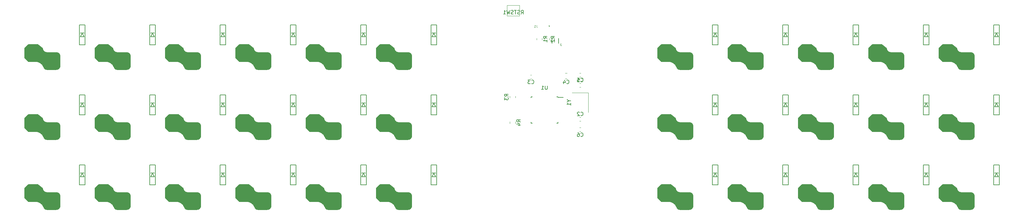
<source format=gbr>
G04 #@! TF.GenerationSoftware,KiCad,Pcbnew,(5.1.7)-1*
G04 #@! TF.CreationDate,2021-01-09T22:43:23+09:00*
G04 #@! TF.ProjectId,barracuda,62617272-6163-4756-9461-2e6b69636164,rev?*
G04 #@! TF.SameCoordinates,Original*
G04 #@! TF.FileFunction,Legend,Bot*
G04 #@! TF.FilePolarity,Positive*
%FSLAX46Y46*%
G04 Gerber Fmt 4.6, Leading zero omitted, Abs format (unit mm)*
G04 Created by KiCad (PCBNEW (5.1.7)-1) date 2021-01-09 22:43:23*
%MOMM*%
%LPD*%
G01*
G04 APERTURE LIST*
%ADD10C,0.120000*%
%ADD11C,0.150000*%
%ADD12C,0.127000*%
%ADD13C,0.200000*%
%ADD14C,0.015000*%
G04 APERTURE END LIST*
D10*
X174144000Y-72871064D02*
X174144000Y-72416936D01*
X175614000Y-72871064D02*
X175614000Y-72416936D01*
X293000000Y-94000000D02*
X293000000Y-89500000D01*
X295850000Y-91700000D02*
X293000000Y-94000000D01*
X295850000Y-96050000D02*
X295850000Y-91700000D01*
X298550000Y-91750000D02*
X295850000Y-96050000D01*
X298550000Y-96200000D02*
X298550000Y-91750000D01*
D11*
X298950000Y-96325000D02*
X296350000Y-96325000D01*
X298950000Y-91675000D02*
X296375000Y-91675000D01*
X293925000Y-89475000D02*
X291375000Y-89475000D01*
X293350000Y-94125000D02*
X291375000Y-94125000D01*
X299950000Y-92675000D02*
X299950000Y-95325000D01*
X290350000Y-90500000D02*
X290350000Y-93100000D01*
X290350000Y-93100000D02*
X291375000Y-94125000D01*
X290350000Y-90500000D02*
X291375000Y-89475000D01*
X293925000Y-89475000D02*
X295200000Y-90500000D01*
X290500000Y-93250000D02*
X290500000Y-90350000D01*
X290650000Y-93350000D02*
X290650000Y-90200000D01*
X290800000Y-93550000D02*
X290800000Y-90050000D01*
X290950000Y-93700000D02*
X290950000Y-89900000D01*
X291100000Y-93850000D02*
X291100000Y-89750000D01*
X291250000Y-93950000D02*
X291250000Y-89600000D01*
X291400000Y-94100000D02*
X291400000Y-89500000D01*
X291550000Y-94100000D02*
X291550000Y-89500000D01*
X291700000Y-94100000D02*
X291700000Y-89500000D01*
X291850000Y-94100000D02*
X291850000Y-89500000D01*
X292000000Y-94100000D02*
X292000000Y-89500000D01*
X292150000Y-94100000D02*
X292150000Y-89500000D01*
X292300000Y-94100000D02*
X292300000Y-89500000D01*
X292450000Y-94100000D02*
X292450000Y-89500000D01*
X292600000Y-94100000D02*
X292600000Y-89500000D01*
X292750000Y-94100000D02*
X292750000Y-89500000D01*
X292900000Y-94100000D02*
X292900000Y-89500000D01*
X293050000Y-94100000D02*
X293050000Y-89500000D01*
X293200000Y-94100000D02*
X293200000Y-89500000D01*
X293350000Y-94100000D02*
X293350000Y-89500000D01*
X293500000Y-94100000D02*
X293500000Y-89550000D01*
X293650000Y-94150000D02*
X293650000Y-89500000D01*
X293800000Y-94150000D02*
X293800000Y-89500000D01*
X293950000Y-94150000D02*
X293950000Y-89550000D01*
X294100000Y-94200000D02*
X294100000Y-89650000D01*
X294250000Y-94300000D02*
X294250000Y-89750000D01*
X294400000Y-94350000D02*
X294400000Y-89900000D01*
X294550000Y-94450000D02*
X294550000Y-90000000D01*
X294700000Y-94550000D02*
X294700000Y-90150000D01*
X294850000Y-94650000D02*
X294850000Y-90250000D01*
X295000000Y-94800000D02*
X295000000Y-90350000D01*
X295150000Y-94950000D02*
X295150000Y-90500000D01*
X295250000Y-95150000D02*
X295250000Y-91000000D01*
X295350000Y-95300000D02*
X295350000Y-91150000D01*
X295450000Y-95500000D02*
X295450000Y-91350000D01*
X295550000Y-95650000D02*
X295550000Y-91450000D01*
X295650000Y-95900000D02*
X295650000Y-91500000D01*
X295750000Y-96050000D02*
X295750000Y-91550000D01*
X295900000Y-96150000D02*
X295900000Y-91600000D01*
X296050000Y-96250000D02*
X296050000Y-91700000D01*
X296200000Y-96300000D02*
X296200000Y-91700000D01*
X296350000Y-96300000D02*
X296350000Y-91700000D01*
X296500000Y-96300000D02*
X296500000Y-91750000D01*
X296650000Y-96300000D02*
X296650000Y-91700000D01*
X296800000Y-96300000D02*
X296800000Y-91700000D01*
X296950000Y-96300000D02*
X296950000Y-91700000D01*
X297100000Y-96300000D02*
X297100000Y-91700000D01*
X297250000Y-96300000D02*
X297250000Y-91700000D01*
X297400000Y-96300000D02*
X297400000Y-91700000D01*
X297550000Y-96300000D02*
X297550000Y-91700000D01*
X297700000Y-96300000D02*
X297700000Y-91700000D01*
X297850000Y-96300000D02*
X297850000Y-91700000D01*
X298000000Y-96300000D02*
X298000000Y-91700000D01*
X298150000Y-96300000D02*
X298150000Y-91700000D01*
X298300000Y-96300000D02*
X298300000Y-91700000D01*
X298450000Y-96300000D02*
X298450000Y-91700000D01*
X298600000Y-96300000D02*
X298600000Y-91700000D01*
X298750000Y-96300000D02*
X298750000Y-91700000D01*
X298900000Y-96300000D02*
X298900000Y-91700000D01*
X299050000Y-96300000D02*
X299050000Y-91750000D01*
X299200000Y-96250000D02*
X299200000Y-91750000D01*
X299350000Y-96200000D02*
X299350000Y-91800000D01*
X299500000Y-96100000D02*
X299500000Y-91900000D01*
X299600000Y-96000000D02*
X299600000Y-92050000D01*
X299700000Y-95900000D02*
X299700000Y-92150000D01*
X299800000Y-95750000D02*
X299800000Y-92200000D01*
X295200000Y-90500000D02*
G75*
G03*
X296375000Y-91675000I1175000J0D01*
G01*
X295487801Y-95621904D02*
G75*
G03*
X293350000Y-94125000I-2137801J-778096D01*
G01*
X299950000Y-92675000D02*
G75*
G03*
X298950000Y-91675000I-1000000J0D01*
G01*
X299950000Y-95325000D02*
G75*
G02*
X298950000Y-96325000I-1000000J0D01*
G01*
X296349005Y-96323791D02*
G75*
G02*
X295487801Y-95621904I38796J926887D01*
G01*
D10*
X293000000Y-74950000D02*
X293000000Y-70450000D01*
X295850000Y-72650000D02*
X293000000Y-74950000D01*
X295850000Y-77000000D02*
X295850000Y-72650000D01*
X298550000Y-72700000D02*
X295850000Y-77000000D01*
X298550000Y-77150000D02*
X298550000Y-72700000D01*
D11*
X298950000Y-77275000D02*
X296350000Y-77275000D01*
X298950000Y-72625000D02*
X296375000Y-72625000D01*
X293925000Y-70425000D02*
X291375000Y-70425000D01*
X293350000Y-75075000D02*
X291375000Y-75075000D01*
X299950000Y-73625000D02*
X299950000Y-76275000D01*
X290350000Y-71450000D02*
X290350000Y-74050000D01*
X290350000Y-74050000D02*
X291375000Y-75075000D01*
X290350000Y-71450000D02*
X291375000Y-70425000D01*
X293925000Y-70425000D02*
X295200000Y-71450000D01*
X290500000Y-74200000D02*
X290500000Y-71300000D01*
X290650000Y-74300000D02*
X290650000Y-71150000D01*
X290800000Y-74500000D02*
X290800000Y-71000000D01*
X290950000Y-74650000D02*
X290950000Y-70850000D01*
X291100000Y-74800000D02*
X291100000Y-70700000D01*
X291250000Y-74900000D02*
X291250000Y-70550000D01*
X291400000Y-75050000D02*
X291400000Y-70450000D01*
X291550000Y-75050000D02*
X291550000Y-70450000D01*
X291700000Y-75050000D02*
X291700000Y-70450000D01*
X291850000Y-75050000D02*
X291850000Y-70450000D01*
X292000000Y-75050000D02*
X292000000Y-70450000D01*
X292150000Y-75050000D02*
X292150000Y-70450000D01*
X292300000Y-75050000D02*
X292300000Y-70450000D01*
X292450000Y-75050000D02*
X292450000Y-70450000D01*
X292600000Y-75050000D02*
X292600000Y-70450000D01*
X292750000Y-75050000D02*
X292750000Y-70450000D01*
X292900000Y-75050000D02*
X292900000Y-70450000D01*
X293050000Y-75050000D02*
X293050000Y-70450000D01*
X293200000Y-75050000D02*
X293200000Y-70450000D01*
X293350000Y-75050000D02*
X293350000Y-70450000D01*
X293500000Y-75050000D02*
X293500000Y-70500000D01*
X293650000Y-75100000D02*
X293650000Y-70450000D01*
X293800000Y-75100000D02*
X293800000Y-70450000D01*
X293950000Y-75100000D02*
X293950000Y-70500000D01*
X294100000Y-75150000D02*
X294100000Y-70600000D01*
X294250000Y-75250000D02*
X294250000Y-70700000D01*
X294400000Y-75300000D02*
X294400000Y-70850000D01*
X294550000Y-75400000D02*
X294550000Y-70950000D01*
X294700000Y-75500000D02*
X294700000Y-71100000D01*
X294850000Y-75600000D02*
X294850000Y-71200000D01*
X295000000Y-75750000D02*
X295000000Y-71300000D01*
X295150000Y-75900000D02*
X295150000Y-71450000D01*
X295250000Y-76100000D02*
X295250000Y-71950000D01*
X295350000Y-76250000D02*
X295350000Y-72100000D01*
X295450000Y-76450000D02*
X295450000Y-72300000D01*
X295550000Y-76600000D02*
X295550000Y-72400000D01*
X295650000Y-76850000D02*
X295650000Y-72450000D01*
X295750000Y-77000000D02*
X295750000Y-72500000D01*
X295900000Y-77100000D02*
X295900000Y-72550000D01*
X296050000Y-77200000D02*
X296050000Y-72650000D01*
X296200000Y-77250000D02*
X296200000Y-72650000D01*
X296350000Y-77250000D02*
X296350000Y-72650000D01*
X296500000Y-77250000D02*
X296500000Y-72700000D01*
X296650000Y-77250000D02*
X296650000Y-72650000D01*
X296800000Y-77250000D02*
X296800000Y-72650000D01*
X296950000Y-77250000D02*
X296950000Y-72650000D01*
X297100000Y-77250000D02*
X297100000Y-72650000D01*
X297250000Y-77250000D02*
X297250000Y-72650000D01*
X297400000Y-77250000D02*
X297400000Y-72650000D01*
X297550000Y-77250000D02*
X297550000Y-72650000D01*
X297700000Y-77250000D02*
X297700000Y-72650000D01*
X297850000Y-77250000D02*
X297850000Y-72650000D01*
X298000000Y-77250000D02*
X298000000Y-72650000D01*
X298150000Y-77250000D02*
X298150000Y-72650000D01*
X298300000Y-77250000D02*
X298300000Y-72650000D01*
X298450000Y-77250000D02*
X298450000Y-72650000D01*
X298600000Y-77250000D02*
X298600000Y-72650000D01*
X298750000Y-77250000D02*
X298750000Y-72650000D01*
X298900000Y-77250000D02*
X298900000Y-72650000D01*
X299050000Y-77250000D02*
X299050000Y-72700000D01*
X299200000Y-77200000D02*
X299200000Y-72700000D01*
X299350000Y-77150000D02*
X299350000Y-72750000D01*
X299500000Y-77050000D02*
X299500000Y-72850000D01*
X299600000Y-76950000D02*
X299600000Y-73000000D01*
X299700000Y-76850000D02*
X299700000Y-73100000D01*
X299800000Y-76700000D02*
X299800000Y-73150000D01*
X295200000Y-71450000D02*
G75*
G03*
X296375000Y-72625000I1175000J0D01*
G01*
X295487801Y-76571904D02*
G75*
G03*
X293350000Y-75075000I-2137801J-778096D01*
G01*
X299950000Y-73625000D02*
G75*
G03*
X298950000Y-72625000I-1000000J0D01*
G01*
X299950000Y-76275000D02*
G75*
G02*
X298950000Y-77275000I-1000000J0D01*
G01*
X296349005Y-77273791D02*
G75*
G02*
X295487801Y-76571904I38796J926887D01*
G01*
D10*
X293000000Y-55900000D02*
X293000000Y-51400000D01*
X295850000Y-53600000D02*
X293000000Y-55900000D01*
X295850000Y-57950000D02*
X295850000Y-53600000D01*
X298550000Y-53650000D02*
X295850000Y-57950000D01*
X298550000Y-58100000D02*
X298550000Y-53650000D01*
D11*
X298950000Y-58225000D02*
X296350000Y-58225000D01*
X298950000Y-53575000D02*
X296375000Y-53575000D01*
X293925000Y-51375000D02*
X291375000Y-51375000D01*
X293350000Y-56025000D02*
X291375000Y-56025000D01*
X299950000Y-54575000D02*
X299950000Y-57225000D01*
X290350000Y-52400000D02*
X290350000Y-55000000D01*
X290350000Y-55000000D02*
X291375000Y-56025000D01*
X290350000Y-52400000D02*
X291375000Y-51375000D01*
X293925000Y-51375000D02*
X295200000Y-52400000D01*
X290500000Y-55150000D02*
X290500000Y-52250000D01*
X290650000Y-55250000D02*
X290650000Y-52100000D01*
X290800000Y-55450000D02*
X290800000Y-51950000D01*
X290950000Y-55600000D02*
X290950000Y-51800000D01*
X291100000Y-55750000D02*
X291100000Y-51650000D01*
X291250000Y-55850000D02*
X291250000Y-51500000D01*
X291400000Y-56000000D02*
X291400000Y-51400000D01*
X291550000Y-56000000D02*
X291550000Y-51400000D01*
X291700000Y-56000000D02*
X291700000Y-51400000D01*
X291850000Y-56000000D02*
X291850000Y-51400000D01*
X292000000Y-56000000D02*
X292000000Y-51400000D01*
X292150000Y-56000000D02*
X292150000Y-51400000D01*
X292300000Y-56000000D02*
X292300000Y-51400000D01*
X292450000Y-56000000D02*
X292450000Y-51400000D01*
X292600000Y-56000000D02*
X292600000Y-51400000D01*
X292750000Y-56000000D02*
X292750000Y-51400000D01*
X292900000Y-56000000D02*
X292900000Y-51400000D01*
X293050000Y-56000000D02*
X293050000Y-51400000D01*
X293200000Y-56000000D02*
X293200000Y-51400000D01*
X293350000Y-56000000D02*
X293350000Y-51400000D01*
X293500000Y-56000000D02*
X293500000Y-51450000D01*
X293650000Y-56050000D02*
X293650000Y-51400000D01*
X293800000Y-56050000D02*
X293800000Y-51400000D01*
X293950000Y-56050000D02*
X293950000Y-51450000D01*
X294100000Y-56100000D02*
X294100000Y-51550000D01*
X294250000Y-56200000D02*
X294250000Y-51650000D01*
X294400000Y-56250000D02*
X294400000Y-51800000D01*
X294550000Y-56350000D02*
X294550000Y-51900000D01*
X294700000Y-56450000D02*
X294700000Y-52050000D01*
X294850000Y-56550000D02*
X294850000Y-52150000D01*
X295000000Y-56700000D02*
X295000000Y-52250000D01*
X295150000Y-56850000D02*
X295150000Y-52400000D01*
X295250000Y-57050000D02*
X295250000Y-52900000D01*
X295350000Y-57200000D02*
X295350000Y-53050000D01*
X295450000Y-57400000D02*
X295450000Y-53250000D01*
X295550000Y-57550000D02*
X295550000Y-53350000D01*
X295650000Y-57800000D02*
X295650000Y-53400000D01*
X295750000Y-57950000D02*
X295750000Y-53450000D01*
X295900000Y-58050000D02*
X295900000Y-53500000D01*
X296050000Y-58150000D02*
X296050000Y-53600000D01*
X296200000Y-58200000D02*
X296200000Y-53600000D01*
X296350000Y-58200000D02*
X296350000Y-53600000D01*
X296500000Y-58200000D02*
X296500000Y-53650000D01*
X296650000Y-58200000D02*
X296650000Y-53600000D01*
X296800000Y-58200000D02*
X296800000Y-53600000D01*
X296950000Y-58200000D02*
X296950000Y-53600000D01*
X297100000Y-58200000D02*
X297100000Y-53600000D01*
X297250000Y-58200000D02*
X297250000Y-53600000D01*
X297400000Y-58200000D02*
X297400000Y-53600000D01*
X297550000Y-58200000D02*
X297550000Y-53600000D01*
X297700000Y-58200000D02*
X297700000Y-53600000D01*
X297850000Y-58200000D02*
X297850000Y-53600000D01*
X298000000Y-58200000D02*
X298000000Y-53600000D01*
X298150000Y-58200000D02*
X298150000Y-53600000D01*
X298300000Y-58200000D02*
X298300000Y-53600000D01*
X298450000Y-58200000D02*
X298450000Y-53600000D01*
X298600000Y-58200000D02*
X298600000Y-53600000D01*
X298750000Y-58200000D02*
X298750000Y-53600000D01*
X298900000Y-58200000D02*
X298900000Y-53600000D01*
X299050000Y-58200000D02*
X299050000Y-53650000D01*
X299200000Y-58150000D02*
X299200000Y-53650000D01*
X299350000Y-58100000D02*
X299350000Y-53700000D01*
X299500000Y-58000000D02*
X299500000Y-53800000D01*
X299600000Y-57900000D02*
X299600000Y-53950000D01*
X299700000Y-57800000D02*
X299700000Y-54050000D01*
X299800000Y-57650000D02*
X299800000Y-54100000D01*
X295200000Y-52400000D02*
G75*
G03*
X296375000Y-53575000I1175000J0D01*
G01*
X295487801Y-57521904D02*
G75*
G03*
X293350000Y-56025000I-2137801J-778096D01*
G01*
X299950000Y-54575000D02*
G75*
G03*
X298950000Y-53575000I-1000000J0D01*
G01*
X299950000Y-57225000D02*
G75*
G02*
X298950000Y-58225000I-1000000J0D01*
G01*
X296349005Y-58223791D02*
G75*
G02*
X295487801Y-57521904I38796J926887D01*
G01*
D10*
X273950000Y-94000000D02*
X273950000Y-89500000D01*
X276800000Y-91700000D02*
X273950000Y-94000000D01*
X276800000Y-96050000D02*
X276800000Y-91700000D01*
X279500000Y-91750000D02*
X276800000Y-96050000D01*
X279500000Y-96200000D02*
X279500000Y-91750000D01*
D11*
X279900000Y-96325000D02*
X277300000Y-96325000D01*
X279900000Y-91675000D02*
X277325000Y-91675000D01*
X274875000Y-89475000D02*
X272325000Y-89475000D01*
X274300000Y-94125000D02*
X272325000Y-94125000D01*
X280900000Y-92675000D02*
X280900000Y-95325000D01*
X271300000Y-90500000D02*
X271300000Y-93100000D01*
X271300000Y-93100000D02*
X272325000Y-94125000D01*
X271300000Y-90500000D02*
X272325000Y-89475000D01*
X274875000Y-89475000D02*
X276150000Y-90500000D01*
X271450000Y-93250000D02*
X271450000Y-90350000D01*
X271600000Y-93350000D02*
X271600000Y-90200000D01*
X271750000Y-93550000D02*
X271750000Y-90050000D01*
X271900000Y-93700000D02*
X271900000Y-89900000D01*
X272050000Y-93850000D02*
X272050000Y-89750000D01*
X272200000Y-93950000D02*
X272200000Y-89600000D01*
X272350000Y-94100000D02*
X272350000Y-89500000D01*
X272500000Y-94100000D02*
X272500000Y-89500000D01*
X272650000Y-94100000D02*
X272650000Y-89500000D01*
X272800000Y-94100000D02*
X272800000Y-89500000D01*
X272950000Y-94100000D02*
X272950000Y-89500000D01*
X273100000Y-94100000D02*
X273100000Y-89500000D01*
X273250000Y-94100000D02*
X273250000Y-89500000D01*
X273400000Y-94100000D02*
X273400000Y-89500000D01*
X273550000Y-94100000D02*
X273550000Y-89500000D01*
X273700000Y-94100000D02*
X273700000Y-89500000D01*
X273850000Y-94100000D02*
X273850000Y-89500000D01*
X274000000Y-94100000D02*
X274000000Y-89500000D01*
X274150000Y-94100000D02*
X274150000Y-89500000D01*
X274300000Y-94100000D02*
X274300000Y-89500000D01*
X274450000Y-94100000D02*
X274450000Y-89550000D01*
X274600000Y-94150000D02*
X274600000Y-89500000D01*
X274750000Y-94150000D02*
X274750000Y-89500000D01*
X274900000Y-94150000D02*
X274900000Y-89550000D01*
X275050000Y-94200000D02*
X275050000Y-89650000D01*
X275200000Y-94300000D02*
X275200000Y-89750000D01*
X275350000Y-94350000D02*
X275350000Y-89900000D01*
X275500000Y-94450000D02*
X275500000Y-90000000D01*
X275650000Y-94550000D02*
X275650000Y-90150000D01*
X275800000Y-94650000D02*
X275800000Y-90250000D01*
X275950000Y-94800000D02*
X275950000Y-90350000D01*
X276100000Y-94950000D02*
X276100000Y-90500000D01*
X276200000Y-95150000D02*
X276200000Y-91000000D01*
X276300000Y-95300000D02*
X276300000Y-91150000D01*
X276400000Y-95500000D02*
X276400000Y-91350000D01*
X276500000Y-95650000D02*
X276500000Y-91450000D01*
X276600000Y-95900000D02*
X276600000Y-91500000D01*
X276700000Y-96050000D02*
X276700000Y-91550000D01*
X276850000Y-96150000D02*
X276850000Y-91600000D01*
X277000000Y-96250000D02*
X277000000Y-91700000D01*
X277150000Y-96300000D02*
X277150000Y-91700000D01*
X277300000Y-96300000D02*
X277300000Y-91700000D01*
X277450000Y-96300000D02*
X277450000Y-91750000D01*
X277600000Y-96300000D02*
X277600000Y-91700000D01*
X277750000Y-96300000D02*
X277750000Y-91700000D01*
X277900000Y-96300000D02*
X277900000Y-91700000D01*
X278050000Y-96300000D02*
X278050000Y-91700000D01*
X278200000Y-96300000D02*
X278200000Y-91700000D01*
X278350000Y-96300000D02*
X278350000Y-91700000D01*
X278500000Y-96300000D02*
X278500000Y-91700000D01*
X278650000Y-96300000D02*
X278650000Y-91700000D01*
X278800000Y-96300000D02*
X278800000Y-91700000D01*
X278950000Y-96300000D02*
X278950000Y-91700000D01*
X279100000Y-96300000D02*
X279100000Y-91700000D01*
X279250000Y-96300000D02*
X279250000Y-91700000D01*
X279400000Y-96300000D02*
X279400000Y-91700000D01*
X279550000Y-96300000D02*
X279550000Y-91700000D01*
X279700000Y-96300000D02*
X279700000Y-91700000D01*
X279850000Y-96300000D02*
X279850000Y-91700000D01*
X280000000Y-96300000D02*
X280000000Y-91750000D01*
X280150000Y-96250000D02*
X280150000Y-91750000D01*
X280300000Y-96200000D02*
X280300000Y-91800000D01*
X280450000Y-96100000D02*
X280450000Y-91900000D01*
X280550000Y-96000000D02*
X280550000Y-92050000D01*
X280650000Y-95900000D02*
X280650000Y-92150000D01*
X280750000Y-95750000D02*
X280750000Y-92200000D01*
X276150000Y-90500000D02*
G75*
G03*
X277325000Y-91675000I1175000J0D01*
G01*
X276437801Y-95621904D02*
G75*
G03*
X274300000Y-94125000I-2137801J-778096D01*
G01*
X280900000Y-92675000D02*
G75*
G03*
X279900000Y-91675000I-1000000J0D01*
G01*
X280900000Y-95325000D02*
G75*
G02*
X279900000Y-96325000I-1000000J0D01*
G01*
X277299005Y-96323791D02*
G75*
G02*
X276437801Y-95621904I38796J926887D01*
G01*
D10*
X273950000Y-74950000D02*
X273950000Y-70450000D01*
X276800000Y-72650000D02*
X273950000Y-74950000D01*
X276800000Y-77000000D02*
X276800000Y-72650000D01*
X279500000Y-72700000D02*
X276800000Y-77000000D01*
X279500000Y-77150000D02*
X279500000Y-72700000D01*
D11*
X279900000Y-77275000D02*
X277300000Y-77275000D01*
X279900000Y-72625000D02*
X277325000Y-72625000D01*
X274875000Y-70425000D02*
X272325000Y-70425000D01*
X274300000Y-75075000D02*
X272325000Y-75075000D01*
X280900000Y-73625000D02*
X280900000Y-76275000D01*
X271300000Y-71450000D02*
X271300000Y-74050000D01*
X271300000Y-74050000D02*
X272325000Y-75075000D01*
X271300000Y-71450000D02*
X272325000Y-70425000D01*
X274875000Y-70425000D02*
X276150000Y-71450000D01*
X271450000Y-74200000D02*
X271450000Y-71300000D01*
X271600000Y-74300000D02*
X271600000Y-71150000D01*
X271750000Y-74500000D02*
X271750000Y-71000000D01*
X271900000Y-74650000D02*
X271900000Y-70850000D01*
X272050000Y-74800000D02*
X272050000Y-70700000D01*
X272200000Y-74900000D02*
X272200000Y-70550000D01*
X272350000Y-75050000D02*
X272350000Y-70450000D01*
X272500000Y-75050000D02*
X272500000Y-70450000D01*
X272650000Y-75050000D02*
X272650000Y-70450000D01*
X272800000Y-75050000D02*
X272800000Y-70450000D01*
X272950000Y-75050000D02*
X272950000Y-70450000D01*
X273100000Y-75050000D02*
X273100000Y-70450000D01*
X273250000Y-75050000D02*
X273250000Y-70450000D01*
X273400000Y-75050000D02*
X273400000Y-70450000D01*
X273550000Y-75050000D02*
X273550000Y-70450000D01*
X273700000Y-75050000D02*
X273700000Y-70450000D01*
X273850000Y-75050000D02*
X273850000Y-70450000D01*
X274000000Y-75050000D02*
X274000000Y-70450000D01*
X274150000Y-75050000D02*
X274150000Y-70450000D01*
X274300000Y-75050000D02*
X274300000Y-70450000D01*
X274450000Y-75050000D02*
X274450000Y-70500000D01*
X274600000Y-75100000D02*
X274600000Y-70450000D01*
X274750000Y-75100000D02*
X274750000Y-70450000D01*
X274900000Y-75100000D02*
X274900000Y-70500000D01*
X275050000Y-75150000D02*
X275050000Y-70600000D01*
X275200000Y-75250000D02*
X275200000Y-70700000D01*
X275350000Y-75300000D02*
X275350000Y-70850000D01*
X275500000Y-75400000D02*
X275500000Y-70950000D01*
X275650000Y-75500000D02*
X275650000Y-71100000D01*
X275800000Y-75600000D02*
X275800000Y-71200000D01*
X275950000Y-75750000D02*
X275950000Y-71300000D01*
X276100000Y-75900000D02*
X276100000Y-71450000D01*
X276200000Y-76100000D02*
X276200000Y-71950000D01*
X276300000Y-76250000D02*
X276300000Y-72100000D01*
X276400000Y-76450000D02*
X276400000Y-72300000D01*
X276500000Y-76600000D02*
X276500000Y-72400000D01*
X276600000Y-76850000D02*
X276600000Y-72450000D01*
X276700000Y-77000000D02*
X276700000Y-72500000D01*
X276850000Y-77100000D02*
X276850000Y-72550000D01*
X277000000Y-77200000D02*
X277000000Y-72650000D01*
X277150000Y-77250000D02*
X277150000Y-72650000D01*
X277300000Y-77250000D02*
X277300000Y-72650000D01*
X277450000Y-77250000D02*
X277450000Y-72700000D01*
X277600000Y-77250000D02*
X277600000Y-72650000D01*
X277750000Y-77250000D02*
X277750000Y-72650000D01*
X277900000Y-77250000D02*
X277900000Y-72650000D01*
X278050000Y-77250000D02*
X278050000Y-72650000D01*
X278200000Y-77250000D02*
X278200000Y-72650000D01*
X278350000Y-77250000D02*
X278350000Y-72650000D01*
X278500000Y-77250000D02*
X278500000Y-72650000D01*
X278650000Y-77250000D02*
X278650000Y-72650000D01*
X278800000Y-77250000D02*
X278800000Y-72650000D01*
X278950000Y-77250000D02*
X278950000Y-72650000D01*
X279100000Y-77250000D02*
X279100000Y-72650000D01*
X279250000Y-77250000D02*
X279250000Y-72650000D01*
X279400000Y-77250000D02*
X279400000Y-72650000D01*
X279550000Y-77250000D02*
X279550000Y-72650000D01*
X279700000Y-77250000D02*
X279700000Y-72650000D01*
X279850000Y-77250000D02*
X279850000Y-72650000D01*
X280000000Y-77250000D02*
X280000000Y-72700000D01*
X280150000Y-77200000D02*
X280150000Y-72700000D01*
X280300000Y-77150000D02*
X280300000Y-72750000D01*
X280450000Y-77050000D02*
X280450000Y-72850000D01*
X280550000Y-76950000D02*
X280550000Y-73000000D01*
X280650000Y-76850000D02*
X280650000Y-73100000D01*
X280750000Y-76700000D02*
X280750000Y-73150000D01*
X276150000Y-71450000D02*
G75*
G03*
X277325000Y-72625000I1175000J0D01*
G01*
X276437801Y-76571904D02*
G75*
G03*
X274300000Y-75075000I-2137801J-778096D01*
G01*
X280900000Y-73625000D02*
G75*
G03*
X279900000Y-72625000I-1000000J0D01*
G01*
X280900000Y-76275000D02*
G75*
G02*
X279900000Y-77275000I-1000000J0D01*
G01*
X277299005Y-77273791D02*
G75*
G02*
X276437801Y-76571904I38796J926887D01*
G01*
D10*
X273950000Y-55900000D02*
X273950000Y-51400000D01*
X276800000Y-53600000D02*
X273950000Y-55900000D01*
X276800000Y-57950000D02*
X276800000Y-53600000D01*
X279500000Y-53650000D02*
X276800000Y-57950000D01*
X279500000Y-58100000D02*
X279500000Y-53650000D01*
D11*
X279900000Y-58225000D02*
X277300000Y-58225000D01*
X279900000Y-53575000D02*
X277325000Y-53575000D01*
X274875000Y-51375000D02*
X272325000Y-51375000D01*
X274300000Y-56025000D02*
X272325000Y-56025000D01*
X280900000Y-54575000D02*
X280900000Y-57225000D01*
X271300000Y-52400000D02*
X271300000Y-55000000D01*
X271300000Y-55000000D02*
X272325000Y-56025000D01*
X271300000Y-52400000D02*
X272325000Y-51375000D01*
X274875000Y-51375000D02*
X276150000Y-52400000D01*
X271450000Y-55150000D02*
X271450000Y-52250000D01*
X271600000Y-55250000D02*
X271600000Y-52100000D01*
X271750000Y-55450000D02*
X271750000Y-51950000D01*
X271900000Y-55600000D02*
X271900000Y-51800000D01*
X272050000Y-55750000D02*
X272050000Y-51650000D01*
X272200000Y-55850000D02*
X272200000Y-51500000D01*
X272350000Y-56000000D02*
X272350000Y-51400000D01*
X272500000Y-56000000D02*
X272500000Y-51400000D01*
X272650000Y-56000000D02*
X272650000Y-51400000D01*
X272800000Y-56000000D02*
X272800000Y-51400000D01*
X272950000Y-56000000D02*
X272950000Y-51400000D01*
X273100000Y-56000000D02*
X273100000Y-51400000D01*
X273250000Y-56000000D02*
X273250000Y-51400000D01*
X273400000Y-56000000D02*
X273400000Y-51400000D01*
X273550000Y-56000000D02*
X273550000Y-51400000D01*
X273700000Y-56000000D02*
X273700000Y-51400000D01*
X273850000Y-56000000D02*
X273850000Y-51400000D01*
X274000000Y-56000000D02*
X274000000Y-51400000D01*
X274150000Y-56000000D02*
X274150000Y-51400000D01*
X274300000Y-56000000D02*
X274300000Y-51400000D01*
X274450000Y-56000000D02*
X274450000Y-51450000D01*
X274600000Y-56050000D02*
X274600000Y-51400000D01*
X274750000Y-56050000D02*
X274750000Y-51400000D01*
X274900000Y-56050000D02*
X274900000Y-51450000D01*
X275050000Y-56100000D02*
X275050000Y-51550000D01*
X275200000Y-56200000D02*
X275200000Y-51650000D01*
X275350000Y-56250000D02*
X275350000Y-51800000D01*
X275500000Y-56350000D02*
X275500000Y-51900000D01*
X275650000Y-56450000D02*
X275650000Y-52050000D01*
X275800000Y-56550000D02*
X275800000Y-52150000D01*
X275950000Y-56700000D02*
X275950000Y-52250000D01*
X276100000Y-56850000D02*
X276100000Y-52400000D01*
X276200000Y-57050000D02*
X276200000Y-52900000D01*
X276300000Y-57200000D02*
X276300000Y-53050000D01*
X276400000Y-57400000D02*
X276400000Y-53250000D01*
X276500000Y-57550000D02*
X276500000Y-53350000D01*
X276600000Y-57800000D02*
X276600000Y-53400000D01*
X276700000Y-57950000D02*
X276700000Y-53450000D01*
X276850000Y-58050000D02*
X276850000Y-53500000D01*
X277000000Y-58150000D02*
X277000000Y-53600000D01*
X277150000Y-58200000D02*
X277150000Y-53600000D01*
X277300000Y-58200000D02*
X277300000Y-53600000D01*
X277450000Y-58200000D02*
X277450000Y-53650000D01*
X277600000Y-58200000D02*
X277600000Y-53600000D01*
X277750000Y-58200000D02*
X277750000Y-53600000D01*
X277900000Y-58200000D02*
X277900000Y-53600000D01*
X278050000Y-58200000D02*
X278050000Y-53600000D01*
X278200000Y-58200000D02*
X278200000Y-53600000D01*
X278350000Y-58200000D02*
X278350000Y-53600000D01*
X278500000Y-58200000D02*
X278500000Y-53600000D01*
X278650000Y-58200000D02*
X278650000Y-53600000D01*
X278800000Y-58200000D02*
X278800000Y-53600000D01*
X278950000Y-58200000D02*
X278950000Y-53600000D01*
X279100000Y-58200000D02*
X279100000Y-53600000D01*
X279250000Y-58200000D02*
X279250000Y-53600000D01*
X279400000Y-58200000D02*
X279400000Y-53600000D01*
X279550000Y-58200000D02*
X279550000Y-53600000D01*
X279700000Y-58200000D02*
X279700000Y-53600000D01*
X279850000Y-58200000D02*
X279850000Y-53600000D01*
X280000000Y-58200000D02*
X280000000Y-53650000D01*
X280150000Y-58150000D02*
X280150000Y-53650000D01*
X280300000Y-58100000D02*
X280300000Y-53700000D01*
X280450000Y-58000000D02*
X280450000Y-53800000D01*
X280550000Y-57900000D02*
X280550000Y-53950000D01*
X280650000Y-57800000D02*
X280650000Y-54050000D01*
X280750000Y-57650000D02*
X280750000Y-54100000D01*
X276150000Y-52400000D02*
G75*
G03*
X277325000Y-53575000I1175000J0D01*
G01*
X276437801Y-57521904D02*
G75*
G03*
X274300000Y-56025000I-2137801J-778096D01*
G01*
X280900000Y-54575000D02*
G75*
G03*
X279900000Y-53575000I-1000000J0D01*
G01*
X280900000Y-57225000D02*
G75*
G02*
X279900000Y-58225000I-1000000J0D01*
G01*
X277299005Y-58223791D02*
G75*
G02*
X276437801Y-57521904I38796J926887D01*
G01*
D10*
X254900000Y-94000000D02*
X254900000Y-89500000D01*
X257750000Y-91700000D02*
X254900000Y-94000000D01*
X257750000Y-96050000D02*
X257750000Y-91700000D01*
X260450000Y-91750000D02*
X257750000Y-96050000D01*
X260450000Y-96200000D02*
X260450000Y-91750000D01*
D11*
X260850000Y-96325000D02*
X258250000Y-96325000D01*
X260850000Y-91675000D02*
X258275000Y-91675000D01*
X255825000Y-89475000D02*
X253275000Y-89475000D01*
X255250000Y-94125000D02*
X253275000Y-94125000D01*
X261850000Y-92675000D02*
X261850000Y-95325000D01*
X252250000Y-90500000D02*
X252250000Y-93100000D01*
X252250000Y-93100000D02*
X253275000Y-94125000D01*
X252250000Y-90500000D02*
X253275000Y-89475000D01*
X255825000Y-89475000D02*
X257100000Y-90500000D01*
X252400000Y-93250000D02*
X252400000Y-90350000D01*
X252550000Y-93350000D02*
X252550000Y-90200000D01*
X252700000Y-93550000D02*
X252700000Y-90050000D01*
X252850000Y-93700000D02*
X252850000Y-89900000D01*
X253000000Y-93850000D02*
X253000000Y-89750000D01*
X253150000Y-93950000D02*
X253150000Y-89600000D01*
X253300000Y-94100000D02*
X253300000Y-89500000D01*
X253450000Y-94100000D02*
X253450000Y-89500000D01*
X253600000Y-94100000D02*
X253600000Y-89500000D01*
X253750000Y-94100000D02*
X253750000Y-89500000D01*
X253900000Y-94100000D02*
X253900000Y-89500000D01*
X254050000Y-94100000D02*
X254050000Y-89500000D01*
X254200000Y-94100000D02*
X254200000Y-89500000D01*
X254350000Y-94100000D02*
X254350000Y-89500000D01*
X254500000Y-94100000D02*
X254500000Y-89500000D01*
X254650000Y-94100000D02*
X254650000Y-89500000D01*
X254800000Y-94100000D02*
X254800000Y-89500000D01*
X254950000Y-94100000D02*
X254950000Y-89500000D01*
X255100000Y-94100000D02*
X255100000Y-89500000D01*
X255250000Y-94100000D02*
X255250000Y-89500000D01*
X255400000Y-94100000D02*
X255400000Y-89550000D01*
X255550000Y-94150000D02*
X255550000Y-89500000D01*
X255700000Y-94150000D02*
X255700000Y-89500000D01*
X255850000Y-94150000D02*
X255850000Y-89550000D01*
X256000000Y-94200000D02*
X256000000Y-89650000D01*
X256150000Y-94300000D02*
X256150000Y-89750000D01*
X256300000Y-94350000D02*
X256300000Y-89900000D01*
X256450000Y-94450000D02*
X256450000Y-90000000D01*
X256600000Y-94550000D02*
X256600000Y-90150000D01*
X256750000Y-94650000D02*
X256750000Y-90250000D01*
X256900000Y-94800000D02*
X256900000Y-90350000D01*
X257050000Y-94950000D02*
X257050000Y-90500000D01*
X257150000Y-95150000D02*
X257150000Y-91000000D01*
X257250000Y-95300000D02*
X257250000Y-91150000D01*
X257350000Y-95500000D02*
X257350000Y-91350000D01*
X257450000Y-95650000D02*
X257450000Y-91450000D01*
X257550000Y-95900000D02*
X257550000Y-91500000D01*
X257650000Y-96050000D02*
X257650000Y-91550000D01*
X257800000Y-96150000D02*
X257800000Y-91600000D01*
X257950000Y-96250000D02*
X257950000Y-91700000D01*
X258100000Y-96300000D02*
X258100000Y-91700000D01*
X258250000Y-96300000D02*
X258250000Y-91700000D01*
X258400000Y-96300000D02*
X258400000Y-91750000D01*
X258550000Y-96300000D02*
X258550000Y-91700000D01*
X258700000Y-96300000D02*
X258700000Y-91700000D01*
X258850000Y-96300000D02*
X258850000Y-91700000D01*
X259000000Y-96300000D02*
X259000000Y-91700000D01*
X259150000Y-96300000D02*
X259150000Y-91700000D01*
X259300000Y-96300000D02*
X259300000Y-91700000D01*
X259450000Y-96300000D02*
X259450000Y-91700000D01*
X259600000Y-96300000D02*
X259600000Y-91700000D01*
X259750000Y-96300000D02*
X259750000Y-91700000D01*
X259900000Y-96300000D02*
X259900000Y-91700000D01*
X260050000Y-96300000D02*
X260050000Y-91700000D01*
X260200000Y-96300000D02*
X260200000Y-91700000D01*
X260350000Y-96300000D02*
X260350000Y-91700000D01*
X260500000Y-96300000D02*
X260500000Y-91700000D01*
X260650000Y-96300000D02*
X260650000Y-91700000D01*
X260800000Y-96300000D02*
X260800000Y-91700000D01*
X260950000Y-96300000D02*
X260950000Y-91750000D01*
X261100000Y-96250000D02*
X261100000Y-91750000D01*
X261250000Y-96200000D02*
X261250000Y-91800000D01*
X261400000Y-96100000D02*
X261400000Y-91900000D01*
X261500000Y-96000000D02*
X261500000Y-92050000D01*
X261600000Y-95900000D02*
X261600000Y-92150000D01*
X261700000Y-95750000D02*
X261700000Y-92200000D01*
X257100000Y-90500000D02*
G75*
G03*
X258275000Y-91675000I1175000J0D01*
G01*
X257387801Y-95621904D02*
G75*
G03*
X255250000Y-94125000I-2137801J-778096D01*
G01*
X261850000Y-92675000D02*
G75*
G03*
X260850000Y-91675000I-1000000J0D01*
G01*
X261850000Y-95325000D02*
G75*
G02*
X260850000Y-96325000I-1000000J0D01*
G01*
X258249005Y-96323791D02*
G75*
G02*
X257387801Y-95621904I38796J926887D01*
G01*
D10*
X254900000Y-74950000D02*
X254900000Y-70450000D01*
X257750000Y-72650000D02*
X254900000Y-74950000D01*
X257750000Y-77000000D02*
X257750000Y-72650000D01*
X260450000Y-72700000D02*
X257750000Y-77000000D01*
X260450000Y-77150000D02*
X260450000Y-72700000D01*
D11*
X260850000Y-77275000D02*
X258250000Y-77275000D01*
X260850000Y-72625000D02*
X258275000Y-72625000D01*
X255825000Y-70425000D02*
X253275000Y-70425000D01*
X255250000Y-75075000D02*
X253275000Y-75075000D01*
X261850000Y-73625000D02*
X261850000Y-76275000D01*
X252250000Y-71450000D02*
X252250000Y-74050000D01*
X252250000Y-74050000D02*
X253275000Y-75075000D01*
X252250000Y-71450000D02*
X253275000Y-70425000D01*
X255825000Y-70425000D02*
X257100000Y-71450000D01*
X252400000Y-74200000D02*
X252400000Y-71300000D01*
X252550000Y-74300000D02*
X252550000Y-71150000D01*
X252700000Y-74500000D02*
X252700000Y-71000000D01*
X252850000Y-74650000D02*
X252850000Y-70850000D01*
X253000000Y-74800000D02*
X253000000Y-70700000D01*
X253150000Y-74900000D02*
X253150000Y-70550000D01*
X253300000Y-75050000D02*
X253300000Y-70450000D01*
X253450000Y-75050000D02*
X253450000Y-70450000D01*
X253600000Y-75050000D02*
X253600000Y-70450000D01*
X253750000Y-75050000D02*
X253750000Y-70450000D01*
X253900000Y-75050000D02*
X253900000Y-70450000D01*
X254050000Y-75050000D02*
X254050000Y-70450000D01*
X254200000Y-75050000D02*
X254200000Y-70450000D01*
X254350000Y-75050000D02*
X254350000Y-70450000D01*
X254500000Y-75050000D02*
X254500000Y-70450000D01*
X254650000Y-75050000D02*
X254650000Y-70450000D01*
X254800000Y-75050000D02*
X254800000Y-70450000D01*
X254950000Y-75050000D02*
X254950000Y-70450000D01*
X255100000Y-75050000D02*
X255100000Y-70450000D01*
X255250000Y-75050000D02*
X255250000Y-70450000D01*
X255400000Y-75050000D02*
X255400000Y-70500000D01*
X255550000Y-75100000D02*
X255550000Y-70450000D01*
X255700000Y-75100000D02*
X255700000Y-70450000D01*
X255850000Y-75100000D02*
X255850000Y-70500000D01*
X256000000Y-75150000D02*
X256000000Y-70600000D01*
X256150000Y-75250000D02*
X256150000Y-70700000D01*
X256300000Y-75300000D02*
X256300000Y-70850000D01*
X256450000Y-75400000D02*
X256450000Y-70950000D01*
X256600000Y-75500000D02*
X256600000Y-71100000D01*
X256750000Y-75600000D02*
X256750000Y-71200000D01*
X256900000Y-75750000D02*
X256900000Y-71300000D01*
X257050000Y-75900000D02*
X257050000Y-71450000D01*
X257150000Y-76100000D02*
X257150000Y-71950000D01*
X257250000Y-76250000D02*
X257250000Y-72100000D01*
X257350000Y-76450000D02*
X257350000Y-72300000D01*
X257450000Y-76600000D02*
X257450000Y-72400000D01*
X257550000Y-76850000D02*
X257550000Y-72450000D01*
X257650000Y-77000000D02*
X257650000Y-72500000D01*
X257800000Y-77100000D02*
X257800000Y-72550000D01*
X257950000Y-77200000D02*
X257950000Y-72650000D01*
X258100000Y-77250000D02*
X258100000Y-72650000D01*
X258250000Y-77250000D02*
X258250000Y-72650000D01*
X258400000Y-77250000D02*
X258400000Y-72700000D01*
X258550000Y-77250000D02*
X258550000Y-72650000D01*
X258700000Y-77250000D02*
X258700000Y-72650000D01*
X258850000Y-77250000D02*
X258850000Y-72650000D01*
X259000000Y-77250000D02*
X259000000Y-72650000D01*
X259150000Y-77250000D02*
X259150000Y-72650000D01*
X259300000Y-77250000D02*
X259300000Y-72650000D01*
X259450000Y-77250000D02*
X259450000Y-72650000D01*
X259600000Y-77250000D02*
X259600000Y-72650000D01*
X259750000Y-77250000D02*
X259750000Y-72650000D01*
X259900000Y-77250000D02*
X259900000Y-72650000D01*
X260050000Y-77250000D02*
X260050000Y-72650000D01*
X260200000Y-77250000D02*
X260200000Y-72650000D01*
X260350000Y-77250000D02*
X260350000Y-72650000D01*
X260500000Y-77250000D02*
X260500000Y-72650000D01*
X260650000Y-77250000D02*
X260650000Y-72650000D01*
X260800000Y-77250000D02*
X260800000Y-72650000D01*
X260950000Y-77250000D02*
X260950000Y-72700000D01*
X261100000Y-77200000D02*
X261100000Y-72700000D01*
X261250000Y-77150000D02*
X261250000Y-72750000D01*
X261400000Y-77050000D02*
X261400000Y-72850000D01*
X261500000Y-76950000D02*
X261500000Y-73000000D01*
X261600000Y-76850000D02*
X261600000Y-73100000D01*
X261700000Y-76700000D02*
X261700000Y-73150000D01*
X257100000Y-71450000D02*
G75*
G03*
X258275000Y-72625000I1175000J0D01*
G01*
X257387801Y-76571904D02*
G75*
G03*
X255250000Y-75075000I-2137801J-778096D01*
G01*
X261850000Y-73625000D02*
G75*
G03*
X260850000Y-72625000I-1000000J0D01*
G01*
X261850000Y-76275000D02*
G75*
G02*
X260850000Y-77275000I-1000000J0D01*
G01*
X258249005Y-77273791D02*
G75*
G02*
X257387801Y-76571904I38796J926887D01*
G01*
D10*
X254900000Y-55900000D02*
X254900000Y-51400000D01*
X257750000Y-53600000D02*
X254900000Y-55900000D01*
X257750000Y-57950000D02*
X257750000Y-53600000D01*
X260450000Y-53650000D02*
X257750000Y-57950000D01*
X260450000Y-58100000D02*
X260450000Y-53650000D01*
D11*
X260850000Y-58225000D02*
X258250000Y-58225000D01*
X260850000Y-53575000D02*
X258275000Y-53575000D01*
X255825000Y-51375000D02*
X253275000Y-51375000D01*
X255250000Y-56025000D02*
X253275000Y-56025000D01*
X261850000Y-54575000D02*
X261850000Y-57225000D01*
X252250000Y-52400000D02*
X252250000Y-55000000D01*
X252250000Y-55000000D02*
X253275000Y-56025000D01*
X252250000Y-52400000D02*
X253275000Y-51375000D01*
X255825000Y-51375000D02*
X257100000Y-52400000D01*
X252400000Y-55150000D02*
X252400000Y-52250000D01*
X252550000Y-55250000D02*
X252550000Y-52100000D01*
X252700000Y-55450000D02*
X252700000Y-51950000D01*
X252850000Y-55600000D02*
X252850000Y-51800000D01*
X253000000Y-55750000D02*
X253000000Y-51650000D01*
X253150000Y-55850000D02*
X253150000Y-51500000D01*
X253300000Y-56000000D02*
X253300000Y-51400000D01*
X253450000Y-56000000D02*
X253450000Y-51400000D01*
X253600000Y-56000000D02*
X253600000Y-51400000D01*
X253750000Y-56000000D02*
X253750000Y-51400000D01*
X253900000Y-56000000D02*
X253900000Y-51400000D01*
X254050000Y-56000000D02*
X254050000Y-51400000D01*
X254200000Y-56000000D02*
X254200000Y-51400000D01*
X254350000Y-56000000D02*
X254350000Y-51400000D01*
X254500000Y-56000000D02*
X254500000Y-51400000D01*
X254650000Y-56000000D02*
X254650000Y-51400000D01*
X254800000Y-56000000D02*
X254800000Y-51400000D01*
X254950000Y-56000000D02*
X254950000Y-51400000D01*
X255100000Y-56000000D02*
X255100000Y-51400000D01*
X255250000Y-56000000D02*
X255250000Y-51400000D01*
X255400000Y-56000000D02*
X255400000Y-51450000D01*
X255550000Y-56050000D02*
X255550000Y-51400000D01*
X255700000Y-56050000D02*
X255700000Y-51400000D01*
X255850000Y-56050000D02*
X255850000Y-51450000D01*
X256000000Y-56100000D02*
X256000000Y-51550000D01*
X256150000Y-56200000D02*
X256150000Y-51650000D01*
X256300000Y-56250000D02*
X256300000Y-51800000D01*
X256450000Y-56350000D02*
X256450000Y-51900000D01*
X256600000Y-56450000D02*
X256600000Y-52050000D01*
X256750000Y-56550000D02*
X256750000Y-52150000D01*
X256900000Y-56700000D02*
X256900000Y-52250000D01*
X257050000Y-56850000D02*
X257050000Y-52400000D01*
X257150000Y-57050000D02*
X257150000Y-52900000D01*
X257250000Y-57200000D02*
X257250000Y-53050000D01*
X257350000Y-57400000D02*
X257350000Y-53250000D01*
X257450000Y-57550000D02*
X257450000Y-53350000D01*
X257550000Y-57800000D02*
X257550000Y-53400000D01*
X257650000Y-57950000D02*
X257650000Y-53450000D01*
X257800000Y-58050000D02*
X257800000Y-53500000D01*
X257950000Y-58150000D02*
X257950000Y-53600000D01*
X258100000Y-58200000D02*
X258100000Y-53600000D01*
X258250000Y-58200000D02*
X258250000Y-53600000D01*
X258400000Y-58200000D02*
X258400000Y-53650000D01*
X258550000Y-58200000D02*
X258550000Y-53600000D01*
X258700000Y-58200000D02*
X258700000Y-53600000D01*
X258850000Y-58200000D02*
X258850000Y-53600000D01*
X259000000Y-58200000D02*
X259000000Y-53600000D01*
X259150000Y-58200000D02*
X259150000Y-53600000D01*
X259300000Y-58200000D02*
X259300000Y-53600000D01*
X259450000Y-58200000D02*
X259450000Y-53600000D01*
X259600000Y-58200000D02*
X259600000Y-53600000D01*
X259750000Y-58200000D02*
X259750000Y-53600000D01*
X259900000Y-58200000D02*
X259900000Y-53600000D01*
X260050000Y-58200000D02*
X260050000Y-53600000D01*
X260200000Y-58200000D02*
X260200000Y-53600000D01*
X260350000Y-58200000D02*
X260350000Y-53600000D01*
X260500000Y-58200000D02*
X260500000Y-53600000D01*
X260650000Y-58200000D02*
X260650000Y-53600000D01*
X260800000Y-58200000D02*
X260800000Y-53600000D01*
X260950000Y-58200000D02*
X260950000Y-53650000D01*
X261100000Y-58150000D02*
X261100000Y-53650000D01*
X261250000Y-58100000D02*
X261250000Y-53700000D01*
X261400000Y-58000000D02*
X261400000Y-53800000D01*
X261500000Y-57900000D02*
X261500000Y-53950000D01*
X261600000Y-57800000D02*
X261600000Y-54050000D01*
X261700000Y-57650000D02*
X261700000Y-54100000D01*
X257100000Y-52400000D02*
G75*
G03*
X258275000Y-53575000I1175000J0D01*
G01*
X257387801Y-57521904D02*
G75*
G03*
X255250000Y-56025000I-2137801J-778096D01*
G01*
X261850000Y-54575000D02*
G75*
G03*
X260850000Y-53575000I-1000000J0D01*
G01*
X261850000Y-57225000D02*
G75*
G02*
X260850000Y-58225000I-1000000J0D01*
G01*
X258249005Y-58223791D02*
G75*
G02*
X257387801Y-57521904I38796J926887D01*
G01*
D10*
X235850000Y-94000000D02*
X235850000Y-89500000D01*
X238700000Y-91700000D02*
X235850000Y-94000000D01*
X238700000Y-96050000D02*
X238700000Y-91700000D01*
X241400000Y-91750000D02*
X238700000Y-96050000D01*
X241400000Y-96200000D02*
X241400000Y-91750000D01*
D11*
X241800000Y-96325000D02*
X239200000Y-96325000D01*
X241800000Y-91675000D02*
X239225000Y-91675000D01*
X236775000Y-89475000D02*
X234225000Y-89475000D01*
X236200000Y-94125000D02*
X234225000Y-94125000D01*
X242800000Y-92675000D02*
X242800000Y-95325000D01*
X233200000Y-90500000D02*
X233200000Y-93100000D01*
X233200000Y-93100000D02*
X234225000Y-94125000D01*
X233200000Y-90500000D02*
X234225000Y-89475000D01*
X236775000Y-89475000D02*
X238050000Y-90500000D01*
X233350000Y-93250000D02*
X233350000Y-90350000D01*
X233500000Y-93350000D02*
X233500000Y-90200000D01*
X233650000Y-93550000D02*
X233650000Y-90050000D01*
X233800000Y-93700000D02*
X233800000Y-89900000D01*
X233950000Y-93850000D02*
X233950000Y-89750000D01*
X234100000Y-93950000D02*
X234100000Y-89600000D01*
X234250000Y-94100000D02*
X234250000Y-89500000D01*
X234400000Y-94100000D02*
X234400000Y-89500000D01*
X234550000Y-94100000D02*
X234550000Y-89500000D01*
X234700000Y-94100000D02*
X234700000Y-89500000D01*
X234850000Y-94100000D02*
X234850000Y-89500000D01*
X235000000Y-94100000D02*
X235000000Y-89500000D01*
X235150000Y-94100000D02*
X235150000Y-89500000D01*
X235300000Y-94100000D02*
X235300000Y-89500000D01*
X235450000Y-94100000D02*
X235450000Y-89500000D01*
X235600000Y-94100000D02*
X235600000Y-89500000D01*
X235750000Y-94100000D02*
X235750000Y-89500000D01*
X235900000Y-94100000D02*
X235900000Y-89500000D01*
X236050000Y-94100000D02*
X236050000Y-89500000D01*
X236200000Y-94100000D02*
X236200000Y-89500000D01*
X236350000Y-94100000D02*
X236350000Y-89550000D01*
X236500000Y-94150000D02*
X236500000Y-89500000D01*
X236650000Y-94150000D02*
X236650000Y-89500000D01*
X236800000Y-94150000D02*
X236800000Y-89550000D01*
X236950000Y-94200000D02*
X236950000Y-89650000D01*
X237100000Y-94300000D02*
X237100000Y-89750000D01*
X237250000Y-94350000D02*
X237250000Y-89900000D01*
X237400000Y-94450000D02*
X237400000Y-90000000D01*
X237550000Y-94550000D02*
X237550000Y-90150000D01*
X237700000Y-94650000D02*
X237700000Y-90250000D01*
X237850000Y-94800000D02*
X237850000Y-90350000D01*
X238000000Y-94950000D02*
X238000000Y-90500000D01*
X238100000Y-95150000D02*
X238100000Y-91000000D01*
X238200000Y-95300000D02*
X238200000Y-91150000D01*
X238300000Y-95500000D02*
X238300000Y-91350000D01*
X238400000Y-95650000D02*
X238400000Y-91450000D01*
X238500000Y-95900000D02*
X238500000Y-91500000D01*
X238600000Y-96050000D02*
X238600000Y-91550000D01*
X238750000Y-96150000D02*
X238750000Y-91600000D01*
X238900000Y-96250000D02*
X238900000Y-91700000D01*
X239050000Y-96300000D02*
X239050000Y-91700000D01*
X239200000Y-96300000D02*
X239200000Y-91700000D01*
X239350000Y-96300000D02*
X239350000Y-91750000D01*
X239500000Y-96300000D02*
X239500000Y-91700000D01*
X239650000Y-96300000D02*
X239650000Y-91700000D01*
X239800000Y-96300000D02*
X239800000Y-91700000D01*
X239950000Y-96300000D02*
X239950000Y-91700000D01*
X240100000Y-96300000D02*
X240100000Y-91700000D01*
X240250000Y-96300000D02*
X240250000Y-91700000D01*
X240400000Y-96300000D02*
X240400000Y-91700000D01*
X240550000Y-96300000D02*
X240550000Y-91700000D01*
X240700000Y-96300000D02*
X240700000Y-91700000D01*
X240850000Y-96300000D02*
X240850000Y-91700000D01*
X241000000Y-96300000D02*
X241000000Y-91700000D01*
X241150000Y-96300000D02*
X241150000Y-91700000D01*
X241300000Y-96300000D02*
X241300000Y-91700000D01*
X241450000Y-96300000D02*
X241450000Y-91700000D01*
X241600000Y-96300000D02*
X241600000Y-91700000D01*
X241750000Y-96300000D02*
X241750000Y-91700000D01*
X241900000Y-96300000D02*
X241900000Y-91750000D01*
X242050000Y-96250000D02*
X242050000Y-91750000D01*
X242200000Y-96200000D02*
X242200000Y-91800000D01*
X242350000Y-96100000D02*
X242350000Y-91900000D01*
X242450000Y-96000000D02*
X242450000Y-92050000D01*
X242550000Y-95900000D02*
X242550000Y-92150000D01*
X242650000Y-95750000D02*
X242650000Y-92200000D01*
X238050000Y-90500000D02*
G75*
G03*
X239225000Y-91675000I1175000J0D01*
G01*
X238337801Y-95621904D02*
G75*
G03*
X236200000Y-94125000I-2137801J-778096D01*
G01*
X242800000Y-92675000D02*
G75*
G03*
X241800000Y-91675000I-1000000J0D01*
G01*
X242800000Y-95325000D02*
G75*
G02*
X241800000Y-96325000I-1000000J0D01*
G01*
X239199005Y-96323791D02*
G75*
G02*
X238337801Y-95621904I38796J926887D01*
G01*
D10*
X235850000Y-74950000D02*
X235850000Y-70450000D01*
X238700000Y-72650000D02*
X235850000Y-74950000D01*
X238700000Y-77000000D02*
X238700000Y-72650000D01*
X241400000Y-72700000D02*
X238700000Y-77000000D01*
X241400000Y-77150000D02*
X241400000Y-72700000D01*
D11*
X241800000Y-77275000D02*
X239200000Y-77275000D01*
X241800000Y-72625000D02*
X239225000Y-72625000D01*
X236775000Y-70425000D02*
X234225000Y-70425000D01*
X236200000Y-75075000D02*
X234225000Y-75075000D01*
X242800000Y-73625000D02*
X242800000Y-76275000D01*
X233200000Y-71450000D02*
X233200000Y-74050000D01*
X233200000Y-74050000D02*
X234225000Y-75075000D01*
X233200000Y-71450000D02*
X234225000Y-70425000D01*
X236775000Y-70425000D02*
X238050000Y-71450000D01*
X233350000Y-74200000D02*
X233350000Y-71300000D01*
X233500000Y-74300000D02*
X233500000Y-71150000D01*
X233650000Y-74500000D02*
X233650000Y-71000000D01*
X233800000Y-74650000D02*
X233800000Y-70850000D01*
X233950000Y-74800000D02*
X233950000Y-70700000D01*
X234100000Y-74900000D02*
X234100000Y-70550000D01*
X234250000Y-75050000D02*
X234250000Y-70450000D01*
X234400000Y-75050000D02*
X234400000Y-70450000D01*
X234550000Y-75050000D02*
X234550000Y-70450000D01*
X234700000Y-75050000D02*
X234700000Y-70450000D01*
X234850000Y-75050000D02*
X234850000Y-70450000D01*
X235000000Y-75050000D02*
X235000000Y-70450000D01*
X235150000Y-75050000D02*
X235150000Y-70450000D01*
X235300000Y-75050000D02*
X235300000Y-70450000D01*
X235450000Y-75050000D02*
X235450000Y-70450000D01*
X235600000Y-75050000D02*
X235600000Y-70450000D01*
X235750000Y-75050000D02*
X235750000Y-70450000D01*
X235900000Y-75050000D02*
X235900000Y-70450000D01*
X236050000Y-75050000D02*
X236050000Y-70450000D01*
X236200000Y-75050000D02*
X236200000Y-70450000D01*
X236350000Y-75050000D02*
X236350000Y-70500000D01*
X236500000Y-75100000D02*
X236500000Y-70450000D01*
X236650000Y-75100000D02*
X236650000Y-70450000D01*
X236800000Y-75100000D02*
X236800000Y-70500000D01*
X236950000Y-75150000D02*
X236950000Y-70600000D01*
X237100000Y-75250000D02*
X237100000Y-70700000D01*
X237250000Y-75300000D02*
X237250000Y-70850000D01*
X237400000Y-75400000D02*
X237400000Y-70950000D01*
X237550000Y-75500000D02*
X237550000Y-71100000D01*
X237700000Y-75600000D02*
X237700000Y-71200000D01*
X237850000Y-75750000D02*
X237850000Y-71300000D01*
X238000000Y-75900000D02*
X238000000Y-71450000D01*
X238100000Y-76100000D02*
X238100000Y-71950000D01*
X238200000Y-76250000D02*
X238200000Y-72100000D01*
X238300000Y-76450000D02*
X238300000Y-72300000D01*
X238400000Y-76600000D02*
X238400000Y-72400000D01*
X238500000Y-76850000D02*
X238500000Y-72450000D01*
X238600000Y-77000000D02*
X238600000Y-72500000D01*
X238750000Y-77100000D02*
X238750000Y-72550000D01*
X238900000Y-77200000D02*
X238900000Y-72650000D01*
X239050000Y-77250000D02*
X239050000Y-72650000D01*
X239200000Y-77250000D02*
X239200000Y-72650000D01*
X239350000Y-77250000D02*
X239350000Y-72700000D01*
X239500000Y-77250000D02*
X239500000Y-72650000D01*
X239650000Y-77250000D02*
X239650000Y-72650000D01*
X239800000Y-77250000D02*
X239800000Y-72650000D01*
X239950000Y-77250000D02*
X239950000Y-72650000D01*
X240100000Y-77250000D02*
X240100000Y-72650000D01*
X240250000Y-77250000D02*
X240250000Y-72650000D01*
X240400000Y-77250000D02*
X240400000Y-72650000D01*
X240550000Y-77250000D02*
X240550000Y-72650000D01*
X240700000Y-77250000D02*
X240700000Y-72650000D01*
X240850000Y-77250000D02*
X240850000Y-72650000D01*
X241000000Y-77250000D02*
X241000000Y-72650000D01*
X241150000Y-77250000D02*
X241150000Y-72650000D01*
X241300000Y-77250000D02*
X241300000Y-72650000D01*
X241450000Y-77250000D02*
X241450000Y-72650000D01*
X241600000Y-77250000D02*
X241600000Y-72650000D01*
X241750000Y-77250000D02*
X241750000Y-72650000D01*
X241900000Y-77250000D02*
X241900000Y-72700000D01*
X242050000Y-77200000D02*
X242050000Y-72700000D01*
X242200000Y-77150000D02*
X242200000Y-72750000D01*
X242350000Y-77050000D02*
X242350000Y-72850000D01*
X242450000Y-76950000D02*
X242450000Y-73000000D01*
X242550000Y-76850000D02*
X242550000Y-73100000D01*
X242650000Y-76700000D02*
X242650000Y-73150000D01*
X238050000Y-71450000D02*
G75*
G03*
X239225000Y-72625000I1175000J0D01*
G01*
X238337801Y-76571904D02*
G75*
G03*
X236200000Y-75075000I-2137801J-778096D01*
G01*
X242800000Y-73625000D02*
G75*
G03*
X241800000Y-72625000I-1000000J0D01*
G01*
X242800000Y-76275000D02*
G75*
G02*
X241800000Y-77275000I-1000000J0D01*
G01*
X239199005Y-77273791D02*
G75*
G02*
X238337801Y-76571904I38796J926887D01*
G01*
D10*
X235850000Y-55900000D02*
X235850000Y-51400000D01*
X238700000Y-53600000D02*
X235850000Y-55900000D01*
X238700000Y-57950000D02*
X238700000Y-53600000D01*
X241400000Y-53650000D02*
X238700000Y-57950000D01*
X241400000Y-58100000D02*
X241400000Y-53650000D01*
D11*
X241800000Y-58225000D02*
X239200000Y-58225000D01*
X241800000Y-53575000D02*
X239225000Y-53575000D01*
X236775000Y-51375000D02*
X234225000Y-51375000D01*
X236200000Y-56025000D02*
X234225000Y-56025000D01*
X242800000Y-54575000D02*
X242800000Y-57225000D01*
X233200000Y-52400000D02*
X233200000Y-55000000D01*
X233200000Y-55000000D02*
X234225000Y-56025000D01*
X233200000Y-52400000D02*
X234225000Y-51375000D01*
X236775000Y-51375000D02*
X238050000Y-52400000D01*
X233350000Y-55150000D02*
X233350000Y-52250000D01*
X233500000Y-55250000D02*
X233500000Y-52100000D01*
X233650000Y-55450000D02*
X233650000Y-51950000D01*
X233800000Y-55600000D02*
X233800000Y-51800000D01*
X233950000Y-55750000D02*
X233950000Y-51650000D01*
X234100000Y-55850000D02*
X234100000Y-51500000D01*
X234250000Y-56000000D02*
X234250000Y-51400000D01*
X234400000Y-56000000D02*
X234400000Y-51400000D01*
X234550000Y-56000000D02*
X234550000Y-51400000D01*
X234700000Y-56000000D02*
X234700000Y-51400000D01*
X234850000Y-56000000D02*
X234850000Y-51400000D01*
X235000000Y-56000000D02*
X235000000Y-51400000D01*
X235150000Y-56000000D02*
X235150000Y-51400000D01*
X235300000Y-56000000D02*
X235300000Y-51400000D01*
X235450000Y-56000000D02*
X235450000Y-51400000D01*
X235600000Y-56000000D02*
X235600000Y-51400000D01*
X235750000Y-56000000D02*
X235750000Y-51400000D01*
X235900000Y-56000000D02*
X235900000Y-51400000D01*
X236050000Y-56000000D02*
X236050000Y-51400000D01*
X236200000Y-56000000D02*
X236200000Y-51400000D01*
X236350000Y-56000000D02*
X236350000Y-51450000D01*
X236500000Y-56050000D02*
X236500000Y-51400000D01*
X236650000Y-56050000D02*
X236650000Y-51400000D01*
X236800000Y-56050000D02*
X236800000Y-51450000D01*
X236950000Y-56100000D02*
X236950000Y-51550000D01*
X237100000Y-56200000D02*
X237100000Y-51650000D01*
X237250000Y-56250000D02*
X237250000Y-51800000D01*
X237400000Y-56350000D02*
X237400000Y-51900000D01*
X237550000Y-56450000D02*
X237550000Y-52050000D01*
X237700000Y-56550000D02*
X237700000Y-52150000D01*
X237850000Y-56700000D02*
X237850000Y-52250000D01*
X238000000Y-56850000D02*
X238000000Y-52400000D01*
X238100000Y-57050000D02*
X238100000Y-52900000D01*
X238200000Y-57200000D02*
X238200000Y-53050000D01*
X238300000Y-57400000D02*
X238300000Y-53250000D01*
X238400000Y-57550000D02*
X238400000Y-53350000D01*
X238500000Y-57800000D02*
X238500000Y-53400000D01*
X238600000Y-57950000D02*
X238600000Y-53450000D01*
X238750000Y-58050000D02*
X238750000Y-53500000D01*
X238900000Y-58150000D02*
X238900000Y-53600000D01*
X239050000Y-58200000D02*
X239050000Y-53600000D01*
X239200000Y-58200000D02*
X239200000Y-53600000D01*
X239350000Y-58200000D02*
X239350000Y-53650000D01*
X239500000Y-58200000D02*
X239500000Y-53600000D01*
X239650000Y-58200000D02*
X239650000Y-53600000D01*
X239800000Y-58200000D02*
X239800000Y-53600000D01*
X239950000Y-58200000D02*
X239950000Y-53600000D01*
X240100000Y-58200000D02*
X240100000Y-53600000D01*
X240250000Y-58200000D02*
X240250000Y-53600000D01*
X240400000Y-58200000D02*
X240400000Y-53600000D01*
X240550000Y-58200000D02*
X240550000Y-53600000D01*
X240700000Y-58200000D02*
X240700000Y-53600000D01*
X240850000Y-58200000D02*
X240850000Y-53600000D01*
X241000000Y-58200000D02*
X241000000Y-53600000D01*
X241150000Y-58200000D02*
X241150000Y-53600000D01*
X241300000Y-58200000D02*
X241300000Y-53600000D01*
X241450000Y-58200000D02*
X241450000Y-53600000D01*
X241600000Y-58200000D02*
X241600000Y-53600000D01*
X241750000Y-58200000D02*
X241750000Y-53600000D01*
X241900000Y-58200000D02*
X241900000Y-53650000D01*
X242050000Y-58150000D02*
X242050000Y-53650000D01*
X242200000Y-58100000D02*
X242200000Y-53700000D01*
X242350000Y-58000000D02*
X242350000Y-53800000D01*
X242450000Y-57900000D02*
X242450000Y-53950000D01*
X242550000Y-57800000D02*
X242550000Y-54050000D01*
X242650000Y-57650000D02*
X242650000Y-54100000D01*
X238050000Y-52400000D02*
G75*
G03*
X239225000Y-53575000I1175000J0D01*
G01*
X238337801Y-57521904D02*
G75*
G03*
X236200000Y-56025000I-2137801J-778096D01*
G01*
X242800000Y-54575000D02*
G75*
G03*
X241800000Y-53575000I-1000000J0D01*
G01*
X242800000Y-57225000D02*
G75*
G02*
X241800000Y-58225000I-1000000J0D01*
G01*
X239199005Y-58223791D02*
G75*
G02*
X238337801Y-57521904I38796J926887D01*
G01*
D10*
X216800000Y-94000000D02*
X216800000Y-89500000D01*
X219650000Y-91700000D02*
X216800000Y-94000000D01*
X219650000Y-96050000D02*
X219650000Y-91700000D01*
X222350000Y-91750000D02*
X219650000Y-96050000D01*
X222350000Y-96200000D02*
X222350000Y-91750000D01*
D11*
X222750000Y-96325000D02*
X220150000Y-96325000D01*
X222750000Y-91675000D02*
X220175000Y-91675000D01*
X217725000Y-89475000D02*
X215175000Y-89475000D01*
X217150000Y-94125000D02*
X215175000Y-94125000D01*
X223750000Y-92675000D02*
X223750000Y-95325000D01*
X214150000Y-90500000D02*
X214150000Y-93100000D01*
X214150000Y-93100000D02*
X215175000Y-94125000D01*
X214150000Y-90500000D02*
X215175000Y-89475000D01*
X217725000Y-89475000D02*
X219000000Y-90500000D01*
X214300000Y-93250000D02*
X214300000Y-90350000D01*
X214450000Y-93350000D02*
X214450000Y-90200000D01*
X214600000Y-93550000D02*
X214600000Y-90050000D01*
X214750000Y-93700000D02*
X214750000Y-89900000D01*
X214900000Y-93850000D02*
X214900000Y-89750000D01*
X215050000Y-93950000D02*
X215050000Y-89600000D01*
X215200000Y-94100000D02*
X215200000Y-89500000D01*
X215350000Y-94100000D02*
X215350000Y-89500000D01*
X215500000Y-94100000D02*
X215500000Y-89500000D01*
X215650000Y-94100000D02*
X215650000Y-89500000D01*
X215800000Y-94100000D02*
X215800000Y-89500000D01*
X215950000Y-94100000D02*
X215950000Y-89500000D01*
X216100000Y-94100000D02*
X216100000Y-89500000D01*
X216250000Y-94100000D02*
X216250000Y-89500000D01*
X216400000Y-94100000D02*
X216400000Y-89500000D01*
X216550000Y-94100000D02*
X216550000Y-89500000D01*
X216700000Y-94100000D02*
X216700000Y-89500000D01*
X216850000Y-94100000D02*
X216850000Y-89500000D01*
X217000000Y-94100000D02*
X217000000Y-89500000D01*
X217150000Y-94100000D02*
X217150000Y-89500000D01*
X217300000Y-94100000D02*
X217300000Y-89550000D01*
X217450000Y-94150000D02*
X217450000Y-89500000D01*
X217600000Y-94150000D02*
X217600000Y-89500000D01*
X217750000Y-94150000D02*
X217750000Y-89550000D01*
X217900000Y-94200000D02*
X217900000Y-89650000D01*
X218050000Y-94300000D02*
X218050000Y-89750000D01*
X218200000Y-94350000D02*
X218200000Y-89900000D01*
X218350000Y-94450000D02*
X218350000Y-90000000D01*
X218500000Y-94550000D02*
X218500000Y-90150000D01*
X218650000Y-94650000D02*
X218650000Y-90250000D01*
X218800000Y-94800000D02*
X218800000Y-90350000D01*
X218950000Y-94950000D02*
X218950000Y-90500000D01*
X219050000Y-95150000D02*
X219050000Y-91000000D01*
X219150000Y-95300000D02*
X219150000Y-91150000D01*
X219250000Y-95500000D02*
X219250000Y-91350000D01*
X219350000Y-95650000D02*
X219350000Y-91450000D01*
X219450000Y-95900000D02*
X219450000Y-91500000D01*
X219550000Y-96050000D02*
X219550000Y-91550000D01*
X219700000Y-96150000D02*
X219700000Y-91600000D01*
X219850000Y-96250000D02*
X219850000Y-91700000D01*
X220000000Y-96300000D02*
X220000000Y-91700000D01*
X220150000Y-96300000D02*
X220150000Y-91700000D01*
X220300000Y-96300000D02*
X220300000Y-91750000D01*
X220450000Y-96300000D02*
X220450000Y-91700000D01*
X220600000Y-96300000D02*
X220600000Y-91700000D01*
X220750000Y-96300000D02*
X220750000Y-91700000D01*
X220900000Y-96300000D02*
X220900000Y-91700000D01*
X221050000Y-96300000D02*
X221050000Y-91700000D01*
X221200000Y-96300000D02*
X221200000Y-91700000D01*
X221350000Y-96300000D02*
X221350000Y-91700000D01*
X221500000Y-96300000D02*
X221500000Y-91700000D01*
X221650000Y-96300000D02*
X221650000Y-91700000D01*
X221800000Y-96300000D02*
X221800000Y-91700000D01*
X221950000Y-96300000D02*
X221950000Y-91700000D01*
X222100000Y-96300000D02*
X222100000Y-91700000D01*
X222250000Y-96300000D02*
X222250000Y-91700000D01*
X222400000Y-96300000D02*
X222400000Y-91700000D01*
X222550000Y-96300000D02*
X222550000Y-91700000D01*
X222700000Y-96300000D02*
X222700000Y-91700000D01*
X222850000Y-96300000D02*
X222850000Y-91750000D01*
X223000000Y-96250000D02*
X223000000Y-91750000D01*
X223150000Y-96200000D02*
X223150000Y-91800000D01*
X223300000Y-96100000D02*
X223300000Y-91900000D01*
X223400000Y-96000000D02*
X223400000Y-92050000D01*
X223500000Y-95900000D02*
X223500000Y-92150000D01*
X223600000Y-95750000D02*
X223600000Y-92200000D01*
X219000000Y-90500000D02*
G75*
G03*
X220175000Y-91675000I1175000J0D01*
G01*
X219287801Y-95621904D02*
G75*
G03*
X217150000Y-94125000I-2137801J-778096D01*
G01*
X223750000Y-92675000D02*
G75*
G03*
X222750000Y-91675000I-1000000J0D01*
G01*
X223750000Y-95325000D02*
G75*
G02*
X222750000Y-96325000I-1000000J0D01*
G01*
X220149005Y-96323791D02*
G75*
G02*
X219287801Y-95621904I38796J926887D01*
G01*
D10*
X216800000Y-74950000D02*
X216800000Y-70450000D01*
X219650000Y-72650000D02*
X216800000Y-74950000D01*
X219650000Y-77000000D02*
X219650000Y-72650000D01*
X222350000Y-72700000D02*
X219650000Y-77000000D01*
X222350000Y-77150000D02*
X222350000Y-72700000D01*
D11*
X222750000Y-77275000D02*
X220150000Y-77275000D01*
X222750000Y-72625000D02*
X220175000Y-72625000D01*
X217725000Y-70425000D02*
X215175000Y-70425000D01*
X217150000Y-75075000D02*
X215175000Y-75075000D01*
X223750000Y-73625000D02*
X223750000Y-76275000D01*
X214150000Y-71450000D02*
X214150000Y-74050000D01*
X214150000Y-74050000D02*
X215175000Y-75075000D01*
X214150000Y-71450000D02*
X215175000Y-70425000D01*
X217725000Y-70425000D02*
X219000000Y-71450000D01*
X214300000Y-74200000D02*
X214300000Y-71300000D01*
X214450000Y-74300000D02*
X214450000Y-71150000D01*
X214600000Y-74500000D02*
X214600000Y-71000000D01*
X214750000Y-74650000D02*
X214750000Y-70850000D01*
X214900000Y-74800000D02*
X214900000Y-70700000D01*
X215050000Y-74900000D02*
X215050000Y-70550000D01*
X215200000Y-75050000D02*
X215200000Y-70450000D01*
X215350000Y-75050000D02*
X215350000Y-70450000D01*
X215500000Y-75050000D02*
X215500000Y-70450000D01*
X215650000Y-75050000D02*
X215650000Y-70450000D01*
X215800000Y-75050000D02*
X215800000Y-70450000D01*
X215950000Y-75050000D02*
X215950000Y-70450000D01*
X216100000Y-75050000D02*
X216100000Y-70450000D01*
X216250000Y-75050000D02*
X216250000Y-70450000D01*
X216400000Y-75050000D02*
X216400000Y-70450000D01*
X216550000Y-75050000D02*
X216550000Y-70450000D01*
X216700000Y-75050000D02*
X216700000Y-70450000D01*
X216850000Y-75050000D02*
X216850000Y-70450000D01*
X217000000Y-75050000D02*
X217000000Y-70450000D01*
X217150000Y-75050000D02*
X217150000Y-70450000D01*
X217300000Y-75050000D02*
X217300000Y-70500000D01*
X217450000Y-75100000D02*
X217450000Y-70450000D01*
X217600000Y-75100000D02*
X217600000Y-70450000D01*
X217750000Y-75100000D02*
X217750000Y-70500000D01*
X217900000Y-75150000D02*
X217900000Y-70600000D01*
X218050000Y-75250000D02*
X218050000Y-70700000D01*
X218200000Y-75300000D02*
X218200000Y-70850000D01*
X218350000Y-75400000D02*
X218350000Y-70950000D01*
X218500000Y-75500000D02*
X218500000Y-71100000D01*
X218650000Y-75600000D02*
X218650000Y-71200000D01*
X218800000Y-75750000D02*
X218800000Y-71300000D01*
X218950000Y-75900000D02*
X218950000Y-71450000D01*
X219050000Y-76100000D02*
X219050000Y-71950000D01*
X219150000Y-76250000D02*
X219150000Y-72100000D01*
X219250000Y-76450000D02*
X219250000Y-72300000D01*
X219350000Y-76600000D02*
X219350000Y-72400000D01*
X219450000Y-76850000D02*
X219450000Y-72450000D01*
X219550000Y-77000000D02*
X219550000Y-72500000D01*
X219700000Y-77100000D02*
X219700000Y-72550000D01*
X219850000Y-77200000D02*
X219850000Y-72650000D01*
X220000000Y-77250000D02*
X220000000Y-72650000D01*
X220150000Y-77250000D02*
X220150000Y-72650000D01*
X220300000Y-77250000D02*
X220300000Y-72700000D01*
X220450000Y-77250000D02*
X220450000Y-72650000D01*
X220600000Y-77250000D02*
X220600000Y-72650000D01*
X220750000Y-77250000D02*
X220750000Y-72650000D01*
X220900000Y-77250000D02*
X220900000Y-72650000D01*
X221050000Y-77250000D02*
X221050000Y-72650000D01*
X221200000Y-77250000D02*
X221200000Y-72650000D01*
X221350000Y-77250000D02*
X221350000Y-72650000D01*
X221500000Y-77250000D02*
X221500000Y-72650000D01*
X221650000Y-77250000D02*
X221650000Y-72650000D01*
X221800000Y-77250000D02*
X221800000Y-72650000D01*
X221950000Y-77250000D02*
X221950000Y-72650000D01*
X222100000Y-77250000D02*
X222100000Y-72650000D01*
X222250000Y-77250000D02*
X222250000Y-72650000D01*
X222400000Y-77250000D02*
X222400000Y-72650000D01*
X222550000Y-77250000D02*
X222550000Y-72650000D01*
X222700000Y-77250000D02*
X222700000Y-72650000D01*
X222850000Y-77250000D02*
X222850000Y-72700000D01*
X223000000Y-77200000D02*
X223000000Y-72700000D01*
X223150000Y-77150000D02*
X223150000Y-72750000D01*
X223300000Y-77050000D02*
X223300000Y-72850000D01*
X223400000Y-76950000D02*
X223400000Y-73000000D01*
X223500000Y-76850000D02*
X223500000Y-73100000D01*
X223600000Y-76700000D02*
X223600000Y-73150000D01*
X219000000Y-71450000D02*
G75*
G03*
X220175000Y-72625000I1175000J0D01*
G01*
X219287801Y-76571904D02*
G75*
G03*
X217150000Y-75075000I-2137801J-778096D01*
G01*
X223750000Y-73625000D02*
G75*
G03*
X222750000Y-72625000I-1000000J0D01*
G01*
X223750000Y-76275000D02*
G75*
G02*
X222750000Y-77275000I-1000000J0D01*
G01*
X220149005Y-77273791D02*
G75*
G02*
X219287801Y-76571904I38796J926887D01*
G01*
D10*
X216800000Y-55900000D02*
X216800000Y-51400000D01*
X219650000Y-53600000D02*
X216800000Y-55900000D01*
X219650000Y-57950000D02*
X219650000Y-53600000D01*
X222350000Y-53650000D02*
X219650000Y-57950000D01*
X222350000Y-58100000D02*
X222350000Y-53650000D01*
D11*
X222750000Y-58225000D02*
X220150000Y-58225000D01*
X222750000Y-53575000D02*
X220175000Y-53575000D01*
X217725000Y-51375000D02*
X215175000Y-51375000D01*
X217150000Y-56025000D02*
X215175000Y-56025000D01*
X223750000Y-54575000D02*
X223750000Y-57225000D01*
X214150000Y-52400000D02*
X214150000Y-55000000D01*
X214150000Y-55000000D02*
X215175000Y-56025000D01*
X214150000Y-52400000D02*
X215175000Y-51375000D01*
X217725000Y-51375000D02*
X219000000Y-52400000D01*
X214300000Y-55150000D02*
X214300000Y-52250000D01*
X214450000Y-55250000D02*
X214450000Y-52100000D01*
X214600000Y-55450000D02*
X214600000Y-51950000D01*
X214750000Y-55600000D02*
X214750000Y-51800000D01*
X214900000Y-55750000D02*
X214900000Y-51650000D01*
X215050000Y-55850000D02*
X215050000Y-51500000D01*
X215200000Y-56000000D02*
X215200000Y-51400000D01*
X215350000Y-56000000D02*
X215350000Y-51400000D01*
X215500000Y-56000000D02*
X215500000Y-51400000D01*
X215650000Y-56000000D02*
X215650000Y-51400000D01*
X215800000Y-56000000D02*
X215800000Y-51400000D01*
X215950000Y-56000000D02*
X215950000Y-51400000D01*
X216100000Y-56000000D02*
X216100000Y-51400000D01*
X216250000Y-56000000D02*
X216250000Y-51400000D01*
X216400000Y-56000000D02*
X216400000Y-51400000D01*
X216550000Y-56000000D02*
X216550000Y-51400000D01*
X216700000Y-56000000D02*
X216700000Y-51400000D01*
X216850000Y-56000000D02*
X216850000Y-51400000D01*
X217000000Y-56000000D02*
X217000000Y-51400000D01*
X217150000Y-56000000D02*
X217150000Y-51400000D01*
X217300000Y-56000000D02*
X217300000Y-51450000D01*
X217450000Y-56050000D02*
X217450000Y-51400000D01*
X217600000Y-56050000D02*
X217600000Y-51400000D01*
X217750000Y-56050000D02*
X217750000Y-51450000D01*
X217900000Y-56100000D02*
X217900000Y-51550000D01*
X218050000Y-56200000D02*
X218050000Y-51650000D01*
X218200000Y-56250000D02*
X218200000Y-51800000D01*
X218350000Y-56350000D02*
X218350000Y-51900000D01*
X218500000Y-56450000D02*
X218500000Y-52050000D01*
X218650000Y-56550000D02*
X218650000Y-52150000D01*
X218800000Y-56700000D02*
X218800000Y-52250000D01*
X218950000Y-56850000D02*
X218950000Y-52400000D01*
X219050000Y-57050000D02*
X219050000Y-52900000D01*
X219150000Y-57200000D02*
X219150000Y-53050000D01*
X219250000Y-57400000D02*
X219250000Y-53250000D01*
X219350000Y-57550000D02*
X219350000Y-53350000D01*
X219450000Y-57800000D02*
X219450000Y-53400000D01*
X219550000Y-57950000D02*
X219550000Y-53450000D01*
X219700000Y-58050000D02*
X219700000Y-53500000D01*
X219850000Y-58150000D02*
X219850000Y-53600000D01*
X220000000Y-58200000D02*
X220000000Y-53600000D01*
X220150000Y-58200000D02*
X220150000Y-53600000D01*
X220300000Y-58200000D02*
X220300000Y-53650000D01*
X220450000Y-58200000D02*
X220450000Y-53600000D01*
X220600000Y-58200000D02*
X220600000Y-53600000D01*
X220750000Y-58200000D02*
X220750000Y-53600000D01*
X220900000Y-58200000D02*
X220900000Y-53600000D01*
X221050000Y-58200000D02*
X221050000Y-53600000D01*
X221200000Y-58200000D02*
X221200000Y-53600000D01*
X221350000Y-58200000D02*
X221350000Y-53600000D01*
X221500000Y-58200000D02*
X221500000Y-53600000D01*
X221650000Y-58200000D02*
X221650000Y-53600000D01*
X221800000Y-58200000D02*
X221800000Y-53600000D01*
X221950000Y-58200000D02*
X221950000Y-53600000D01*
X222100000Y-58200000D02*
X222100000Y-53600000D01*
X222250000Y-58200000D02*
X222250000Y-53600000D01*
X222400000Y-58200000D02*
X222400000Y-53600000D01*
X222550000Y-58200000D02*
X222550000Y-53600000D01*
X222700000Y-58200000D02*
X222700000Y-53600000D01*
X222850000Y-58200000D02*
X222850000Y-53650000D01*
X223000000Y-58150000D02*
X223000000Y-53650000D01*
X223150000Y-58100000D02*
X223150000Y-53700000D01*
X223300000Y-58000000D02*
X223300000Y-53800000D01*
X223400000Y-57900000D02*
X223400000Y-53950000D01*
X223500000Y-57800000D02*
X223500000Y-54050000D01*
X223600000Y-57650000D02*
X223600000Y-54100000D01*
X219000000Y-52400000D02*
G75*
G03*
X220175000Y-53575000I1175000J0D01*
G01*
X219287801Y-57521904D02*
G75*
G03*
X217150000Y-56025000I-2137801J-778096D01*
G01*
X223750000Y-54575000D02*
G75*
G03*
X222750000Y-53575000I-1000000J0D01*
G01*
X223750000Y-57225000D02*
G75*
G02*
X222750000Y-58225000I-1000000J0D01*
G01*
X220149005Y-58223791D02*
G75*
G02*
X219287801Y-57521904I38796J926887D01*
G01*
D10*
X140600000Y-94000000D02*
X140600000Y-89500000D01*
X143450000Y-91700000D02*
X140600000Y-94000000D01*
X143450000Y-96050000D02*
X143450000Y-91700000D01*
X146150000Y-91750000D02*
X143450000Y-96050000D01*
X146150000Y-96200000D02*
X146150000Y-91750000D01*
D11*
X146550000Y-96325000D02*
X143950000Y-96325000D01*
X146550000Y-91675000D02*
X143975000Y-91675000D01*
X141525000Y-89475000D02*
X138975000Y-89475000D01*
X140950000Y-94125000D02*
X138975000Y-94125000D01*
X147550000Y-92675000D02*
X147550000Y-95325000D01*
X137950000Y-90500000D02*
X137950000Y-93100000D01*
X137950000Y-93100000D02*
X138975000Y-94125000D01*
X137950000Y-90500000D02*
X138975000Y-89475000D01*
X141525000Y-89475000D02*
X142800000Y-90500000D01*
X138100000Y-93250000D02*
X138100000Y-90350000D01*
X138250000Y-93350000D02*
X138250000Y-90200000D01*
X138400000Y-93550000D02*
X138400000Y-90050000D01*
X138550000Y-93700000D02*
X138550000Y-89900000D01*
X138700000Y-93850000D02*
X138700000Y-89750000D01*
X138850000Y-93950000D02*
X138850000Y-89600000D01*
X139000000Y-94100000D02*
X139000000Y-89500000D01*
X139150000Y-94100000D02*
X139150000Y-89500000D01*
X139300000Y-94100000D02*
X139300000Y-89500000D01*
X139450000Y-94100000D02*
X139450000Y-89500000D01*
X139600000Y-94100000D02*
X139600000Y-89500000D01*
X139750000Y-94100000D02*
X139750000Y-89500000D01*
X139900000Y-94100000D02*
X139900000Y-89500000D01*
X140050000Y-94100000D02*
X140050000Y-89500000D01*
X140200000Y-94100000D02*
X140200000Y-89500000D01*
X140350000Y-94100000D02*
X140350000Y-89500000D01*
X140500000Y-94100000D02*
X140500000Y-89500000D01*
X140650000Y-94100000D02*
X140650000Y-89500000D01*
X140800000Y-94100000D02*
X140800000Y-89500000D01*
X140950000Y-94100000D02*
X140950000Y-89500000D01*
X141100000Y-94100000D02*
X141100000Y-89550000D01*
X141250000Y-94150000D02*
X141250000Y-89500000D01*
X141400000Y-94150000D02*
X141400000Y-89500000D01*
X141550000Y-94150000D02*
X141550000Y-89550000D01*
X141700000Y-94200000D02*
X141700000Y-89650000D01*
X141850000Y-94300000D02*
X141850000Y-89750000D01*
X142000000Y-94350000D02*
X142000000Y-89900000D01*
X142150000Y-94450000D02*
X142150000Y-90000000D01*
X142300000Y-94550000D02*
X142300000Y-90150000D01*
X142450000Y-94650000D02*
X142450000Y-90250000D01*
X142600000Y-94800000D02*
X142600000Y-90350000D01*
X142750000Y-94950000D02*
X142750000Y-90500000D01*
X142850000Y-95150000D02*
X142850000Y-91000000D01*
X142950000Y-95300000D02*
X142950000Y-91150000D01*
X143050000Y-95500000D02*
X143050000Y-91350000D01*
X143150000Y-95650000D02*
X143150000Y-91450000D01*
X143250000Y-95900000D02*
X143250000Y-91500000D01*
X143350000Y-96050000D02*
X143350000Y-91550000D01*
X143500000Y-96150000D02*
X143500000Y-91600000D01*
X143650000Y-96250000D02*
X143650000Y-91700000D01*
X143800000Y-96300000D02*
X143800000Y-91700000D01*
X143950000Y-96300000D02*
X143950000Y-91700000D01*
X144100000Y-96300000D02*
X144100000Y-91750000D01*
X144250000Y-96300000D02*
X144250000Y-91700000D01*
X144400000Y-96300000D02*
X144400000Y-91700000D01*
X144550000Y-96300000D02*
X144550000Y-91700000D01*
X144700000Y-96300000D02*
X144700000Y-91700000D01*
X144850000Y-96300000D02*
X144850000Y-91700000D01*
X145000000Y-96300000D02*
X145000000Y-91700000D01*
X145150000Y-96300000D02*
X145150000Y-91700000D01*
X145300000Y-96300000D02*
X145300000Y-91700000D01*
X145450000Y-96300000D02*
X145450000Y-91700000D01*
X145600000Y-96300000D02*
X145600000Y-91700000D01*
X145750000Y-96300000D02*
X145750000Y-91700000D01*
X145900000Y-96300000D02*
X145900000Y-91700000D01*
X146050000Y-96300000D02*
X146050000Y-91700000D01*
X146200000Y-96300000D02*
X146200000Y-91700000D01*
X146350000Y-96300000D02*
X146350000Y-91700000D01*
X146500000Y-96300000D02*
X146500000Y-91700000D01*
X146650000Y-96300000D02*
X146650000Y-91750000D01*
X146800000Y-96250000D02*
X146800000Y-91750000D01*
X146950000Y-96200000D02*
X146950000Y-91800000D01*
X147100000Y-96100000D02*
X147100000Y-91900000D01*
X147200000Y-96000000D02*
X147200000Y-92050000D01*
X147300000Y-95900000D02*
X147300000Y-92150000D01*
X147400000Y-95750000D02*
X147400000Y-92200000D01*
X142800000Y-90500000D02*
G75*
G03*
X143975000Y-91675000I1175000J0D01*
G01*
X143087801Y-95621904D02*
G75*
G03*
X140950000Y-94125000I-2137801J-778096D01*
G01*
X147550000Y-92675000D02*
G75*
G03*
X146550000Y-91675000I-1000000J0D01*
G01*
X147550000Y-95325000D02*
G75*
G02*
X146550000Y-96325000I-1000000J0D01*
G01*
X143949005Y-96323791D02*
G75*
G02*
X143087801Y-95621904I38796J926887D01*
G01*
D10*
X140600000Y-74950000D02*
X140600000Y-70450000D01*
X143450000Y-72650000D02*
X140600000Y-74950000D01*
X143450000Y-77000000D02*
X143450000Y-72650000D01*
X146150000Y-72700000D02*
X143450000Y-77000000D01*
X146150000Y-77150000D02*
X146150000Y-72700000D01*
D11*
X146550000Y-77275000D02*
X143950000Y-77275000D01*
X146550000Y-72625000D02*
X143975000Y-72625000D01*
X141525000Y-70425000D02*
X138975000Y-70425000D01*
X140950000Y-75075000D02*
X138975000Y-75075000D01*
X147550000Y-73625000D02*
X147550000Y-76275000D01*
X137950000Y-71450000D02*
X137950000Y-74050000D01*
X137950000Y-74050000D02*
X138975000Y-75075000D01*
X137950000Y-71450000D02*
X138975000Y-70425000D01*
X141525000Y-70425000D02*
X142800000Y-71450000D01*
X138100000Y-74200000D02*
X138100000Y-71300000D01*
X138250000Y-74300000D02*
X138250000Y-71150000D01*
X138400000Y-74500000D02*
X138400000Y-71000000D01*
X138550000Y-74650000D02*
X138550000Y-70850000D01*
X138700000Y-74800000D02*
X138700000Y-70700000D01*
X138850000Y-74900000D02*
X138850000Y-70550000D01*
X139000000Y-75050000D02*
X139000000Y-70450000D01*
X139150000Y-75050000D02*
X139150000Y-70450000D01*
X139300000Y-75050000D02*
X139300000Y-70450000D01*
X139450000Y-75050000D02*
X139450000Y-70450000D01*
X139600000Y-75050000D02*
X139600000Y-70450000D01*
X139750000Y-75050000D02*
X139750000Y-70450000D01*
X139900000Y-75050000D02*
X139900000Y-70450000D01*
X140050000Y-75050000D02*
X140050000Y-70450000D01*
X140200000Y-75050000D02*
X140200000Y-70450000D01*
X140350000Y-75050000D02*
X140350000Y-70450000D01*
X140500000Y-75050000D02*
X140500000Y-70450000D01*
X140650000Y-75050000D02*
X140650000Y-70450000D01*
X140800000Y-75050000D02*
X140800000Y-70450000D01*
X140950000Y-75050000D02*
X140950000Y-70450000D01*
X141100000Y-75050000D02*
X141100000Y-70500000D01*
X141250000Y-75100000D02*
X141250000Y-70450000D01*
X141400000Y-75100000D02*
X141400000Y-70450000D01*
X141550000Y-75100000D02*
X141550000Y-70500000D01*
X141700000Y-75150000D02*
X141700000Y-70600000D01*
X141850000Y-75250000D02*
X141850000Y-70700000D01*
X142000000Y-75300000D02*
X142000000Y-70850000D01*
X142150000Y-75400000D02*
X142150000Y-70950000D01*
X142300000Y-75500000D02*
X142300000Y-71100000D01*
X142450000Y-75600000D02*
X142450000Y-71200000D01*
X142600000Y-75750000D02*
X142600000Y-71300000D01*
X142750000Y-75900000D02*
X142750000Y-71450000D01*
X142850000Y-76100000D02*
X142850000Y-71950000D01*
X142950000Y-76250000D02*
X142950000Y-72100000D01*
X143050000Y-76450000D02*
X143050000Y-72300000D01*
X143150000Y-76600000D02*
X143150000Y-72400000D01*
X143250000Y-76850000D02*
X143250000Y-72450000D01*
X143350000Y-77000000D02*
X143350000Y-72500000D01*
X143500000Y-77100000D02*
X143500000Y-72550000D01*
X143650000Y-77200000D02*
X143650000Y-72650000D01*
X143800000Y-77250000D02*
X143800000Y-72650000D01*
X143950000Y-77250000D02*
X143950000Y-72650000D01*
X144100000Y-77250000D02*
X144100000Y-72700000D01*
X144250000Y-77250000D02*
X144250000Y-72650000D01*
X144400000Y-77250000D02*
X144400000Y-72650000D01*
X144550000Y-77250000D02*
X144550000Y-72650000D01*
X144700000Y-77250000D02*
X144700000Y-72650000D01*
X144850000Y-77250000D02*
X144850000Y-72650000D01*
X145000000Y-77250000D02*
X145000000Y-72650000D01*
X145150000Y-77250000D02*
X145150000Y-72650000D01*
X145300000Y-77250000D02*
X145300000Y-72650000D01*
X145450000Y-77250000D02*
X145450000Y-72650000D01*
X145600000Y-77250000D02*
X145600000Y-72650000D01*
X145750000Y-77250000D02*
X145750000Y-72650000D01*
X145900000Y-77250000D02*
X145900000Y-72650000D01*
X146050000Y-77250000D02*
X146050000Y-72650000D01*
X146200000Y-77250000D02*
X146200000Y-72650000D01*
X146350000Y-77250000D02*
X146350000Y-72650000D01*
X146500000Y-77250000D02*
X146500000Y-72650000D01*
X146650000Y-77250000D02*
X146650000Y-72700000D01*
X146800000Y-77200000D02*
X146800000Y-72700000D01*
X146950000Y-77150000D02*
X146950000Y-72750000D01*
X147100000Y-77050000D02*
X147100000Y-72850000D01*
X147200000Y-76950000D02*
X147200000Y-73000000D01*
X147300000Y-76850000D02*
X147300000Y-73100000D01*
X147400000Y-76700000D02*
X147400000Y-73150000D01*
X142800000Y-71450000D02*
G75*
G03*
X143975000Y-72625000I1175000J0D01*
G01*
X143087801Y-76571904D02*
G75*
G03*
X140950000Y-75075000I-2137801J-778096D01*
G01*
X147550000Y-73625000D02*
G75*
G03*
X146550000Y-72625000I-1000000J0D01*
G01*
X147550000Y-76275000D02*
G75*
G02*
X146550000Y-77275000I-1000000J0D01*
G01*
X143949005Y-77273791D02*
G75*
G02*
X143087801Y-76571904I38796J926887D01*
G01*
D10*
X140600000Y-55900000D02*
X140600000Y-51400000D01*
X143450000Y-53600000D02*
X140600000Y-55900000D01*
X143450000Y-57950000D02*
X143450000Y-53600000D01*
X146150000Y-53650000D02*
X143450000Y-57950000D01*
X146150000Y-58100000D02*
X146150000Y-53650000D01*
D11*
X146550000Y-58225000D02*
X143950000Y-58225000D01*
X146550000Y-53575000D02*
X143975000Y-53575000D01*
X141525000Y-51375000D02*
X138975000Y-51375000D01*
X140950000Y-56025000D02*
X138975000Y-56025000D01*
X147550000Y-54575000D02*
X147550000Y-57225000D01*
X137950000Y-52400000D02*
X137950000Y-55000000D01*
X137950000Y-55000000D02*
X138975000Y-56025000D01*
X137950000Y-52400000D02*
X138975000Y-51375000D01*
X141525000Y-51375000D02*
X142800000Y-52400000D01*
X138100000Y-55150000D02*
X138100000Y-52250000D01*
X138250000Y-55250000D02*
X138250000Y-52100000D01*
X138400000Y-55450000D02*
X138400000Y-51950000D01*
X138550000Y-55600000D02*
X138550000Y-51800000D01*
X138700000Y-55750000D02*
X138700000Y-51650000D01*
X138850000Y-55850000D02*
X138850000Y-51500000D01*
X139000000Y-56000000D02*
X139000000Y-51400000D01*
X139150000Y-56000000D02*
X139150000Y-51400000D01*
X139300000Y-56000000D02*
X139300000Y-51400000D01*
X139450000Y-56000000D02*
X139450000Y-51400000D01*
X139600000Y-56000000D02*
X139600000Y-51400000D01*
X139750000Y-56000000D02*
X139750000Y-51400000D01*
X139900000Y-56000000D02*
X139900000Y-51400000D01*
X140050000Y-56000000D02*
X140050000Y-51400000D01*
X140200000Y-56000000D02*
X140200000Y-51400000D01*
X140350000Y-56000000D02*
X140350000Y-51400000D01*
X140500000Y-56000000D02*
X140500000Y-51400000D01*
X140650000Y-56000000D02*
X140650000Y-51400000D01*
X140800000Y-56000000D02*
X140800000Y-51400000D01*
X140950000Y-56000000D02*
X140950000Y-51400000D01*
X141100000Y-56000000D02*
X141100000Y-51450000D01*
X141250000Y-56050000D02*
X141250000Y-51400000D01*
X141400000Y-56050000D02*
X141400000Y-51400000D01*
X141550000Y-56050000D02*
X141550000Y-51450000D01*
X141700000Y-56100000D02*
X141700000Y-51550000D01*
X141850000Y-56200000D02*
X141850000Y-51650000D01*
X142000000Y-56250000D02*
X142000000Y-51800000D01*
X142150000Y-56350000D02*
X142150000Y-51900000D01*
X142300000Y-56450000D02*
X142300000Y-52050000D01*
X142450000Y-56550000D02*
X142450000Y-52150000D01*
X142600000Y-56700000D02*
X142600000Y-52250000D01*
X142750000Y-56850000D02*
X142750000Y-52400000D01*
X142850000Y-57050000D02*
X142850000Y-52900000D01*
X142950000Y-57200000D02*
X142950000Y-53050000D01*
X143050000Y-57400000D02*
X143050000Y-53250000D01*
X143150000Y-57550000D02*
X143150000Y-53350000D01*
X143250000Y-57800000D02*
X143250000Y-53400000D01*
X143350000Y-57950000D02*
X143350000Y-53450000D01*
X143500000Y-58050000D02*
X143500000Y-53500000D01*
X143650000Y-58150000D02*
X143650000Y-53600000D01*
X143800000Y-58200000D02*
X143800000Y-53600000D01*
X143950000Y-58200000D02*
X143950000Y-53600000D01*
X144100000Y-58200000D02*
X144100000Y-53650000D01*
X144250000Y-58200000D02*
X144250000Y-53600000D01*
X144400000Y-58200000D02*
X144400000Y-53600000D01*
X144550000Y-58200000D02*
X144550000Y-53600000D01*
X144700000Y-58200000D02*
X144700000Y-53600000D01*
X144850000Y-58200000D02*
X144850000Y-53600000D01*
X145000000Y-58200000D02*
X145000000Y-53600000D01*
X145150000Y-58200000D02*
X145150000Y-53600000D01*
X145300000Y-58200000D02*
X145300000Y-53600000D01*
X145450000Y-58200000D02*
X145450000Y-53600000D01*
X145600000Y-58200000D02*
X145600000Y-53600000D01*
X145750000Y-58200000D02*
X145750000Y-53600000D01*
X145900000Y-58200000D02*
X145900000Y-53600000D01*
X146050000Y-58200000D02*
X146050000Y-53600000D01*
X146200000Y-58200000D02*
X146200000Y-53600000D01*
X146350000Y-58200000D02*
X146350000Y-53600000D01*
X146500000Y-58200000D02*
X146500000Y-53600000D01*
X146650000Y-58200000D02*
X146650000Y-53650000D01*
X146800000Y-58150000D02*
X146800000Y-53650000D01*
X146950000Y-58100000D02*
X146950000Y-53700000D01*
X147100000Y-58000000D02*
X147100000Y-53800000D01*
X147200000Y-57900000D02*
X147200000Y-53950000D01*
X147300000Y-57800000D02*
X147300000Y-54050000D01*
X147400000Y-57650000D02*
X147400000Y-54100000D01*
X142800000Y-52400000D02*
G75*
G03*
X143975000Y-53575000I1175000J0D01*
G01*
X143087801Y-57521904D02*
G75*
G03*
X140950000Y-56025000I-2137801J-778096D01*
G01*
X147550000Y-54575000D02*
G75*
G03*
X146550000Y-53575000I-1000000J0D01*
G01*
X147550000Y-57225000D02*
G75*
G02*
X146550000Y-58225000I-1000000J0D01*
G01*
X143949005Y-58223791D02*
G75*
G02*
X143087801Y-57521904I38796J926887D01*
G01*
D10*
X121550000Y-94000000D02*
X121550000Y-89500000D01*
X124400000Y-91700000D02*
X121550000Y-94000000D01*
X124400000Y-96050000D02*
X124400000Y-91700000D01*
X127100000Y-91750000D02*
X124400000Y-96050000D01*
X127100000Y-96200000D02*
X127100000Y-91750000D01*
D11*
X127500000Y-96325000D02*
X124900000Y-96325000D01*
X127500000Y-91675000D02*
X124925000Y-91675000D01*
X122475000Y-89475000D02*
X119925000Y-89475000D01*
X121900000Y-94125000D02*
X119925000Y-94125000D01*
X128500000Y-92675000D02*
X128500000Y-95325000D01*
X118900000Y-90500000D02*
X118900000Y-93100000D01*
X118900000Y-93100000D02*
X119925000Y-94125000D01*
X118900000Y-90500000D02*
X119925000Y-89475000D01*
X122475000Y-89475000D02*
X123750000Y-90500000D01*
X119050000Y-93250000D02*
X119050000Y-90350000D01*
X119200000Y-93350000D02*
X119200000Y-90200000D01*
X119350000Y-93550000D02*
X119350000Y-90050000D01*
X119500000Y-93700000D02*
X119500000Y-89900000D01*
X119650000Y-93850000D02*
X119650000Y-89750000D01*
X119800000Y-93950000D02*
X119800000Y-89600000D01*
X119950000Y-94100000D02*
X119950000Y-89500000D01*
X120100000Y-94100000D02*
X120100000Y-89500000D01*
X120250000Y-94100000D02*
X120250000Y-89500000D01*
X120400000Y-94100000D02*
X120400000Y-89500000D01*
X120550000Y-94100000D02*
X120550000Y-89500000D01*
X120700000Y-94100000D02*
X120700000Y-89500000D01*
X120850000Y-94100000D02*
X120850000Y-89500000D01*
X121000000Y-94100000D02*
X121000000Y-89500000D01*
X121150000Y-94100000D02*
X121150000Y-89500000D01*
X121300000Y-94100000D02*
X121300000Y-89500000D01*
X121450000Y-94100000D02*
X121450000Y-89500000D01*
X121600000Y-94100000D02*
X121600000Y-89500000D01*
X121750000Y-94100000D02*
X121750000Y-89500000D01*
X121900000Y-94100000D02*
X121900000Y-89500000D01*
X122050000Y-94100000D02*
X122050000Y-89550000D01*
X122200000Y-94150000D02*
X122200000Y-89500000D01*
X122350000Y-94150000D02*
X122350000Y-89500000D01*
X122500000Y-94150000D02*
X122500000Y-89550000D01*
X122650000Y-94200000D02*
X122650000Y-89650000D01*
X122800000Y-94300000D02*
X122800000Y-89750000D01*
X122950000Y-94350000D02*
X122950000Y-89900000D01*
X123100000Y-94450000D02*
X123100000Y-90000000D01*
X123250000Y-94550000D02*
X123250000Y-90150000D01*
X123400000Y-94650000D02*
X123400000Y-90250000D01*
X123550000Y-94800000D02*
X123550000Y-90350000D01*
X123700000Y-94950000D02*
X123700000Y-90500000D01*
X123800000Y-95150000D02*
X123800000Y-91000000D01*
X123900000Y-95300000D02*
X123900000Y-91150000D01*
X124000000Y-95500000D02*
X124000000Y-91350000D01*
X124100000Y-95650000D02*
X124100000Y-91450000D01*
X124200000Y-95900000D02*
X124200000Y-91500000D01*
X124300000Y-96050000D02*
X124300000Y-91550000D01*
X124450000Y-96150000D02*
X124450000Y-91600000D01*
X124600000Y-96250000D02*
X124600000Y-91700000D01*
X124750000Y-96300000D02*
X124750000Y-91700000D01*
X124900000Y-96300000D02*
X124900000Y-91700000D01*
X125050000Y-96300000D02*
X125050000Y-91750000D01*
X125200000Y-96300000D02*
X125200000Y-91700000D01*
X125350000Y-96300000D02*
X125350000Y-91700000D01*
X125500000Y-96300000D02*
X125500000Y-91700000D01*
X125650000Y-96300000D02*
X125650000Y-91700000D01*
X125800000Y-96300000D02*
X125800000Y-91700000D01*
X125950000Y-96300000D02*
X125950000Y-91700000D01*
X126100000Y-96300000D02*
X126100000Y-91700000D01*
X126250000Y-96300000D02*
X126250000Y-91700000D01*
X126400000Y-96300000D02*
X126400000Y-91700000D01*
X126550000Y-96300000D02*
X126550000Y-91700000D01*
X126700000Y-96300000D02*
X126700000Y-91700000D01*
X126850000Y-96300000D02*
X126850000Y-91700000D01*
X127000000Y-96300000D02*
X127000000Y-91700000D01*
X127150000Y-96300000D02*
X127150000Y-91700000D01*
X127300000Y-96300000D02*
X127300000Y-91700000D01*
X127450000Y-96300000D02*
X127450000Y-91700000D01*
X127600000Y-96300000D02*
X127600000Y-91750000D01*
X127750000Y-96250000D02*
X127750000Y-91750000D01*
X127900000Y-96200000D02*
X127900000Y-91800000D01*
X128050000Y-96100000D02*
X128050000Y-91900000D01*
X128150000Y-96000000D02*
X128150000Y-92050000D01*
X128250000Y-95900000D02*
X128250000Y-92150000D01*
X128350000Y-95750000D02*
X128350000Y-92200000D01*
X123750000Y-90500000D02*
G75*
G03*
X124925000Y-91675000I1175000J0D01*
G01*
X124037801Y-95621904D02*
G75*
G03*
X121900000Y-94125000I-2137801J-778096D01*
G01*
X128500000Y-92675000D02*
G75*
G03*
X127500000Y-91675000I-1000000J0D01*
G01*
X128500000Y-95325000D02*
G75*
G02*
X127500000Y-96325000I-1000000J0D01*
G01*
X124899005Y-96323791D02*
G75*
G02*
X124037801Y-95621904I38796J926887D01*
G01*
D10*
X121550000Y-74950000D02*
X121550000Y-70450000D01*
X124400000Y-72650000D02*
X121550000Y-74950000D01*
X124400000Y-77000000D02*
X124400000Y-72650000D01*
X127100000Y-72700000D02*
X124400000Y-77000000D01*
X127100000Y-77150000D02*
X127100000Y-72700000D01*
D11*
X127500000Y-77275000D02*
X124900000Y-77275000D01*
X127500000Y-72625000D02*
X124925000Y-72625000D01*
X122475000Y-70425000D02*
X119925000Y-70425000D01*
X121900000Y-75075000D02*
X119925000Y-75075000D01*
X128500000Y-73625000D02*
X128500000Y-76275000D01*
X118900000Y-71450000D02*
X118900000Y-74050000D01*
X118900000Y-74050000D02*
X119925000Y-75075000D01*
X118900000Y-71450000D02*
X119925000Y-70425000D01*
X122475000Y-70425000D02*
X123750000Y-71450000D01*
X119050000Y-74200000D02*
X119050000Y-71300000D01*
X119200000Y-74300000D02*
X119200000Y-71150000D01*
X119350000Y-74500000D02*
X119350000Y-71000000D01*
X119500000Y-74650000D02*
X119500000Y-70850000D01*
X119650000Y-74800000D02*
X119650000Y-70700000D01*
X119800000Y-74900000D02*
X119800000Y-70550000D01*
X119950000Y-75050000D02*
X119950000Y-70450000D01*
X120100000Y-75050000D02*
X120100000Y-70450000D01*
X120250000Y-75050000D02*
X120250000Y-70450000D01*
X120400000Y-75050000D02*
X120400000Y-70450000D01*
X120550000Y-75050000D02*
X120550000Y-70450000D01*
X120700000Y-75050000D02*
X120700000Y-70450000D01*
X120850000Y-75050000D02*
X120850000Y-70450000D01*
X121000000Y-75050000D02*
X121000000Y-70450000D01*
X121150000Y-75050000D02*
X121150000Y-70450000D01*
X121300000Y-75050000D02*
X121300000Y-70450000D01*
X121450000Y-75050000D02*
X121450000Y-70450000D01*
X121600000Y-75050000D02*
X121600000Y-70450000D01*
X121750000Y-75050000D02*
X121750000Y-70450000D01*
X121900000Y-75050000D02*
X121900000Y-70450000D01*
X122050000Y-75050000D02*
X122050000Y-70500000D01*
X122200000Y-75100000D02*
X122200000Y-70450000D01*
X122350000Y-75100000D02*
X122350000Y-70450000D01*
X122500000Y-75100000D02*
X122500000Y-70500000D01*
X122650000Y-75150000D02*
X122650000Y-70600000D01*
X122800000Y-75250000D02*
X122800000Y-70700000D01*
X122950000Y-75300000D02*
X122950000Y-70850000D01*
X123100000Y-75400000D02*
X123100000Y-70950000D01*
X123250000Y-75500000D02*
X123250000Y-71100000D01*
X123400000Y-75600000D02*
X123400000Y-71200000D01*
X123550000Y-75750000D02*
X123550000Y-71300000D01*
X123700000Y-75900000D02*
X123700000Y-71450000D01*
X123800000Y-76100000D02*
X123800000Y-71950000D01*
X123900000Y-76250000D02*
X123900000Y-72100000D01*
X124000000Y-76450000D02*
X124000000Y-72300000D01*
X124100000Y-76600000D02*
X124100000Y-72400000D01*
X124200000Y-76850000D02*
X124200000Y-72450000D01*
X124300000Y-77000000D02*
X124300000Y-72500000D01*
X124450000Y-77100000D02*
X124450000Y-72550000D01*
X124600000Y-77200000D02*
X124600000Y-72650000D01*
X124750000Y-77250000D02*
X124750000Y-72650000D01*
X124900000Y-77250000D02*
X124900000Y-72650000D01*
X125050000Y-77250000D02*
X125050000Y-72700000D01*
X125200000Y-77250000D02*
X125200000Y-72650000D01*
X125350000Y-77250000D02*
X125350000Y-72650000D01*
X125500000Y-77250000D02*
X125500000Y-72650000D01*
X125650000Y-77250000D02*
X125650000Y-72650000D01*
X125800000Y-77250000D02*
X125800000Y-72650000D01*
X125950000Y-77250000D02*
X125950000Y-72650000D01*
X126100000Y-77250000D02*
X126100000Y-72650000D01*
X126250000Y-77250000D02*
X126250000Y-72650000D01*
X126400000Y-77250000D02*
X126400000Y-72650000D01*
X126550000Y-77250000D02*
X126550000Y-72650000D01*
X126700000Y-77250000D02*
X126700000Y-72650000D01*
X126850000Y-77250000D02*
X126850000Y-72650000D01*
X127000000Y-77250000D02*
X127000000Y-72650000D01*
X127150000Y-77250000D02*
X127150000Y-72650000D01*
X127300000Y-77250000D02*
X127300000Y-72650000D01*
X127450000Y-77250000D02*
X127450000Y-72650000D01*
X127600000Y-77250000D02*
X127600000Y-72700000D01*
X127750000Y-77200000D02*
X127750000Y-72700000D01*
X127900000Y-77150000D02*
X127900000Y-72750000D01*
X128050000Y-77050000D02*
X128050000Y-72850000D01*
X128150000Y-76950000D02*
X128150000Y-73000000D01*
X128250000Y-76850000D02*
X128250000Y-73100000D01*
X128350000Y-76700000D02*
X128350000Y-73150000D01*
X123750000Y-71450000D02*
G75*
G03*
X124925000Y-72625000I1175000J0D01*
G01*
X124037801Y-76571904D02*
G75*
G03*
X121900000Y-75075000I-2137801J-778096D01*
G01*
X128500000Y-73625000D02*
G75*
G03*
X127500000Y-72625000I-1000000J0D01*
G01*
X128500000Y-76275000D02*
G75*
G02*
X127500000Y-77275000I-1000000J0D01*
G01*
X124899005Y-77273791D02*
G75*
G02*
X124037801Y-76571904I38796J926887D01*
G01*
D10*
X121550000Y-55900000D02*
X121550000Y-51400000D01*
X124400000Y-53600000D02*
X121550000Y-55900000D01*
X124400000Y-57950000D02*
X124400000Y-53600000D01*
X127100000Y-53650000D02*
X124400000Y-57950000D01*
X127100000Y-58100000D02*
X127100000Y-53650000D01*
D11*
X127500000Y-58225000D02*
X124900000Y-58225000D01*
X127500000Y-53575000D02*
X124925000Y-53575000D01*
X122475000Y-51375000D02*
X119925000Y-51375000D01*
X121900000Y-56025000D02*
X119925000Y-56025000D01*
X128500000Y-54575000D02*
X128500000Y-57225000D01*
X118900000Y-52400000D02*
X118900000Y-55000000D01*
X118900000Y-55000000D02*
X119925000Y-56025000D01*
X118900000Y-52400000D02*
X119925000Y-51375000D01*
X122475000Y-51375000D02*
X123750000Y-52400000D01*
X119050000Y-55150000D02*
X119050000Y-52250000D01*
X119200000Y-55250000D02*
X119200000Y-52100000D01*
X119350000Y-55450000D02*
X119350000Y-51950000D01*
X119500000Y-55600000D02*
X119500000Y-51800000D01*
X119650000Y-55750000D02*
X119650000Y-51650000D01*
X119800000Y-55850000D02*
X119800000Y-51500000D01*
X119950000Y-56000000D02*
X119950000Y-51400000D01*
X120100000Y-56000000D02*
X120100000Y-51400000D01*
X120250000Y-56000000D02*
X120250000Y-51400000D01*
X120400000Y-56000000D02*
X120400000Y-51400000D01*
X120550000Y-56000000D02*
X120550000Y-51400000D01*
X120700000Y-56000000D02*
X120700000Y-51400000D01*
X120850000Y-56000000D02*
X120850000Y-51400000D01*
X121000000Y-56000000D02*
X121000000Y-51400000D01*
X121150000Y-56000000D02*
X121150000Y-51400000D01*
X121300000Y-56000000D02*
X121300000Y-51400000D01*
X121450000Y-56000000D02*
X121450000Y-51400000D01*
X121600000Y-56000000D02*
X121600000Y-51400000D01*
X121750000Y-56000000D02*
X121750000Y-51400000D01*
X121900000Y-56000000D02*
X121900000Y-51400000D01*
X122050000Y-56000000D02*
X122050000Y-51450000D01*
X122200000Y-56050000D02*
X122200000Y-51400000D01*
X122350000Y-56050000D02*
X122350000Y-51400000D01*
X122500000Y-56050000D02*
X122500000Y-51450000D01*
X122650000Y-56100000D02*
X122650000Y-51550000D01*
X122800000Y-56200000D02*
X122800000Y-51650000D01*
X122950000Y-56250000D02*
X122950000Y-51800000D01*
X123100000Y-56350000D02*
X123100000Y-51900000D01*
X123250000Y-56450000D02*
X123250000Y-52050000D01*
X123400000Y-56550000D02*
X123400000Y-52150000D01*
X123550000Y-56700000D02*
X123550000Y-52250000D01*
X123700000Y-56850000D02*
X123700000Y-52400000D01*
X123800000Y-57050000D02*
X123800000Y-52900000D01*
X123900000Y-57200000D02*
X123900000Y-53050000D01*
X124000000Y-57400000D02*
X124000000Y-53250000D01*
X124100000Y-57550000D02*
X124100000Y-53350000D01*
X124200000Y-57800000D02*
X124200000Y-53400000D01*
X124300000Y-57950000D02*
X124300000Y-53450000D01*
X124450000Y-58050000D02*
X124450000Y-53500000D01*
X124600000Y-58150000D02*
X124600000Y-53600000D01*
X124750000Y-58200000D02*
X124750000Y-53600000D01*
X124900000Y-58200000D02*
X124900000Y-53600000D01*
X125050000Y-58200000D02*
X125050000Y-53650000D01*
X125200000Y-58200000D02*
X125200000Y-53600000D01*
X125350000Y-58200000D02*
X125350000Y-53600000D01*
X125500000Y-58200000D02*
X125500000Y-53600000D01*
X125650000Y-58200000D02*
X125650000Y-53600000D01*
X125800000Y-58200000D02*
X125800000Y-53600000D01*
X125950000Y-58200000D02*
X125950000Y-53600000D01*
X126100000Y-58200000D02*
X126100000Y-53600000D01*
X126250000Y-58200000D02*
X126250000Y-53600000D01*
X126400000Y-58200000D02*
X126400000Y-53600000D01*
X126550000Y-58200000D02*
X126550000Y-53600000D01*
X126700000Y-58200000D02*
X126700000Y-53600000D01*
X126850000Y-58200000D02*
X126850000Y-53600000D01*
X127000000Y-58200000D02*
X127000000Y-53600000D01*
X127150000Y-58200000D02*
X127150000Y-53600000D01*
X127300000Y-58200000D02*
X127300000Y-53600000D01*
X127450000Y-58200000D02*
X127450000Y-53600000D01*
X127600000Y-58200000D02*
X127600000Y-53650000D01*
X127750000Y-58150000D02*
X127750000Y-53650000D01*
X127900000Y-58100000D02*
X127900000Y-53700000D01*
X128050000Y-58000000D02*
X128050000Y-53800000D01*
X128150000Y-57900000D02*
X128150000Y-53950000D01*
X128250000Y-57800000D02*
X128250000Y-54050000D01*
X128350000Y-57650000D02*
X128350000Y-54100000D01*
X123750000Y-52400000D02*
G75*
G03*
X124925000Y-53575000I1175000J0D01*
G01*
X124037801Y-57521904D02*
G75*
G03*
X121900000Y-56025000I-2137801J-778096D01*
G01*
X128500000Y-54575000D02*
G75*
G03*
X127500000Y-53575000I-1000000J0D01*
G01*
X128500000Y-57225000D02*
G75*
G02*
X127500000Y-58225000I-1000000J0D01*
G01*
X124899005Y-58223791D02*
G75*
G02*
X124037801Y-57521904I38796J926887D01*
G01*
D10*
X102500000Y-94000000D02*
X102500000Y-89500000D01*
X105350000Y-91700000D02*
X102500000Y-94000000D01*
X105350000Y-96050000D02*
X105350000Y-91700000D01*
X108050000Y-91750000D02*
X105350000Y-96050000D01*
X108050000Y-96200000D02*
X108050000Y-91750000D01*
D11*
X108450000Y-96325000D02*
X105850000Y-96325000D01*
X108450000Y-91675000D02*
X105875000Y-91675000D01*
X103425000Y-89475000D02*
X100875000Y-89475000D01*
X102850000Y-94125000D02*
X100875000Y-94125000D01*
X109450000Y-92675000D02*
X109450000Y-95325000D01*
X99850000Y-90500000D02*
X99850000Y-93100000D01*
X99850000Y-93100000D02*
X100875000Y-94125000D01*
X99850000Y-90500000D02*
X100875000Y-89475000D01*
X103425000Y-89475000D02*
X104700000Y-90500000D01*
X100000000Y-93250000D02*
X100000000Y-90350000D01*
X100150000Y-93350000D02*
X100150000Y-90200000D01*
X100300000Y-93550000D02*
X100300000Y-90050000D01*
X100450000Y-93700000D02*
X100450000Y-89900000D01*
X100600000Y-93850000D02*
X100600000Y-89750000D01*
X100750000Y-93950000D02*
X100750000Y-89600000D01*
X100900000Y-94100000D02*
X100900000Y-89500000D01*
X101050000Y-94100000D02*
X101050000Y-89500000D01*
X101200000Y-94100000D02*
X101200000Y-89500000D01*
X101350000Y-94100000D02*
X101350000Y-89500000D01*
X101500000Y-94100000D02*
X101500000Y-89500000D01*
X101650000Y-94100000D02*
X101650000Y-89500000D01*
X101800000Y-94100000D02*
X101800000Y-89500000D01*
X101950000Y-94100000D02*
X101950000Y-89500000D01*
X102100000Y-94100000D02*
X102100000Y-89500000D01*
X102250000Y-94100000D02*
X102250000Y-89500000D01*
X102400000Y-94100000D02*
X102400000Y-89500000D01*
X102550000Y-94100000D02*
X102550000Y-89500000D01*
X102700000Y-94100000D02*
X102700000Y-89500000D01*
X102850000Y-94100000D02*
X102850000Y-89500000D01*
X103000000Y-94100000D02*
X103000000Y-89550000D01*
X103150000Y-94150000D02*
X103150000Y-89500000D01*
X103300000Y-94150000D02*
X103300000Y-89500000D01*
X103450000Y-94150000D02*
X103450000Y-89550000D01*
X103600000Y-94200000D02*
X103600000Y-89650000D01*
X103750000Y-94300000D02*
X103750000Y-89750000D01*
X103900000Y-94350000D02*
X103900000Y-89900000D01*
X104050000Y-94450000D02*
X104050000Y-90000000D01*
X104200000Y-94550000D02*
X104200000Y-90150000D01*
X104350000Y-94650000D02*
X104350000Y-90250000D01*
X104500000Y-94800000D02*
X104500000Y-90350000D01*
X104650000Y-94950000D02*
X104650000Y-90500000D01*
X104750000Y-95150000D02*
X104750000Y-91000000D01*
X104850000Y-95300000D02*
X104850000Y-91150000D01*
X104950000Y-95500000D02*
X104950000Y-91350000D01*
X105050000Y-95650000D02*
X105050000Y-91450000D01*
X105150000Y-95900000D02*
X105150000Y-91500000D01*
X105250000Y-96050000D02*
X105250000Y-91550000D01*
X105400000Y-96150000D02*
X105400000Y-91600000D01*
X105550000Y-96250000D02*
X105550000Y-91700000D01*
X105700000Y-96300000D02*
X105700000Y-91700000D01*
X105850000Y-96300000D02*
X105850000Y-91700000D01*
X106000000Y-96300000D02*
X106000000Y-91750000D01*
X106150000Y-96300000D02*
X106150000Y-91700000D01*
X106300000Y-96300000D02*
X106300000Y-91700000D01*
X106450000Y-96300000D02*
X106450000Y-91700000D01*
X106600000Y-96300000D02*
X106600000Y-91700000D01*
X106750000Y-96300000D02*
X106750000Y-91700000D01*
X106900000Y-96300000D02*
X106900000Y-91700000D01*
X107050000Y-96300000D02*
X107050000Y-91700000D01*
X107200000Y-96300000D02*
X107200000Y-91700000D01*
X107350000Y-96300000D02*
X107350000Y-91700000D01*
X107500000Y-96300000D02*
X107500000Y-91700000D01*
X107650000Y-96300000D02*
X107650000Y-91700000D01*
X107800000Y-96300000D02*
X107800000Y-91700000D01*
X107950000Y-96300000D02*
X107950000Y-91700000D01*
X108100000Y-96300000D02*
X108100000Y-91700000D01*
X108250000Y-96300000D02*
X108250000Y-91700000D01*
X108400000Y-96300000D02*
X108400000Y-91700000D01*
X108550000Y-96300000D02*
X108550000Y-91750000D01*
X108700000Y-96250000D02*
X108700000Y-91750000D01*
X108850000Y-96200000D02*
X108850000Y-91800000D01*
X109000000Y-96100000D02*
X109000000Y-91900000D01*
X109100000Y-96000000D02*
X109100000Y-92050000D01*
X109200000Y-95900000D02*
X109200000Y-92150000D01*
X109300000Y-95750000D02*
X109300000Y-92200000D01*
X104700000Y-90500000D02*
G75*
G03*
X105875000Y-91675000I1175000J0D01*
G01*
X104987801Y-95621904D02*
G75*
G03*
X102850000Y-94125000I-2137801J-778096D01*
G01*
X109450000Y-92675000D02*
G75*
G03*
X108450000Y-91675000I-1000000J0D01*
G01*
X109450000Y-95325000D02*
G75*
G02*
X108450000Y-96325000I-1000000J0D01*
G01*
X105849005Y-96323791D02*
G75*
G02*
X104987801Y-95621904I38796J926887D01*
G01*
D10*
X102500000Y-74950000D02*
X102500000Y-70450000D01*
X105350000Y-72650000D02*
X102500000Y-74950000D01*
X105350000Y-77000000D02*
X105350000Y-72650000D01*
X108050000Y-72700000D02*
X105350000Y-77000000D01*
X108050000Y-77150000D02*
X108050000Y-72700000D01*
D11*
X108450000Y-77275000D02*
X105850000Y-77275000D01*
X108450000Y-72625000D02*
X105875000Y-72625000D01*
X103425000Y-70425000D02*
X100875000Y-70425000D01*
X102850000Y-75075000D02*
X100875000Y-75075000D01*
X109450000Y-73625000D02*
X109450000Y-76275000D01*
X99850000Y-71450000D02*
X99850000Y-74050000D01*
X99850000Y-74050000D02*
X100875000Y-75075000D01*
X99850000Y-71450000D02*
X100875000Y-70425000D01*
X103425000Y-70425000D02*
X104700000Y-71450000D01*
X100000000Y-74200000D02*
X100000000Y-71300000D01*
X100150000Y-74300000D02*
X100150000Y-71150000D01*
X100300000Y-74500000D02*
X100300000Y-71000000D01*
X100450000Y-74650000D02*
X100450000Y-70850000D01*
X100600000Y-74800000D02*
X100600000Y-70700000D01*
X100750000Y-74900000D02*
X100750000Y-70550000D01*
X100900000Y-75050000D02*
X100900000Y-70450000D01*
X101050000Y-75050000D02*
X101050000Y-70450000D01*
X101200000Y-75050000D02*
X101200000Y-70450000D01*
X101350000Y-75050000D02*
X101350000Y-70450000D01*
X101500000Y-75050000D02*
X101500000Y-70450000D01*
X101650000Y-75050000D02*
X101650000Y-70450000D01*
X101800000Y-75050000D02*
X101800000Y-70450000D01*
X101950000Y-75050000D02*
X101950000Y-70450000D01*
X102100000Y-75050000D02*
X102100000Y-70450000D01*
X102250000Y-75050000D02*
X102250000Y-70450000D01*
X102400000Y-75050000D02*
X102400000Y-70450000D01*
X102550000Y-75050000D02*
X102550000Y-70450000D01*
X102700000Y-75050000D02*
X102700000Y-70450000D01*
X102850000Y-75050000D02*
X102850000Y-70450000D01*
X103000000Y-75050000D02*
X103000000Y-70500000D01*
X103150000Y-75100000D02*
X103150000Y-70450000D01*
X103300000Y-75100000D02*
X103300000Y-70450000D01*
X103450000Y-75100000D02*
X103450000Y-70500000D01*
X103600000Y-75150000D02*
X103600000Y-70600000D01*
X103750000Y-75250000D02*
X103750000Y-70700000D01*
X103900000Y-75300000D02*
X103900000Y-70850000D01*
X104050000Y-75400000D02*
X104050000Y-70950000D01*
X104200000Y-75500000D02*
X104200000Y-71100000D01*
X104350000Y-75600000D02*
X104350000Y-71200000D01*
X104500000Y-75750000D02*
X104500000Y-71300000D01*
X104650000Y-75900000D02*
X104650000Y-71450000D01*
X104750000Y-76100000D02*
X104750000Y-71950000D01*
X104850000Y-76250000D02*
X104850000Y-72100000D01*
X104950000Y-76450000D02*
X104950000Y-72300000D01*
X105050000Y-76600000D02*
X105050000Y-72400000D01*
X105150000Y-76850000D02*
X105150000Y-72450000D01*
X105250000Y-77000000D02*
X105250000Y-72500000D01*
X105400000Y-77100000D02*
X105400000Y-72550000D01*
X105550000Y-77200000D02*
X105550000Y-72650000D01*
X105700000Y-77250000D02*
X105700000Y-72650000D01*
X105850000Y-77250000D02*
X105850000Y-72650000D01*
X106000000Y-77250000D02*
X106000000Y-72700000D01*
X106150000Y-77250000D02*
X106150000Y-72650000D01*
X106300000Y-77250000D02*
X106300000Y-72650000D01*
X106450000Y-77250000D02*
X106450000Y-72650000D01*
X106600000Y-77250000D02*
X106600000Y-72650000D01*
X106750000Y-77250000D02*
X106750000Y-72650000D01*
X106900000Y-77250000D02*
X106900000Y-72650000D01*
X107050000Y-77250000D02*
X107050000Y-72650000D01*
X107200000Y-77250000D02*
X107200000Y-72650000D01*
X107350000Y-77250000D02*
X107350000Y-72650000D01*
X107500000Y-77250000D02*
X107500000Y-72650000D01*
X107650000Y-77250000D02*
X107650000Y-72650000D01*
X107800000Y-77250000D02*
X107800000Y-72650000D01*
X107950000Y-77250000D02*
X107950000Y-72650000D01*
X108100000Y-77250000D02*
X108100000Y-72650000D01*
X108250000Y-77250000D02*
X108250000Y-72650000D01*
X108400000Y-77250000D02*
X108400000Y-72650000D01*
X108550000Y-77250000D02*
X108550000Y-72700000D01*
X108700000Y-77200000D02*
X108700000Y-72700000D01*
X108850000Y-77150000D02*
X108850000Y-72750000D01*
X109000000Y-77050000D02*
X109000000Y-72850000D01*
X109100000Y-76950000D02*
X109100000Y-73000000D01*
X109200000Y-76850000D02*
X109200000Y-73100000D01*
X109300000Y-76700000D02*
X109300000Y-73150000D01*
X104700000Y-71450000D02*
G75*
G03*
X105875000Y-72625000I1175000J0D01*
G01*
X104987801Y-76571904D02*
G75*
G03*
X102850000Y-75075000I-2137801J-778096D01*
G01*
X109450000Y-73625000D02*
G75*
G03*
X108450000Y-72625000I-1000000J0D01*
G01*
X109450000Y-76275000D02*
G75*
G02*
X108450000Y-77275000I-1000000J0D01*
G01*
X105849005Y-77273791D02*
G75*
G02*
X104987801Y-76571904I38796J926887D01*
G01*
D10*
X102500000Y-55900000D02*
X102500000Y-51400000D01*
X105350000Y-53600000D02*
X102500000Y-55900000D01*
X105350000Y-57950000D02*
X105350000Y-53600000D01*
X108050000Y-53650000D02*
X105350000Y-57950000D01*
X108050000Y-58100000D02*
X108050000Y-53650000D01*
D11*
X108450000Y-58225000D02*
X105850000Y-58225000D01*
X108450000Y-53575000D02*
X105875000Y-53575000D01*
X103425000Y-51375000D02*
X100875000Y-51375000D01*
X102850000Y-56025000D02*
X100875000Y-56025000D01*
X109450000Y-54575000D02*
X109450000Y-57225000D01*
X99850000Y-52400000D02*
X99850000Y-55000000D01*
X99850000Y-55000000D02*
X100875000Y-56025000D01*
X99850000Y-52400000D02*
X100875000Y-51375000D01*
X103425000Y-51375000D02*
X104700000Y-52400000D01*
X100000000Y-55150000D02*
X100000000Y-52250000D01*
X100150000Y-55250000D02*
X100150000Y-52100000D01*
X100300000Y-55450000D02*
X100300000Y-51950000D01*
X100450000Y-55600000D02*
X100450000Y-51800000D01*
X100600000Y-55750000D02*
X100600000Y-51650000D01*
X100750000Y-55850000D02*
X100750000Y-51500000D01*
X100900000Y-56000000D02*
X100900000Y-51400000D01*
X101050000Y-56000000D02*
X101050000Y-51400000D01*
X101200000Y-56000000D02*
X101200000Y-51400000D01*
X101350000Y-56000000D02*
X101350000Y-51400000D01*
X101500000Y-56000000D02*
X101500000Y-51400000D01*
X101650000Y-56000000D02*
X101650000Y-51400000D01*
X101800000Y-56000000D02*
X101800000Y-51400000D01*
X101950000Y-56000000D02*
X101950000Y-51400000D01*
X102100000Y-56000000D02*
X102100000Y-51400000D01*
X102250000Y-56000000D02*
X102250000Y-51400000D01*
X102400000Y-56000000D02*
X102400000Y-51400000D01*
X102550000Y-56000000D02*
X102550000Y-51400000D01*
X102700000Y-56000000D02*
X102700000Y-51400000D01*
X102850000Y-56000000D02*
X102850000Y-51400000D01*
X103000000Y-56000000D02*
X103000000Y-51450000D01*
X103150000Y-56050000D02*
X103150000Y-51400000D01*
X103300000Y-56050000D02*
X103300000Y-51400000D01*
X103450000Y-56050000D02*
X103450000Y-51450000D01*
X103600000Y-56100000D02*
X103600000Y-51550000D01*
X103750000Y-56200000D02*
X103750000Y-51650000D01*
X103900000Y-56250000D02*
X103900000Y-51800000D01*
X104050000Y-56350000D02*
X104050000Y-51900000D01*
X104200000Y-56450000D02*
X104200000Y-52050000D01*
X104350000Y-56550000D02*
X104350000Y-52150000D01*
X104500000Y-56700000D02*
X104500000Y-52250000D01*
X104650000Y-56850000D02*
X104650000Y-52400000D01*
X104750000Y-57050000D02*
X104750000Y-52900000D01*
X104850000Y-57200000D02*
X104850000Y-53050000D01*
X104950000Y-57400000D02*
X104950000Y-53250000D01*
X105050000Y-57550000D02*
X105050000Y-53350000D01*
X105150000Y-57800000D02*
X105150000Y-53400000D01*
X105250000Y-57950000D02*
X105250000Y-53450000D01*
X105400000Y-58050000D02*
X105400000Y-53500000D01*
X105550000Y-58150000D02*
X105550000Y-53600000D01*
X105700000Y-58200000D02*
X105700000Y-53600000D01*
X105850000Y-58200000D02*
X105850000Y-53600000D01*
X106000000Y-58200000D02*
X106000000Y-53650000D01*
X106150000Y-58200000D02*
X106150000Y-53600000D01*
X106300000Y-58200000D02*
X106300000Y-53600000D01*
X106450000Y-58200000D02*
X106450000Y-53600000D01*
X106600000Y-58200000D02*
X106600000Y-53600000D01*
X106750000Y-58200000D02*
X106750000Y-53600000D01*
X106900000Y-58200000D02*
X106900000Y-53600000D01*
X107050000Y-58200000D02*
X107050000Y-53600000D01*
X107200000Y-58200000D02*
X107200000Y-53600000D01*
X107350000Y-58200000D02*
X107350000Y-53600000D01*
X107500000Y-58200000D02*
X107500000Y-53600000D01*
X107650000Y-58200000D02*
X107650000Y-53600000D01*
X107800000Y-58200000D02*
X107800000Y-53600000D01*
X107950000Y-58200000D02*
X107950000Y-53600000D01*
X108100000Y-58200000D02*
X108100000Y-53600000D01*
X108250000Y-58200000D02*
X108250000Y-53600000D01*
X108400000Y-58200000D02*
X108400000Y-53600000D01*
X108550000Y-58200000D02*
X108550000Y-53650000D01*
X108700000Y-58150000D02*
X108700000Y-53650000D01*
X108850000Y-58100000D02*
X108850000Y-53700000D01*
X109000000Y-58000000D02*
X109000000Y-53800000D01*
X109100000Y-57900000D02*
X109100000Y-53950000D01*
X109200000Y-57800000D02*
X109200000Y-54050000D01*
X109300000Y-57650000D02*
X109300000Y-54100000D01*
X104700000Y-52400000D02*
G75*
G03*
X105875000Y-53575000I1175000J0D01*
G01*
X104987801Y-57521904D02*
G75*
G03*
X102850000Y-56025000I-2137801J-778096D01*
G01*
X109450000Y-54575000D02*
G75*
G03*
X108450000Y-53575000I-1000000J0D01*
G01*
X109450000Y-57225000D02*
G75*
G02*
X108450000Y-58225000I-1000000J0D01*
G01*
X105849005Y-58223791D02*
G75*
G02*
X104987801Y-57521904I38796J926887D01*
G01*
D10*
X83450000Y-94000000D02*
X83450000Y-89500000D01*
X86300000Y-91700000D02*
X83450000Y-94000000D01*
X86300000Y-96050000D02*
X86300000Y-91700000D01*
X89000000Y-91750000D02*
X86300000Y-96050000D01*
X89000000Y-96200000D02*
X89000000Y-91750000D01*
D11*
X89400000Y-96325000D02*
X86800000Y-96325000D01*
X89400000Y-91675000D02*
X86825000Y-91675000D01*
X84375000Y-89475000D02*
X81825000Y-89475000D01*
X83800000Y-94125000D02*
X81825000Y-94125000D01*
X90400000Y-92675000D02*
X90400000Y-95325000D01*
X80800000Y-90500000D02*
X80800000Y-93100000D01*
X80800000Y-93100000D02*
X81825000Y-94125000D01*
X80800000Y-90500000D02*
X81825000Y-89475000D01*
X84375000Y-89475000D02*
X85650000Y-90500000D01*
X80950000Y-93250000D02*
X80950000Y-90350000D01*
X81100000Y-93350000D02*
X81100000Y-90200000D01*
X81250000Y-93550000D02*
X81250000Y-90050000D01*
X81400000Y-93700000D02*
X81400000Y-89900000D01*
X81550000Y-93850000D02*
X81550000Y-89750000D01*
X81700000Y-93950000D02*
X81700000Y-89600000D01*
X81850000Y-94100000D02*
X81850000Y-89500000D01*
X82000000Y-94100000D02*
X82000000Y-89500000D01*
X82150000Y-94100000D02*
X82150000Y-89500000D01*
X82300000Y-94100000D02*
X82300000Y-89500000D01*
X82450000Y-94100000D02*
X82450000Y-89500000D01*
X82600000Y-94100000D02*
X82600000Y-89500000D01*
X82750000Y-94100000D02*
X82750000Y-89500000D01*
X82900000Y-94100000D02*
X82900000Y-89500000D01*
X83050000Y-94100000D02*
X83050000Y-89500000D01*
X83200000Y-94100000D02*
X83200000Y-89500000D01*
X83350000Y-94100000D02*
X83350000Y-89500000D01*
X83500000Y-94100000D02*
X83500000Y-89500000D01*
X83650000Y-94100000D02*
X83650000Y-89500000D01*
X83800000Y-94100000D02*
X83800000Y-89500000D01*
X83950000Y-94100000D02*
X83950000Y-89550000D01*
X84100000Y-94150000D02*
X84100000Y-89500000D01*
X84250000Y-94150000D02*
X84250000Y-89500000D01*
X84400000Y-94150000D02*
X84400000Y-89550000D01*
X84550000Y-94200000D02*
X84550000Y-89650000D01*
X84700000Y-94300000D02*
X84700000Y-89750000D01*
X84850000Y-94350000D02*
X84850000Y-89900000D01*
X85000000Y-94450000D02*
X85000000Y-90000000D01*
X85150000Y-94550000D02*
X85150000Y-90150000D01*
X85300000Y-94650000D02*
X85300000Y-90250000D01*
X85450000Y-94800000D02*
X85450000Y-90350000D01*
X85600000Y-94950000D02*
X85600000Y-90500000D01*
X85700000Y-95150000D02*
X85700000Y-91000000D01*
X85800000Y-95300000D02*
X85800000Y-91150000D01*
X85900000Y-95500000D02*
X85900000Y-91350000D01*
X86000000Y-95650000D02*
X86000000Y-91450000D01*
X86100000Y-95900000D02*
X86100000Y-91500000D01*
X86200000Y-96050000D02*
X86200000Y-91550000D01*
X86350000Y-96150000D02*
X86350000Y-91600000D01*
X86500000Y-96250000D02*
X86500000Y-91700000D01*
X86650000Y-96300000D02*
X86650000Y-91700000D01*
X86800000Y-96300000D02*
X86800000Y-91700000D01*
X86950000Y-96300000D02*
X86950000Y-91750000D01*
X87100000Y-96300000D02*
X87100000Y-91700000D01*
X87250000Y-96300000D02*
X87250000Y-91700000D01*
X87400000Y-96300000D02*
X87400000Y-91700000D01*
X87550000Y-96300000D02*
X87550000Y-91700000D01*
X87700000Y-96300000D02*
X87700000Y-91700000D01*
X87850000Y-96300000D02*
X87850000Y-91700000D01*
X88000000Y-96300000D02*
X88000000Y-91700000D01*
X88150000Y-96300000D02*
X88150000Y-91700000D01*
X88300000Y-96300000D02*
X88300000Y-91700000D01*
X88450000Y-96300000D02*
X88450000Y-91700000D01*
X88600000Y-96300000D02*
X88600000Y-91700000D01*
X88750000Y-96300000D02*
X88750000Y-91700000D01*
X88900000Y-96300000D02*
X88900000Y-91700000D01*
X89050000Y-96300000D02*
X89050000Y-91700000D01*
X89200000Y-96300000D02*
X89200000Y-91700000D01*
X89350000Y-96300000D02*
X89350000Y-91700000D01*
X89500000Y-96300000D02*
X89500000Y-91750000D01*
X89650000Y-96250000D02*
X89650000Y-91750000D01*
X89800000Y-96200000D02*
X89800000Y-91800000D01*
X89950000Y-96100000D02*
X89950000Y-91900000D01*
X90050000Y-96000000D02*
X90050000Y-92050000D01*
X90150000Y-95900000D02*
X90150000Y-92150000D01*
X90250000Y-95750000D02*
X90250000Y-92200000D01*
X85650000Y-90500000D02*
G75*
G03*
X86825000Y-91675000I1175000J0D01*
G01*
X85937801Y-95621904D02*
G75*
G03*
X83800000Y-94125000I-2137801J-778096D01*
G01*
X90400000Y-92675000D02*
G75*
G03*
X89400000Y-91675000I-1000000J0D01*
G01*
X90400000Y-95325000D02*
G75*
G02*
X89400000Y-96325000I-1000000J0D01*
G01*
X86799005Y-96323791D02*
G75*
G02*
X85937801Y-95621904I38796J926887D01*
G01*
D10*
X83450000Y-74950000D02*
X83450000Y-70450000D01*
X86300000Y-72650000D02*
X83450000Y-74950000D01*
X86300000Y-77000000D02*
X86300000Y-72650000D01*
X89000000Y-72700000D02*
X86300000Y-77000000D01*
X89000000Y-77150000D02*
X89000000Y-72700000D01*
D11*
X89400000Y-77275000D02*
X86800000Y-77275000D01*
X89400000Y-72625000D02*
X86825000Y-72625000D01*
X84375000Y-70425000D02*
X81825000Y-70425000D01*
X83800000Y-75075000D02*
X81825000Y-75075000D01*
X90400000Y-73625000D02*
X90400000Y-76275000D01*
X80800000Y-71450000D02*
X80800000Y-74050000D01*
X80800000Y-74050000D02*
X81825000Y-75075000D01*
X80800000Y-71450000D02*
X81825000Y-70425000D01*
X84375000Y-70425000D02*
X85650000Y-71450000D01*
X80950000Y-74200000D02*
X80950000Y-71300000D01*
X81100000Y-74300000D02*
X81100000Y-71150000D01*
X81250000Y-74500000D02*
X81250000Y-71000000D01*
X81400000Y-74650000D02*
X81400000Y-70850000D01*
X81550000Y-74800000D02*
X81550000Y-70700000D01*
X81700000Y-74900000D02*
X81700000Y-70550000D01*
X81850000Y-75050000D02*
X81850000Y-70450000D01*
X82000000Y-75050000D02*
X82000000Y-70450000D01*
X82150000Y-75050000D02*
X82150000Y-70450000D01*
X82300000Y-75050000D02*
X82300000Y-70450000D01*
X82450000Y-75050000D02*
X82450000Y-70450000D01*
X82600000Y-75050000D02*
X82600000Y-70450000D01*
X82750000Y-75050000D02*
X82750000Y-70450000D01*
X82900000Y-75050000D02*
X82900000Y-70450000D01*
X83050000Y-75050000D02*
X83050000Y-70450000D01*
X83200000Y-75050000D02*
X83200000Y-70450000D01*
X83350000Y-75050000D02*
X83350000Y-70450000D01*
X83500000Y-75050000D02*
X83500000Y-70450000D01*
X83650000Y-75050000D02*
X83650000Y-70450000D01*
X83800000Y-75050000D02*
X83800000Y-70450000D01*
X83950000Y-75050000D02*
X83950000Y-70500000D01*
X84100000Y-75100000D02*
X84100000Y-70450000D01*
X84250000Y-75100000D02*
X84250000Y-70450000D01*
X84400000Y-75100000D02*
X84400000Y-70500000D01*
X84550000Y-75150000D02*
X84550000Y-70600000D01*
X84700000Y-75250000D02*
X84700000Y-70700000D01*
X84850000Y-75300000D02*
X84850000Y-70850000D01*
X85000000Y-75400000D02*
X85000000Y-70950000D01*
X85150000Y-75500000D02*
X85150000Y-71100000D01*
X85300000Y-75600000D02*
X85300000Y-71200000D01*
X85450000Y-75750000D02*
X85450000Y-71300000D01*
X85600000Y-75900000D02*
X85600000Y-71450000D01*
X85700000Y-76100000D02*
X85700000Y-71950000D01*
X85800000Y-76250000D02*
X85800000Y-72100000D01*
X85900000Y-76450000D02*
X85900000Y-72300000D01*
X86000000Y-76600000D02*
X86000000Y-72400000D01*
X86100000Y-76850000D02*
X86100000Y-72450000D01*
X86200000Y-77000000D02*
X86200000Y-72500000D01*
X86350000Y-77100000D02*
X86350000Y-72550000D01*
X86500000Y-77200000D02*
X86500000Y-72650000D01*
X86650000Y-77250000D02*
X86650000Y-72650000D01*
X86800000Y-77250000D02*
X86800000Y-72650000D01*
X86950000Y-77250000D02*
X86950000Y-72700000D01*
X87100000Y-77250000D02*
X87100000Y-72650000D01*
X87250000Y-77250000D02*
X87250000Y-72650000D01*
X87400000Y-77250000D02*
X87400000Y-72650000D01*
X87550000Y-77250000D02*
X87550000Y-72650000D01*
X87700000Y-77250000D02*
X87700000Y-72650000D01*
X87850000Y-77250000D02*
X87850000Y-72650000D01*
X88000000Y-77250000D02*
X88000000Y-72650000D01*
X88150000Y-77250000D02*
X88150000Y-72650000D01*
X88300000Y-77250000D02*
X88300000Y-72650000D01*
X88450000Y-77250000D02*
X88450000Y-72650000D01*
X88600000Y-77250000D02*
X88600000Y-72650000D01*
X88750000Y-77250000D02*
X88750000Y-72650000D01*
X88900000Y-77250000D02*
X88900000Y-72650000D01*
X89050000Y-77250000D02*
X89050000Y-72650000D01*
X89200000Y-77250000D02*
X89200000Y-72650000D01*
X89350000Y-77250000D02*
X89350000Y-72650000D01*
X89500000Y-77250000D02*
X89500000Y-72700000D01*
X89650000Y-77200000D02*
X89650000Y-72700000D01*
X89800000Y-77150000D02*
X89800000Y-72750000D01*
X89950000Y-77050000D02*
X89950000Y-72850000D01*
X90050000Y-76950000D02*
X90050000Y-73000000D01*
X90150000Y-76850000D02*
X90150000Y-73100000D01*
X90250000Y-76700000D02*
X90250000Y-73150000D01*
X85650000Y-71450000D02*
G75*
G03*
X86825000Y-72625000I1175000J0D01*
G01*
X85937801Y-76571904D02*
G75*
G03*
X83800000Y-75075000I-2137801J-778096D01*
G01*
X90400000Y-73625000D02*
G75*
G03*
X89400000Y-72625000I-1000000J0D01*
G01*
X90400000Y-76275000D02*
G75*
G02*
X89400000Y-77275000I-1000000J0D01*
G01*
X86799005Y-77273791D02*
G75*
G02*
X85937801Y-76571904I38796J926887D01*
G01*
D10*
X83450000Y-55900000D02*
X83450000Y-51400000D01*
X86300000Y-53600000D02*
X83450000Y-55900000D01*
X86300000Y-57950000D02*
X86300000Y-53600000D01*
X89000000Y-53650000D02*
X86300000Y-57950000D01*
X89000000Y-58100000D02*
X89000000Y-53650000D01*
D11*
X89400000Y-58225000D02*
X86800000Y-58225000D01*
X89400000Y-53575000D02*
X86825000Y-53575000D01*
X84375000Y-51375000D02*
X81825000Y-51375000D01*
X83800000Y-56025000D02*
X81825000Y-56025000D01*
X90400000Y-54575000D02*
X90400000Y-57225000D01*
X80800000Y-52400000D02*
X80800000Y-55000000D01*
X80800000Y-55000000D02*
X81825000Y-56025000D01*
X80800000Y-52400000D02*
X81825000Y-51375000D01*
X84375000Y-51375000D02*
X85650000Y-52400000D01*
X80950000Y-55150000D02*
X80950000Y-52250000D01*
X81100000Y-55250000D02*
X81100000Y-52100000D01*
X81250000Y-55450000D02*
X81250000Y-51950000D01*
X81400000Y-55600000D02*
X81400000Y-51800000D01*
X81550000Y-55750000D02*
X81550000Y-51650000D01*
X81700000Y-55850000D02*
X81700000Y-51500000D01*
X81850000Y-56000000D02*
X81850000Y-51400000D01*
X82000000Y-56000000D02*
X82000000Y-51400000D01*
X82150000Y-56000000D02*
X82150000Y-51400000D01*
X82300000Y-56000000D02*
X82300000Y-51400000D01*
X82450000Y-56000000D02*
X82450000Y-51400000D01*
X82600000Y-56000000D02*
X82600000Y-51400000D01*
X82750000Y-56000000D02*
X82750000Y-51400000D01*
X82900000Y-56000000D02*
X82900000Y-51400000D01*
X83050000Y-56000000D02*
X83050000Y-51400000D01*
X83200000Y-56000000D02*
X83200000Y-51400000D01*
X83350000Y-56000000D02*
X83350000Y-51400000D01*
X83500000Y-56000000D02*
X83500000Y-51400000D01*
X83650000Y-56000000D02*
X83650000Y-51400000D01*
X83800000Y-56000000D02*
X83800000Y-51400000D01*
X83950000Y-56000000D02*
X83950000Y-51450000D01*
X84100000Y-56050000D02*
X84100000Y-51400000D01*
X84250000Y-56050000D02*
X84250000Y-51400000D01*
X84400000Y-56050000D02*
X84400000Y-51450000D01*
X84550000Y-56100000D02*
X84550000Y-51550000D01*
X84700000Y-56200000D02*
X84700000Y-51650000D01*
X84850000Y-56250000D02*
X84850000Y-51800000D01*
X85000000Y-56350000D02*
X85000000Y-51900000D01*
X85150000Y-56450000D02*
X85150000Y-52050000D01*
X85300000Y-56550000D02*
X85300000Y-52150000D01*
X85450000Y-56700000D02*
X85450000Y-52250000D01*
X85600000Y-56850000D02*
X85600000Y-52400000D01*
X85700000Y-57050000D02*
X85700000Y-52900000D01*
X85800000Y-57200000D02*
X85800000Y-53050000D01*
X85900000Y-57400000D02*
X85900000Y-53250000D01*
X86000000Y-57550000D02*
X86000000Y-53350000D01*
X86100000Y-57800000D02*
X86100000Y-53400000D01*
X86200000Y-57950000D02*
X86200000Y-53450000D01*
X86350000Y-58050000D02*
X86350000Y-53500000D01*
X86500000Y-58150000D02*
X86500000Y-53600000D01*
X86650000Y-58200000D02*
X86650000Y-53600000D01*
X86800000Y-58200000D02*
X86800000Y-53600000D01*
X86950000Y-58200000D02*
X86950000Y-53650000D01*
X87100000Y-58200000D02*
X87100000Y-53600000D01*
X87250000Y-58200000D02*
X87250000Y-53600000D01*
X87400000Y-58200000D02*
X87400000Y-53600000D01*
X87550000Y-58200000D02*
X87550000Y-53600000D01*
X87700000Y-58200000D02*
X87700000Y-53600000D01*
X87850000Y-58200000D02*
X87850000Y-53600000D01*
X88000000Y-58200000D02*
X88000000Y-53600000D01*
X88150000Y-58200000D02*
X88150000Y-53600000D01*
X88300000Y-58200000D02*
X88300000Y-53600000D01*
X88450000Y-58200000D02*
X88450000Y-53600000D01*
X88600000Y-58200000D02*
X88600000Y-53600000D01*
X88750000Y-58200000D02*
X88750000Y-53600000D01*
X88900000Y-58200000D02*
X88900000Y-53600000D01*
X89050000Y-58200000D02*
X89050000Y-53600000D01*
X89200000Y-58200000D02*
X89200000Y-53600000D01*
X89350000Y-58200000D02*
X89350000Y-53600000D01*
X89500000Y-58200000D02*
X89500000Y-53650000D01*
X89650000Y-58150000D02*
X89650000Y-53650000D01*
X89800000Y-58100000D02*
X89800000Y-53700000D01*
X89950000Y-58000000D02*
X89950000Y-53800000D01*
X90050000Y-57900000D02*
X90050000Y-53950000D01*
X90150000Y-57800000D02*
X90150000Y-54050000D01*
X90250000Y-57650000D02*
X90250000Y-54100000D01*
X85650000Y-52400000D02*
G75*
G03*
X86825000Y-53575000I1175000J0D01*
G01*
X85937801Y-57521904D02*
G75*
G03*
X83800000Y-56025000I-2137801J-778096D01*
G01*
X90400000Y-54575000D02*
G75*
G03*
X89400000Y-53575000I-1000000J0D01*
G01*
X90400000Y-57225000D02*
G75*
G02*
X89400000Y-58225000I-1000000J0D01*
G01*
X86799005Y-58223791D02*
G75*
G02*
X85937801Y-57521904I38796J926887D01*
G01*
D10*
X64400000Y-94000000D02*
X64400000Y-89500000D01*
X67250000Y-91700000D02*
X64400000Y-94000000D01*
X67250000Y-96050000D02*
X67250000Y-91700000D01*
X69950000Y-91750000D02*
X67250000Y-96050000D01*
X69950000Y-96200000D02*
X69950000Y-91750000D01*
D11*
X70350000Y-96325000D02*
X67750000Y-96325000D01*
X70350000Y-91675000D02*
X67775000Y-91675000D01*
X65325000Y-89475000D02*
X62775000Y-89475000D01*
X64750000Y-94125000D02*
X62775000Y-94125000D01*
X71350000Y-92675000D02*
X71350000Y-95325000D01*
X61750000Y-90500000D02*
X61750000Y-93100000D01*
X61750000Y-93100000D02*
X62775000Y-94125000D01*
X61750000Y-90500000D02*
X62775000Y-89475000D01*
X65325000Y-89475000D02*
X66600000Y-90500000D01*
X61900000Y-93250000D02*
X61900000Y-90350000D01*
X62050000Y-93350000D02*
X62050000Y-90200000D01*
X62200000Y-93550000D02*
X62200000Y-90050000D01*
X62350000Y-93700000D02*
X62350000Y-89900000D01*
X62500000Y-93850000D02*
X62500000Y-89750000D01*
X62650000Y-93950000D02*
X62650000Y-89600000D01*
X62800000Y-94100000D02*
X62800000Y-89500000D01*
X62950000Y-94100000D02*
X62950000Y-89500000D01*
X63100000Y-94100000D02*
X63100000Y-89500000D01*
X63250000Y-94100000D02*
X63250000Y-89500000D01*
X63400000Y-94100000D02*
X63400000Y-89500000D01*
X63550000Y-94100000D02*
X63550000Y-89500000D01*
X63700000Y-94100000D02*
X63700000Y-89500000D01*
X63850000Y-94100000D02*
X63850000Y-89500000D01*
X64000000Y-94100000D02*
X64000000Y-89500000D01*
X64150000Y-94100000D02*
X64150000Y-89500000D01*
X64300000Y-94100000D02*
X64300000Y-89500000D01*
X64450000Y-94100000D02*
X64450000Y-89500000D01*
X64600000Y-94100000D02*
X64600000Y-89500000D01*
X64750000Y-94100000D02*
X64750000Y-89500000D01*
X64900000Y-94100000D02*
X64900000Y-89550000D01*
X65050000Y-94150000D02*
X65050000Y-89500000D01*
X65200000Y-94150000D02*
X65200000Y-89500000D01*
X65350000Y-94150000D02*
X65350000Y-89550000D01*
X65500000Y-94200000D02*
X65500000Y-89650000D01*
X65650000Y-94300000D02*
X65650000Y-89750000D01*
X65800000Y-94350000D02*
X65800000Y-89900000D01*
X65950000Y-94450000D02*
X65950000Y-90000000D01*
X66100000Y-94550000D02*
X66100000Y-90150000D01*
X66250000Y-94650000D02*
X66250000Y-90250000D01*
X66400000Y-94800000D02*
X66400000Y-90350000D01*
X66550000Y-94950000D02*
X66550000Y-90500000D01*
X66650000Y-95150000D02*
X66650000Y-91000000D01*
X66750000Y-95300000D02*
X66750000Y-91150000D01*
X66850000Y-95500000D02*
X66850000Y-91350000D01*
X66950000Y-95650000D02*
X66950000Y-91450000D01*
X67050000Y-95900000D02*
X67050000Y-91500000D01*
X67150000Y-96050000D02*
X67150000Y-91550000D01*
X67300000Y-96150000D02*
X67300000Y-91600000D01*
X67450000Y-96250000D02*
X67450000Y-91700000D01*
X67600000Y-96300000D02*
X67600000Y-91700000D01*
X67750000Y-96300000D02*
X67750000Y-91700000D01*
X67900000Y-96300000D02*
X67900000Y-91750000D01*
X68050000Y-96300000D02*
X68050000Y-91700000D01*
X68200000Y-96300000D02*
X68200000Y-91700000D01*
X68350000Y-96300000D02*
X68350000Y-91700000D01*
X68500000Y-96300000D02*
X68500000Y-91700000D01*
X68650000Y-96300000D02*
X68650000Y-91700000D01*
X68800000Y-96300000D02*
X68800000Y-91700000D01*
X68950000Y-96300000D02*
X68950000Y-91700000D01*
X69100000Y-96300000D02*
X69100000Y-91700000D01*
X69250000Y-96300000D02*
X69250000Y-91700000D01*
X69400000Y-96300000D02*
X69400000Y-91700000D01*
X69550000Y-96300000D02*
X69550000Y-91700000D01*
X69700000Y-96300000D02*
X69700000Y-91700000D01*
X69850000Y-96300000D02*
X69850000Y-91700000D01*
X70000000Y-96300000D02*
X70000000Y-91700000D01*
X70150000Y-96300000D02*
X70150000Y-91700000D01*
X70300000Y-96300000D02*
X70300000Y-91700000D01*
X70450000Y-96300000D02*
X70450000Y-91750000D01*
X70600000Y-96250000D02*
X70600000Y-91750000D01*
X70750000Y-96200000D02*
X70750000Y-91800000D01*
X70900000Y-96100000D02*
X70900000Y-91900000D01*
X71000000Y-96000000D02*
X71000000Y-92050000D01*
X71100000Y-95900000D02*
X71100000Y-92150000D01*
X71200000Y-95750000D02*
X71200000Y-92200000D01*
X66600000Y-90500000D02*
G75*
G03*
X67775000Y-91675000I1175000J0D01*
G01*
X66887801Y-95621904D02*
G75*
G03*
X64750000Y-94125000I-2137801J-778096D01*
G01*
X71350000Y-92675000D02*
G75*
G03*
X70350000Y-91675000I-1000000J0D01*
G01*
X71350000Y-95325000D02*
G75*
G02*
X70350000Y-96325000I-1000000J0D01*
G01*
X67749005Y-96323791D02*
G75*
G02*
X66887801Y-95621904I38796J926887D01*
G01*
D10*
X64400000Y-74950000D02*
X64400000Y-70450000D01*
X67250000Y-72650000D02*
X64400000Y-74950000D01*
X67250000Y-77000000D02*
X67250000Y-72650000D01*
X69950000Y-72700000D02*
X67250000Y-77000000D01*
X69950000Y-77150000D02*
X69950000Y-72700000D01*
D11*
X70350000Y-77275000D02*
X67750000Y-77275000D01*
X70350000Y-72625000D02*
X67775000Y-72625000D01*
X65325000Y-70425000D02*
X62775000Y-70425000D01*
X64750000Y-75075000D02*
X62775000Y-75075000D01*
X71350000Y-73625000D02*
X71350000Y-76275000D01*
X61750000Y-71450000D02*
X61750000Y-74050000D01*
X61750000Y-74050000D02*
X62775000Y-75075000D01*
X61750000Y-71450000D02*
X62775000Y-70425000D01*
X65325000Y-70425000D02*
X66600000Y-71450000D01*
X61900000Y-74200000D02*
X61900000Y-71300000D01*
X62050000Y-74300000D02*
X62050000Y-71150000D01*
X62200000Y-74500000D02*
X62200000Y-71000000D01*
X62350000Y-74650000D02*
X62350000Y-70850000D01*
X62500000Y-74800000D02*
X62500000Y-70700000D01*
X62650000Y-74900000D02*
X62650000Y-70550000D01*
X62800000Y-75050000D02*
X62800000Y-70450000D01*
X62950000Y-75050000D02*
X62950000Y-70450000D01*
X63100000Y-75050000D02*
X63100000Y-70450000D01*
X63250000Y-75050000D02*
X63250000Y-70450000D01*
X63400000Y-75050000D02*
X63400000Y-70450000D01*
X63550000Y-75050000D02*
X63550000Y-70450000D01*
X63700000Y-75050000D02*
X63700000Y-70450000D01*
X63850000Y-75050000D02*
X63850000Y-70450000D01*
X64000000Y-75050000D02*
X64000000Y-70450000D01*
X64150000Y-75050000D02*
X64150000Y-70450000D01*
X64300000Y-75050000D02*
X64300000Y-70450000D01*
X64450000Y-75050000D02*
X64450000Y-70450000D01*
X64600000Y-75050000D02*
X64600000Y-70450000D01*
X64750000Y-75050000D02*
X64750000Y-70450000D01*
X64900000Y-75050000D02*
X64900000Y-70500000D01*
X65050000Y-75100000D02*
X65050000Y-70450000D01*
X65200000Y-75100000D02*
X65200000Y-70450000D01*
X65350000Y-75100000D02*
X65350000Y-70500000D01*
X65500000Y-75150000D02*
X65500000Y-70600000D01*
X65650000Y-75250000D02*
X65650000Y-70700000D01*
X65800000Y-75300000D02*
X65800000Y-70850000D01*
X65950000Y-75400000D02*
X65950000Y-70950000D01*
X66100000Y-75500000D02*
X66100000Y-71100000D01*
X66250000Y-75600000D02*
X66250000Y-71200000D01*
X66400000Y-75750000D02*
X66400000Y-71300000D01*
X66550000Y-75900000D02*
X66550000Y-71450000D01*
X66650000Y-76100000D02*
X66650000Y-71950000D01*
X66750000Y-76250000D02*
X66750000Y-72100000D01*
X66850000Y-76450000D02*
X66850000Y-72300000D01*
X66950000Y-76600000D02*
X66950000Y-72400000D01*
X67050000Y-76850000D02*
X67050000Y-72450000D01*
X67150000Y-77000000D02*
X67150000Y-72500000D01*
X67300000Y-77100000D02*
X67300000Y-72550000D01*
X67450000Y-77200000D02*
X67450000Y-72650000D01*
X67600000Y-77250000D02*
X67600000Y-72650000D01*
X67750000Y-77250000D02*
X67750000Y-72650000D01*
X67900000Y-77250000D02*
X67900000Y-72700000D01*
X68050000Y-77250000D02*
X68050000Y-72650000D01*
X68200000Y-77250000D02*
X68200000Y-72650000D01*
X68350000Y-77250000D02*
X68350000Y-72650000D01*
X68500000Y-77250000D02*
X68500000Y-72650000D01*
X68650000Y-77250000D02*
X68650000Y-72650000D01*
X68800000Y-77250000D02*
X68800000Y-72650000D01*
X68950000Y-77250000D02*
X68950000Y-72650000D01*
X69100000Y-77250000D02*
X69100000Y-72650000D01*
X69250000Y-77250000D02*
X69250000Y-72650000D01*
X69400000Y-77250000D02*
X69400000Y-72650000D01*
X69550000Y-77250000D02*
X69550000Y-72650000D01*
X69700000Y-77250000D02*
X69700000Y-72650000D01*
X69850000Y-77250000D02*
X69850000Y-72650000D01*
X70000000Y-77250000D02*
X70000000Y-72650000D01*
X70150000Y-77250000D02*
X70150000Y-72650000D01*
X70300000Y-77250000D02*
X70300000Y-72650000D01*
X70450000Y-77250000D02*
X70450000Y-72700000D01*
X70600000Y-77200000D02*
X70600000Y-72700000D01*
X70750000Y-77150000D02*
X70750000Y-72750000D01*
X70900000Y-77050000D02*
X70900000Y-72850000D01*
X71000000Y-76950000D02*
X71000000Y-73000000D01*
X71100000Y-76850000D02*
X71100000Y-73100000D01*
X71200000Y-76700000D02*
X71200000Y-73150000D01*
X66600000Y-71450000D02*
G75*
G03*
X67775000Y-72625000I1175000J0D01*
G01*
X66887801Y-76571904D02*
G75*
G03*
X64750000Y-75075000I-2137801J-778096D01*
G01*
X71350000Y-73625000D02*
G75*
G03*
X70350000Y-72625000I-1000000J0D01*
G01*
X71350000Y-76275000D02*
G75*
G02*
X70350000Y-77275000I-1000000J0D01*
G01*
X67749005Y-77273791D02*
G75*
G02*
X66887801Y-76571904I38796J926887D01*
G01*
D10*
X64400000Y-55900000D02*
X64400000Y-51400000D01*
X67250000Y-53600000D02*
X64400000Y-55900000D01*
X67250000Y-57950000D02*
X67250000Y-53600000D01*
X69950000Y-53650000D02*
X67250000Y-57950000D01*
X69950000Y-58100000D02*
X69950000Y-53650000D01*
D11*
X70350000Y-58225000D02*
X67750000Y-58225000D01*
X70350000Y-53575000D02*
X67775000Y-53575000D01*
X65325000Y-51375000D02*
X62775000Y-51375000D01*
X64750000Y-56025000D02*
X62775000Y-56025000D01*
X71350000Y-54575000D02*
X71350000Y-57225000D01*
X61750000Y-52400000D02*
X61750000Y-55000000D01*
X61750000Y-55000000D02*
X62775000Y-56025000D01*
X61750000Y-52400000D02*
X62775000Y-51375000D01*
X65325000Y-51375000D02*
X66600000Y-52400000D01*
X61900000Y-55150000D02*
X61900000Y-52250000D01*
X62050000Y-55250000D02*
X62050000Y-52100000D01*
X62200000Y-55450000D02*
X62200000Y-51950000D01*
X62350000Y-55600000D02*
X62350000Y-51800000D01*
X62500000Y-55750000D02*
X62500000Y-51650000D01*
X62650000Y-55850000D02*
X62650000Y-51500000D01*
X62800000Y-56000000D02*
X62800000Y-51400000D01*
X62950000Y-56000000D02*
X62950000Y-51400000D01*
X63100000Y-56000000D02*
X63100000Y-51400000D01*
X63250000Y-56000000D02*
X63250000Y-51400000D01*
X63400000Y-56000000D02*
X63400000Y-51400000D01*
X63550000Y-56000000D02*
X63550000Y-51400000D01*
X63700000Y-56000000D02*
X63700000Y-51400000D01*
X63850000Y-56000000D02*
X63850000Y-51400000D01*
X64000000Y-56000000D02*
X64000000Y-51400000D01*
X64150000Y-56000000D02*
X64150000Y-51400000D01*
X64300000Y-56000000D02*
X64300000Y-51400000D01*
X64450000Y-56000000D02*
X64450000Y-51400000D01*
X64600000Y-56000000D02*
X64600000Y-51400000D01*
X64750000Y-56000000D02*
X64750000Y-51400000D01*
X64900000Y-56000000D02*
X64900000Y-51450000D01*
X65050000Y-56050000D02*
X65050000Y-51400000D01*
X65200000Y-56050000D02*
X65200000Y-51400000D01*
X65350000Y-56050000D02*
X65350000Y-51450000D01*
X65500000Y-56100000D02*
X65500000Y-51550000D01*
X65650000Y-56200000D02*
X65650000Y-51650000D01*
X65800000Y-56250000D02*
X65800000Y-51800000D01*
X65950000Y-56350000D02*
X65950000Y-51900000D01*
X66100000Y-56450000D02*
X66100000Y-52050000D01*
X66250000Y-56550000D02*
X66250000Y-52150000D01*
X66400000Y-56700000D02*
X66400000Y-52250000D01*
X66550000Y-56850000D02*
X66550000Y-52400000D01*
X66650000Y-57050000D02*
X66650000Y-52900000D01*
X66750000Y-57200000D02*
X66750000Y-53050000D01*
X66850000Y-57400000D02*
X66850000Y-53250000D01*
X66950000Y-57550000D02*
X66950000Y-53350000D01*
X67050000Y-57800000D02*
X67050000Y-53400000D01*
X67150000Y-57950000D02*
X67150000Y-53450000D01*
X67300000Y-58050000D02*
X67300000Y-53500000D01*
X67450000Y-58150000D02*
X67450000Y-53600000D01*
X67600000Y-58200000D02*
X67600000Y-53600000D01*
X67750000Y-58200000D02*
X67750000Y-53600000D01*
X67900000Y-58200000D02*
X67900000Y-53650000D01*
X68050000Y-58200000D02*
X68050000Y-53600000D01*
X68200000Y-58200000D02*
X68200000Y-53600000D01*
X68350000Y-58200000D02*
X68350000Y-53600000D01*
X68500000Y-58200000D02*
X68500000Y-53600000D01*
X68650000Y-58200000D02*
X68650000Y-53600000D01*
X68800000Y-58200000D02*
X68800000Y-53600000D01*
X68950000Y-58200000D02*
X68950000Y-53600000D01*
X69100000Y-58200000D02*
X69100000Y-53600000D01*
X69250000Y-58200000D02*
X69250000Y-53600000D01*
X69400000Y-58200000D02*
X69400000Y-53600000D01*
X69550000Y-58200000D02*
X69550000Y-53600000D01*
X69700000Y-58200000D02*
X69700000Y-53600000D01*
X69850000Y-58200000D02*
X69850000Y-53600000D01*
X70000000Y-58200000D02*
X70000000Y-53600000D01*
X70150000Y-58200000D02*
X70150000Y-53600000D01*
X70300000Y-58200000D02*
X70300000Y-53600000D01*
X70450000Y-58200000D02*
X70450000Y-53650000D01*
X70600000Y-58150000D02*
X70600000Y-53650000D01*
X70750000Y-58100000D02*
X70750000Y-53700000D01*
X70900000Y-58000000D02*
X70900000Y-53800000D01*
X71000000Y-57900000D02*
X71000000Y-53950000D01*
X71100000Y-57800000D02*
X71100000Y-54050000D01*
X71200000Y-57650000D02*
X71200000Y-54100000D01*
X66600000Y-52400000D02*
G75*
G03*
X67775000Y-53575000I1175000J0D01*
G01*
X66887801Y-57521904D02*
G75*
G03*
X64750000Y-56025000I-2137801J-778096D01*
G01*
X71350000Y-54575000D02*
G75*
G03*
X70350000Y-53575000I-1000000J0D01*
G01*
X71350000Y-57225000D02*
G75*
G02*
X70350000Y-58225000I-1000000J0D01*
G01*
X67749005Y-58223791D02*
G75*
G02*
X66887801Y-57521904I38796J926887D01*
G01*
D10*
X45350000Y-94000000D02*
X45350000Y-89500000D01*
X48200000Y-91700000D02*
X45350000Y-94000000D01*
X48200000Y-96050000D02*
X48200000Y-91700000D01*
X50900000Y-91750000D02*
X48200000Y-96050000D01*
X50900000Y-96200000D02*
X50900000Y-91750000D01*
D11*
X51300000Y-96325000D02*
X48700000Y-96325000D01*
X51300000Y-91675000D02*
X48725000Y-91675000D01*
X46275000Y-89475000D02*
X43725000Y-89475000D01*
X45700000Y-94125000D02*
X43725000Y-94125000D01*
X52300000Y-92675000D02*
X52300000Y-95325000D01*
X42700000Y-90500000D02*
X42700000Y-93100000D01*
X42700000Y-93100000D02*
X43725000Y-94125000D01*
X42700000Y-90500000D02*
X43725000Y-89475000D01*
X46275000Y-89475000D02*
X47550000Y-90500000D01*
X42850000Y-93250000D02*
X42850000Y-90350000D01*
X43000000Y-93350000D02*
X43000000Y-90200000D01*
X43150000Y-93550000D02*
X43150000Y-90050000D01*
X43300000Y-93700000D02*
X43300000Y-89900000D01*
X43450000Y-93850000D02*
X43450000Y-89750000D01*
X43600000Y-93950000D02*
X43600000Y-89600000D01*
X43750000Y-94100000D02*
X43750000Y-89500000D01*
X43900000Y-94100000D02*
X43900000Y-89500000D01*
X44050000Y-94100000D02*
X44050000Y-89500000D01*
X44200000Y-94100000D02*
X44200000Y-89500000D01*
X44350000Y-94100000D02*
X44350000Y-89500000D01*
X44500000Y-94100000D02*
X44500000Y-89500000D01*
X44650000Y-94100000D02*
X44650000Y-89500000D01*
X44800000Y-94100000D02*
X44800000Y-89500000D01*
X44950000Y-94100000D02*
X44950000Y-89500000D01*
X45100000Y-94100000D02*
X45100000Y-89500000D01*
X45250000Y-94100000D02*
X45250000Y-89500000D01*
X45400000Y-94100000D02*
X45400000Y-89500000D01*
X45550000Y-94100000D02*
X45550000Y-89500000D01*
X45700000Y-94100000D02*
X45700000Y-89500000D01*
X45850000Y-94100000D02*
X45850000Y-89550000D01*
X46000000Y-94150000D02*
X46000000Y-89500000D01*
X46150000Y-94150000D02*
X46150000Y-89500000D01*
X46300000Y-94150000D02*
X46300000Y-89550000D01*
X46450000Y-94200000D02*
X46450000Y-89650000D01*
X46600000Y-94300000D02*
X46600000Y-89750000D01*
X46750000Y-94350000D02*
X46750000Y-89900000D01*
X46900000Y-94450000D02*
X46900000Y-90000000D01*
X47050000Y-94550000D02*
X47050000Y-90150000D01*
X47200000Y-94650000D02*
X47200000Y-90250000D01*
X47350000Y-94800000D02*
X47350000Y-90350000D01*
X47500000Y-94950000D02*
X47500000Y-90500000D01*
X47600000Y-95150000D02*
X47600000Y-91000000D01*
X47700000Y-95300000D02*
X47700000Y-91150000D01*
X47800000Y-95500000D02*
X47800000Y-91350000D01*
X47900000Y-95650000D02*
X47900000Y-91450000D01*
X48000000Y-95900000D02*
X48000000Y-91500000D01*
X48100000Y-96050000D02*
X48100000Y-91550000D01*
X48250000Y-96150000D02*
X48250000Y-91600000D01*
X48400000Y-96250000D02*
X48400000Y-91700000D01*
X48550000Y-96300000D02*
X48550000Y-91700000D01*
X48700000Y-96300000D02*
X48700000Y-91700000D01*
X48850000Y-96300000D02*
X48850000Y-91750000D01*
X49000000Y-96300000D02*
X49000000Y-91700000D01*
X49150000Y-96300000D02*
X49150000Y-91700000D01*
X49300000Y-96300000D02*
X49300000Y-91700000D01*
X49450000Y-96300000D02*
X49450000Y-91700000D01*
X49600000Y-96300000D02*
X49600000Y-91700000D01*
X49750000Y-96300000D02*
X49750000Y-91700000D01*
X49900000Y-96300000D02*
X49900000Y-91700000D01*
X50050000Y-96300000D02*
X50050000Y-91700000D01*
X50200000Y-96300000D02*
X50200000Y-91700000D01*
X50350000Y-96300000D02*
X50350000Y-91700000D01*
X50500000Y-96300000D02*
X50500000Y-91700000D01*
X50650000Y-96300000D02*
X50650000Y-91700000D01*
X50800000Y-96300000D02*
X50800000Y-91700000D01*
X50950000Y-96300000D02*
X50950000Y-91700000D01*
X51100000Y-96300000D02*
X51100000Y-91700000D01*
X51250000Y-96300000D02*
X51250000Y-91700000D01*
X51400000Y-96300000D02*
X51400000Y-91750000D01*
X51550000Y-96250000D02*
X51550000Y-91750000D01*
X51700000Y-96200000D02*
X51700000Y-91800000D01*
X51850000Y-96100000D02*
X51850000Y-91900000D01*
X51950000Y-96000000D02*
X51950000Y-92050000D01*
X52050000Y-95900000D02*
X52050000Y-92150000D01*
X52150000Y-95750000D02*
X52150000Y-92200000D01*
X47550000Y-90500000D02*
G75*
G03*
X48725000Y-91675000I1175000J0D01*
G01*
X47837801Y-95621904D02*
G75*
G03*
X45700000Y-94125000I-2137801J-778096D01*
G01*
X52300000Y-92675000D02*
G75*
G03*
X51300000Y-91675000I-1000000J0D01*
G01*
X52300000Y-95325000D02*
G75*
G02*
X51300000Y-96325000I-1000000J0D01*
G01*
X48699005Y-96323791D02*
G75*
G02*
X47837801Y-95621904I38796J926887D01*
G01*
D10*
X45350000Y-74950000D02*
X45350000Y-70450000D01*
X48200000Y-72650000D02*
X45350000Y-74950000D01*
X48200000Y-77000000D02*
X48200000Y-72650000D01*
X50900000Y-72700000D02*
X48200000Y-77000000D01*
X50900000Y-77150000D02*
X50900000Y-72700000D01*
D11*
X51300000Y-77275000D02*
X48700000Y-77275000D01*
X51300000Y-72625000D02*
X48725000Y-72625000D01*
X46275000Y-70425000D02*
X43725000Y-70425000D01*
X45700000Y-75075000D02*
X43725000Y-75075000D01*
X52300000Y-73625000D02*
X52300000Y-76275000D01*
X42700000Y-71450000D02*
X42700000Y-74050000D01*
X42700000Y-74050000D02*
X43725000Y-75075000D01*
X42700000Y-71450000D02*
X43725000Y-70425000D01*
X46275000Y-70425000D02*
X47550000Y-71450000D01*
X42850000Y-74200000D02*
X42850000Y-71300000D01*
X43000000Y-74300000D02*
X43000000Y-71150000D01*
X43150000Y-74500000D02*
X43150000Y-71000000D01*
X43300000Y-74650000D02*
X43300000Y-70850000D01*
X43450000Y-74800000D02*
X43450000Y-70700000D01*
X43600000Y-74900000D02*
X43600000Y-70550000D01*
X43750000Y-75050000D02*
X43750000Y-70450000D01*
X43900000Y-75050000D02*
X43900000Y-70450000D01*
X44050000Y-75050000D02*
X44050000Y-70450000D01*
X44200000Y-75050000D02*
X44200000Y-70450000D01*
X44350000Y-75050000D02*
X44350000Y-70450000D01*
X44500000Y-75050000D02*
X44500000Y-70450000D01*
X44650000Y-75050000D02*
X44650000Y-70450000D01*
X44800000Y-75050000D02*
X44800000Y-70450000D01*
X44950000Y-75050000D02*
X44950000Y-70450000D01*
X45100000Y-75050000D02*
X45100000Y-70450000D01*
X45250000Y-75050000D02*
X45250000Y-70450000D01*
X45400000Y-75050000D02*
X45400000Y-70450000D01*
X45550000Y-75050000D02*
X45550000Y-70450000D01*
X45700000Y-75050000D02*
X45700000Y-70450000D01*
X45850000Y-75050000D02*
X45850000Y-70500000D01*
X46000000Y-75100000D02*
X46000000Y-70450000D01*
X46150000Y-75100000D02*
X46150000Y-70450000D01*
X46300000Y-75100000D02*
X46300000Y-70500000D01*
X46450000Y-75150000D02*
X46450000Y-70600000D01*
X46600000Y-75250000D02*
X46600000Y-70700000D01*
X46750000Y-75300000D02*
X46750000Y-70850000D01*
X46900000Y-75400000D02*
X46900000Y-70950000D01*
X47050000Y-75500000D02*
X47050000Y-71100000D01*
X47200000Y-75600000D02*
X47200000Y-71200000D01*
X47350000Y-75750000D02*
X47350000Y-71300000D01*
X47500000Y-75900000D02*
X47500000Y-71450000D01*
X47600000Y-76100000D02*
X47600000Y-71950000D01*
X47700000Y-76250000D02*
X47700000Y-72100000D01*
X47800000Y-76450000D02*
X47800000Y-72300000D01*
X47900000Y-76600000D02*
X47900000Y-72400000D01*
X48000000Y-76850000D02*
X48000000Y-72450000D01*
X48100000Y-77000000D02*
X48100000Y-72500000D01*
X48250000Y-77100000D02*
X48250000Y-72550000D01*
X48400000Y-77200000D02*
X48400000Y-72650000D01*
X48550000Y-77250000D02*
X48550000Y-72650000D01*
X48700000Y-77250000D02*
X48700000Y-72650000D01*
X48850000Y-77250000D02*
X48850000Y-72700000D01*
X49000000Y-77250000D02*
X49000000Y-72650000D01*
X49150000Y-77250000D02*
X49150000Y-72650000D01*
X49300000Y-77250000D02*
X49300000Y-72650000D01*
X49450000Y-77250000D02*
X49450000Y-72650000D01*
X49600000Y-77250000D02*
X49600000Y-72650000D01*
X49750000Y-77250000D02*
X49750000Y-72650000D01*
X49900000Y-77250000D02*
X49900000Y-72650000D01*
X50050000Y-77250000D02*
X50050000Y-72650000D01*
X50200000Y-77250000D02*
X50200000Y-72650000D01*
X50350000Y-77250000D02*
X50350000Y-72650000D01*
X50500000Y-77250000D02*
X50500000Y-72650000D01*
X50650000Y-77250000D02*
X50650000Y-72650000D01*
X50800000Y-77250000D02*
X50800000Y-72650000D01*
X50950000Y-77250000D02*
X50950000Y-72650000D01*
X51100000Y-77250000D02*
X51100000Y-72650000D01*
X51250000Y-77250000D02*
X51250000Y-72650000D01*
X51400000Y-77250000D02*
X51400000Y-72700000D01*
X51550000Y-77200000D02*
X51550000Y-72700000D01*
X51700000Y-77150000D02*
X51700000Y-72750000D01*
X51850000Y-77050000D02*
X51850000Y-72850000D01*
X51950000Y-76950000D02*
X51950000Y-73000000D01*
X52050000Y-76850000D02*
X52050000Y-73100000D01*
X52150000Y-76700000D02*
X52150000Y-73150000D01*
X47550000Y-71450000D02*
G75*
G03*
X48725000Y-72625000I1175000J0D01*
G01*
X47837801Y-76571904D02*
G75*
G03*
X45700000Y-75075000I-2137801J-778096D01*
G01*
X52300000Y-73625000D02*
G75*
G03*
X51300000Y-72625000I-1000000J0D01*
G01*
X52300000Y-76275000D02*
G75*
G02*
X51300000Y-77275000I-1000000J0D01*
G01*
X48699005Y-77273791D02*
G75*
G02*
X47837801Y-76571904I38796J926887D01*
G01*
D10*
X45350000Y-55900000D02*
X45350000Y-51400000D01*
X48200000Y-53600000D02*
X45350000Y-55900000D01*
X48200000Y-57950000D02*
X48200000Y-53600000D01*
X50900000Y-53650000D02*
X48200000Y-57950000D01*
X50900000Y-58100000D02*
X50900000Y-53650000D01*
D11*
X51300000Y-58225000D02*
X48700000Y-58225000D01*
X51300000Y-53575000D02*
X48725000Y-53575000D01*
X46275000Y-51375000D02*
X43725000Y-51375000D01*
X45700000Y-56025000D02*
X43725000Y-56025000D01*
X52300000Y-54575000D02*
X52300000Y-57225000D01*
X42700000Y-52400000D02*
X42700000Y-55000000D01*
X42700000Y-55000000D02*
X43725000Y-56025000D01*
X42700000Y-52400000D02*
X43725000Y-51375000D01*
X46275000Y-51375000D02*
X47550000Y-52400000D01*
X42850000Y-55150000D02*
X42850000Y-52250000D01*
X43000000Y-55250000D02*
X43000000Y-52100000D01*
X43150000Y-55450000D02*
X43150000Y-51950000D01*
X43300000Y-55600000D02*
X43300000Y-51800000D01*
X43450000Y-55750000D02*
X43450000Y-51650000D01*
X43600000Y-55850000D02*
X43600000Y-51500000D01*
X43750000Y-56000000D02*
X43750000Y-51400000D01*
X43900000Y-56000000D02*
X43900000Y-51400000D01*
X44050000Y-56000000D02*
X44050000Y-51400000D01*
X44200000Y-56000000D02*
X44200000Y-51400000D01*
X44350000Y-56000000D02*
X44350000Y-51400000D01*
X44500000Y-56000000D02*
X44500000Y-51400000D01*
X44650000Y-56000000D02*
X44650000Y-51400000D01*
X44800000Y-56000000D02*
X44800000Y-51400000D01*
X44950000Y-56000000D02*
X44950000Y-51400000D01*
X45100000Y-56000000D02*
X45100000Y-51400000D01*
X45250000Y-56000000D02*
X45250000Y-51400000D01*
X45400000Y-56000000D02*
X45400000Y-51400000D01*
X45550000Y-56000000D02*
X45550000Y-51400000D01*
X45700000Y-56000000D02*
X45700000Y-51400000D01*
X45850000Y-56000000D02*
X45850000Y-51450000D01*
X46000000Y-56050000D02*
X46000000Y-51400000D01*
X46150000Y-56050000D02*
X46150000Y-51400000D01*
X46300000Y-56050000D02*
X46300000Y-51450000D01*
X46450000Y-56100000D02*
X46450000Y-51550000D01*
X46600000Y-56200000D02*
X46600000Y-51650000D01*
X46750000Y-56250000D02*
X46750000Y-51800000D01*
X46900000Y-56350000D02*
X46900000Y-51900000D01*
X47050000Y-56450000D02*
X47050000Y-52050000D01*
X47200000Y-56550000D02*
X47200000Y-52150000D01*
X47350000Y-56700000D02*
X47350000Y-52250000D01*
X47500000Y-56850000D02*
X47500000Y-52400000D01*
X47600000Y-57050000D02*
X47600000Y-52900000D01*
X47700000Y-57200000D02*
X47700000Y-53050000D01*
X47800000Y-57400000D02*
X47800000Y-53250000D01*
X47900000Y-57550000D02*
X47900000Y-53350000D01*
X48000000Y-57800000D02*
X48000000Y-53400000D01*
X48100000Y-57950000D02*
X48100000Y-53450000D01*
X48250000Y-58050000D02*
X48250000Y-53500000D01*
X48400000Y-58150000D02*
X48400000Y-53600000D01*
X48550000Y-58200000D02*
X48550000Y-53600000D01*
X48700000Y-58200000D02*
X48700000Y-53600000D01*
X48850000Y-58200000D02*
X48850000Y-53650000D01*
X49000000Y-58200000D02*
X49000000Y-53600000D01*
X49150000Y-58200000D02*
X49150000Y-53600000D01*
X49300000Y-58200000D02*
X49300000Y-53600000D01*
X49450000Y-58200000D02*
X49450000Y-53600000D01*
X49600000Y-58200000D02*
X49600000Y-53600000D01*
X49750000Y-58200000D02*
X49750000Y-53600000D01*
X49900000Y-58200000D02*
X49900000Y-53600000D01*
X50050000Y-58200000D02*
X50050000Y-53600000D01*
X50200000Y-58200000D02*
X50200000Y-53600000D01*
X50350000Y-58200000D02*
X50350000Y-53600000D01*
X50500000Y-58200000D02*
X50500000Y-53600000D01*
X50650000Y-58200000D02*
X50650000Y-53600000D01*
X50800000Y-58200000D02*
X50800000Y-53600000D01*
X50950000Y-58200000D02*
X50950000Y-53600000D01*
X51100000Y-58200000D02*
X51100000Y-53600000D01*
X51250000Y-58200000D02*
X51250000Y-53600000D01*
X51400000Y-58200000D02*
X51400000Y-53650000D01*
X51550000Y-58150000D02*
X51550000Y-53650000D01*
X51700000Y-58100000D02*
X51700000Y-53700000D01*
X51850000Y-58000000D02*
X51850000Y-53800000D01*
X51950000Y-57900000D02*
X51950000Y-53950000D01*
X52050000Y-57800000D02*
X52050000Y-54050000D01*
X52150000Y-57650000D02*
X52150000Y-54100000D01*
X47550000Y-52400000D02*
G75*
G03*
X48725000Y-53575000I1175000J0D01*
G01*
X47837801Y-57521904D02*
G75*
G03*
X45700000Y-56025000I-2137801J-778096D01*
G01*
X52300000Y-54575000D02*
G75*
G03*
X51300000Y-53575000I-1000000J0D01*
G01*
X52300000Y-57225000D02*
G75*
G02*
X51300000Y-58225000I-1000000J0D01*
G01*
X48699005Y-58223791D02*
G75*
G02*
X47837801Y-57521904I38796J926887D01*
G01*
X305193000Y-89568000D02*
X306693000Y-89568000D01*
X305193000Y-84168000D02*
X305193000Y-89568000D01*
X306693000Y-84168000D02*
X305193000Y-84168000D01*
X306693000Y-89568000D02*
X306693000Y-84168000D01*
X305443000Y-87368000D02*
X305943000Y-86468000D01*
X306443000Y-87368000D02*
X305443000Y-87368000D01*
X305943000Y-86468000D02*
X306443000Y-87368000D01*
X306443000Y-86368000D02*
X305443000Y-86368000D01*
X305193000Y-70518000D02*
X306693000Y-70518000D01*
X305193000Y-65118000D02*
X305193000Y-70518000D01*
X306693000Y-65118000D02*
X305193000Y-65118000D01*
X306693000Y-70518000D02*
X306693000Y-65118000D01*
X305443000Y-68318000D02*
X305943000Y-67418000D01*
X306443000Y-68318000D02*
X305443000Y-68318000D01*
X305943000Y-67418000D02*
X306443000Y-68318000D01*
X306443000Y-67318000D02*
X305443000Y-67318000D01*
X305193000Y-51468000D02*
X306693000Y-51468000D01*
X305193000Y-46068000D02*
X305193000Y-51468000D01*
X306693000Y-46068000D02*
X305193000Y-46068000D01*
X306693000Y-51468000D02*
X306693000Y-46068000D01*
X305443000Y-49268000D02*
X305943000Y-48368000D01*
X306443000Y-49268000D02*
X305443000Y-49268000D01*
X305943000Y-48368000D02*
X306443000Y-49268000D01*
X306443000Y-48268000D02*
X305443000Y-48268000D01*
X286143000Y-89568000D02*
X287643000Y-89568000D01*
X286143000Y-84168000D02*
X286143000Y-89568000D01*
X287643000Y-84168000D02*
X286143000Y-84168000D01*
X287643000Y-89568000D02*
X287643000Y-84168000D01*
X286393000Y-87368000D02*
X286893000Y-86468000D01*
X287393000Y-87368000D02*
X286393000Y-87368000D01*
X286893000Y-86468000D02*
X287393000Y-87368000D01*
X287393000Y-86368000D02*
X286393000Y-86368000D01*
X286143000Y-70518000D02*
X287643000Y-70518000D01*
X286143000Y-65118000D02*
X286143000Y-70518000D01*
X287643000Y-65118000D02*
X286143000Y-65118000D01*
X287643000Y-70518000D02*
X287643000Y-65118000D01*
X286393000Y-68318000D02*
X286893000Y-67418000D01*
X287393000Y-68318000D02*
X286393000Y-68318000D01*
X286893000Y-67418000D02*
X287393000Y-68318000D01*
X287393000Y-67318000D02*
X286393000Y-67318000D01*
X286143000Y-51468000D02*
X287643000Y-51468000D01*
X286143000Y-46068000D02*
X286143000Y-51468000D01*
X287643000Y-46068000D02*
X286143000Y-46068000D01*
X287643000Y-51468000D02*
X287643000Y-46068000D01*
X286393000Y-49268000D02*
X286893000Y-48368000D01*
X287393000Y-49268000D02*
X286393000Y-49268000D01*
X286893000Y-48368000D02*
X287393000Y-49268000D01*
X287393000Y-48268000D02*
X286393000Y-48268000D01*
X267093000Y-89568000D02*
X268593000Y-89568000D01*
X267093000Y-84168000D02*
X267093000Y-89568000D01*
X268593000Y-84168000D02*
X267093000Y-84168000D01*
X268593000Y-89568000D02*
X268593000Y-84168000D01*
X267343000Y-87368000D02*
X267843000Y-86468000D01*
X268343000Y-87368000D02*
X267343000Y-87368000D01*
X267843000Y-86468000D02*
X268343000Y-87368000D01*
X268343000Y-86368000D02*
X267343000Y-86368000D01*
X267093000Y-70518000D02*
X268593000Y-70518000D01*
X267093000Y-65118000D02*
X267093000Y-70518000D01*
X268593000Y-65118000D02*
X267093000Y-65118000D01*
X268593000Y-70518000D02*
X268593000Y-65118000D01*
X267343000Y-68318000D02*
X267843000Y-67418000D01*
X268343000Y-68318000D02*
X267343000Y-68318000D01*
X267843000Y-67418000D02*
X268343000Y-68318000D01*
X268343000Y-67318000D02*
X267343000Y-67318000D01*
X267093000Y-51468000D02*
X268593000Y-51468000D01*
X267093000Y-46068000D02*
X267093000Y-51468000D01*
X268593000Y-46068000D02*
X267093000Y-46068000D01*
X268593000Y-51468000D02*
X268593000Y-46068000D01*
X267343000Y-49268000D02*
X267843000Y-48368000D01*
X268343000Y-49268000D02*
X267343000Y-49268000D01*
X267843000Y-48368000D02*
X268343000Y-49268000D01*
X268343000Y-48268000D02*
X267343000Y-48268000D01*
X248043000Y-89568000D02*
X249543000Y-89568000D01*
X248043000Y-84168000D02*
X248043000Y-89568000D01*
X249543000Y-84168000D02*
X248043000Y-84168000D01*
X249543000Y-89568000D02*
X249543000Y-84168000D01*
X248293000Y-87368000D02*
X248793000Y-86468000D01*
X249293000Y-87368000D02*
X248293000Y-87368000D01*
X248793000Y-86468000D02*
X249293000Y-87368000D01*
X249293000Y-86368000D02*
X248293000Y-86368000D01*
X248043000Y-70518000D02*
X249543000Y-70518000D01*
X248043000Y-65118000D02*
X248043000Y-70518000D01*
X249543000Y-65118000D02*
X248043000Y-65118000D01*
X249543000Y-70518000D02*
X249543000Y-65118000D01*
X248293000Y-68318000D02*
X248793000Y-67418000D01*
X249293000Y-68318000D02*
X248293000Y-68318000D01*
X248793000Y-67418000D02*
X249293000Y-68318000D01*
X249293000Y-67318000D02*
X248293000Y-67318000D01*
X248043000Y-51468000D02*
X249543000Y-51468000D01*
X248043000Y-46068000D02*
X248043000Y-51468000D01*
X249543000Y-46068000D02*
X248043000Y-46068000D01*
X249543000Y-51468000D02*
X249543000Y-46068000D01*
X248293000Y-49268000D02*
X248793000Y-48368000D01*
X249293000Y-49268000D02*
X248293000Y-49268000D01*
X248793000Y-48368000D02*
X249293000Y-49268000D01*
X249293000Y-48268000D02*
X248293000Y-48268000D01*
X228993000Y-89568000D02*
X230493000Y-89568000D01*
X228993000Y-84168000D02*
X228993000Y-89568000D01*
X230493000Y-84168000D02*
X228993000Y-84168000D01*
X230493000Y-89568000D02*
X230493000Y-84168000D01*
X229243000Y-87368000D02*
X229743000Y-86468000D01*
X230243000Y-87368000D02*
X229243000Y-87368000D01*
X229743000Y-86468000D02*
X230243000Y-87368000D01*
X230243000Y-86368000D02*
X229243000Y-86368000D01*
X228993000Y-70518000D02*
X230493000Y-70518000D01*
X228993000Y-65118000D02*
X228993000Y-70518000D01*
X230493000Y-65118000D02*
X228993000Y-65118000D01*
X230493000Y-70518000D02*
X230493000Y-65118000D01*
X229243000Y-68318000D02*
X229743000Y-67418000D01*
X230243000Y-68318000D02*
X229243000Y-68318000D01*
X229743000Y-67418000D02*
X230243000Y-68318000D01*
X230243000Y-67318000D02*
X229243000Y-67318000D01*
X228993000Y-51468000D02*
X230493000Y-51468000D01*
X228993000Y-46068000D02*
X228993000Y-51468000D01*
X230493000Y-46068000D02*
X228993000Y-46068000D01*
X230493000Y-51468000D02*
X230493000Y-46068000D01*
X229243000Y-49268000D02*
X229743000Y-48368000D01*
X230243000Y-49268000D02*
X229243000Y-49268000D01*
X229743000Y-48368000D02*
X230243000Y-49268000D01*
X230243000Y-48268000D02*
X229243000Y-48268000D01*
X152793000Y-89568000D02*
X154293000Y-89568000D01*
X152793000Y-84168000D02*
X152793000Y-89568000D01*
X154293000Y-84168000D02*
X152793000Y-84168000D01*
X154293000Y-89568000D02*
X154293000Y-84168000D01*
X153043000Y-87368000D02*
X153543000Y-86468000D01*
X154043000Y-87368000D02*
X153043000Y-87368000D01*
X153543000Y-86468000D02*
X154043000Y-87368000D01*
X154043000Y-86368000D02*
X153043000Y-86368000D01*
X152793000Y-70518000D02*
X154293000Y-70518000D01*
X152793000Y-65118000D02*
X152793000Y-70518000D01*
X154293000Y-65118000D02*
X152793000Y-65118000D01*
X154293000Y-70518000D02*
X154293000Y-65118000D01*
X153043000Y-68318000D02*
X153543000Y-67418000D01*
X154043000Y-68318000D02*
X153043000Y-68318000D01*
X153543000Y-67418000D02*
X154043000Y-68318000D01*
X154043000Y-67318000D02*
X153043000Y-67318000D01*
X152793000Y-51468000D02*
X154293000Y-51468000D01*
X152793000Y-46068000D02*
X152793000Y-51468000D01*
X154293000Y-46068000D02*
X152793000Y-46068000D01*
X154293000Y-51468000D02*
X154293000Y-46068000D01*
X153043000Y-49268000D02*
X153543000Y-48368000D01*
X154043000Y-49268000D02*
X153043000Y-49268000D01*
X153543000Y-48368000D02*
X154043000Y-49268000D01*
X154043000Y-48268000D02*
X153043000Y-48268000D01*
X133743000Y-89568000D02*
X135243000Y-89568000D01*
X133743000Y-84168000D02*
X133743000Y-89568000D01*
X135243000Y-84168000D02*
X133743000Y-84168000D01*
X135243000Y-89568000D02*
X135243000Y-84168000D01*
X133993000Y-87368000D02*
X134493000Y-86468000D01*
X134993000Y-87368000D02*
X133993000Y-87368000D01*
X134493000Y-86468000D02*
X134993000Y-87368000D01*
X134993000Y-86368000D02*
X133993000Y-86368000D01*
X133743000Y-70518000D02*
X135243000Y-70518000D01*
X133743000Y-65118000D02*
X133743000Y-70518000D01*
X135243000Y-65118000D02*
X133743000Y-65118000D01*
X135243000Y-70518000D02*
X135243000Y-65118000D01*
X133993000Y-68318000D02*
X134493000Y-67418000D01*
X134993000Y-68318000D02*
X133993000Y-68318000D01*
X134493000Y-67418000D02*
X134993000Y-68318000D01*
X134993000Y-67318000D02*
X133993000Y-67318000D01*
X133743000Y-51468000D02*
X135243000Y-51468000D01*
X133743000Y-46068000D02*
X133743000Y-51468000D01*
X135243000Y-46068000D02*
X133743000Y-46068000D01*
X135243000Y-51468000D02*
X135243000Y-46068000D01*
X133993000Y-49268000D02*
X134493000Y-48368000D01*
X134993000Y-49268000D02*
X133993000Y-49268000D01*
X134493000Y-48368000D02*
X134993000Y-49268000D01*
X134993000Y-48268000D02*
X133993000Y-48268000D01*
X114693000Y-89568000D02*
X116193000Y-89568000D01*
X114693000Y-84168000D02*
X114693000Y-89568000D01*
X116193000Y-84168000D02*
X114693000Y-84168000D01*
X116193000Y-89568000D02*
X116193000Y-84168000D01*
X114943000Y-87368000D02*
X115443000Y-86468000D01*
X115943000Y-87368000D02*
X114943000Y-87368000D01*
X115443000Y-86468000D02*
X115943000Y-87368000D01*
X115943000Y-86368000D02*
X114943000Y-86368000D01*
X114693000Y-70518000D02*
X116193000Y-70518000D01*
X114693000Y-65118000D02*
X114693000Y-70518000D01*
X116193000Y-65118000D02*
X114693000Y-65118000D01*
X116193000Y-70518000D02*
X116193000Y-65118000D01*
X114943000Y-68318000D02*
X115443000Y-67418000D01*
X115943000Y-68318000D02*
X114943000Y-68318000D01*
X115443000Y-67418000D02*
X115943000Y-68318000D01*
X115943000Y-67318000D02*
X114943000Y-67318000D01*
X114693000Y-51468000D02*
X116193000Y-51468000D01*
X114693000Y-46068000D02*
X114693000Y-51468000D01*
X116193000Y-46068000D02*
X114693000Y-46068000D01*
X116193000Y-51468000D02*
X116193000Y-46068000D01*
X114943000Y-49268000D02*
X115443000Y-48368000D01*
X115943000Y-49268000D02*
X114943000Y-49268000D01*
X115443000Y-48368000D02*
X115943000Y-49268000D01*
X115943000Y-48268000D02*
X114943000Y-48268000D01*
X95643000Y-89568000D02*
X97143000Y-89568000D01*
X95643000Y-84168000D02*
X95643000Y-89568000D01*
X97143000Y-84168000D02*
X95643000Y-84168000D01*
X97143000Y-89568000D02*
X97143000Y-84168000D01*
X95893000Y-87368000D02*
X96393000Y-86468000D01*
X96893000Y-87368000D02*
X95893000Y-87368000D01*
X96393000Y-86468000D02*
X96893000Y-87368000D01*
X96893000Y-86368000D02*
X95893000Y-86368000D01*
X95643000Y-70518000D02*
X97143000Y-70518000D01*
X95643000Y-65118000D02*
X95643000Y-70518000D01*
X97143000Y-65118000D02*
X95643000Y-65118000D01*
X97143000Y-70518000D02*
X97143000Y-65118000D01*
X95893000Y-68318000D02*
X96393000Y-67418000D01*
X96893000Y-68318000D02*
X95893000Y-68318000D01*
X96393000Y-67418000D02*
X96893000Y-68318000D01*
X96893000Y-67318000D02*
X95893000Y-67318000D01*
X95643000Y-51468000D02*
X97143000Y-51468000D01*
X95643000Y-46068000D02*
X95643000Y-51468000D01*
X97143000Y-46068000D02*
X95643000Y-46068000D01*
X97143000Y-51468000D02*
X97143000Y-46068000D01*
X95893000Y-49268000D02*
X96393000Y-48368000D01*
X96893000Y-49268000D02*
X95893000Y-49268000D01*
X96393000Y-48368000D02*
X96893000Y-49268000D01*
X96893000Y-48268000D02*
X95893000Y-48268000D01*
X76592999Y-89568000D02*
X78092999Y-89568000D01*
X76592999Y-84168000D02*
X76592999Y-89568000D01*
X78092999Y-84168000D02*
X76592999Y-84168000D01*
X78092999Y-89568000D02*
X78092999Y-84168000D01*
X76842999Y-87368000D02*
X77342999Y-86468000D01*
X77842999Y-87368000D02*
X76842999Y-87368000D01*
X77342999Y-86468000D02*
X77842999Y-87368000D01*
X77842999Y-86368000D02*
X76842999Y-86368000D01*
X76592999Y-70518000D02*
X78092999Y-70518000D01*
X76592999Y-65118000D02*
X76592999Y-70518000D01*
X78092999Y-65118000D02*
X76592999Y-65118000D01*
X78092999Y-70518000D02*
X78092999Y-65118000D01*
X76842999Y-68318000D02*
X77342999Y-67418000D01*
X77842999Y-68318000D02*
X76842999Y-68318000D01*
X77342999Y-67418000D02*
X77842999Y-68318000D01*
X77842999Y-67318000D02*
X76842999Y-67318000D01*
X76592999Y-51468000D02*
X78092999Y-51468000D01*
X76592999Y-46068000D02*
X76592999Y-51468000D01*
X78092999Y-46068000D02*
X76592999Y-46068000D01*
X78092999Y-51468000D02*
X78092999Y-46068000D01*
X76842999Y-49268000D02*
X77342999Y-48368000D01*
X77842999Y-49268000D02*
X76842999Y-49268000D01*
X77342999Y-48368000D02*
X77842999Y-49268000D01*
X77842999Y-48268000D02*
X76842999Y-48268000D01*
X57543000Y-89568000D02*
X59043000Y-89568000D01*
X57543000Y-84168000D02*
X57543000Y-89568000D01*
X59043000Y-84168000D02*
X57543000Y-84168000D01*
X59043000Y-89568000D02*
X59043000Y-84168000D01*
X57793000Y-87368000D02*
X58293000Y-86468000D01*
X58793000Y-87368000D02*
X57793000Y-87368000D01*
X58293000Y-86468000D02*
X58793000Y-87368000D01*
X58793000Y-86368000D02*
X57793000Y-86368000D01*
X57543000Y-70518000D02*
X59043000Y-70518000D01*
X57543000Y-65118000D02*
X57543000Y-70518000D01*
X59043000Y-65118000D02*
X57543000Y-65118000D01*
X59043000Y-70518000D02*
X59043000Y-65118000D01*
X57793000Y-68318000D02*
X58293000Y-67418000D01*
X58793000Y-68318000D02*
X57793000Y-68318000D01*
X58293000Y-67418000D02*
X58793000Y-68318000D01*
X58793000Y-67318000D02*
X57793000Y-67318000D01*
X57543000Y-51468000D02*
X59043000Y-51468000D01*
X57543000Y-46068000D02*
X57543000Y-51468000D01*
X59043000Y-46068000D02*
X57543000Y-46068000D01*
X59043000Y-51468000D02*
X59043000Y-46068000D01*
X57793000Y-49268000D02*
X58293000Y-48368000D01*
X58793000Y-49268000D02*
X57793000Y-49268000D01*
X58293000Y-48368000D02*
X58793000Y-49268000D01*
X58793000Y-48268000D02*
X57793000Y-48268000D01*
D10*
X176769500Y-40714000D02*
X176769500Y-43614000D01*
X176769500Y-43614000D02*
X173369500Y-43614000D01*
X173369500Y-43614000D02*
X173369500Y-40714000D01*
X173369500Y-40714000D02*
X176769500Y-40714000D01*
D11*
X187140000Y-65815000D02*
X188565000Y-65815000D01*
X179890000Y-65590000D02*
X180215000Y-65590000D01*
X179890000Y-72840000D02*
X180215000Y-72840000D01*
X187140000Y-72840000D02*
X186815000Y-72840000D01*
X187140000Y-65590000D02*
X186815000Y-65590000D01*
X187140000Y-72840000D02*
X187140000Y-72515000D01*
X179890000Y-72840000D02*
X179890000Y-72515000D01*
X179890000Y-65590000D02*
X179890000Y-65915000D01*
X187140000Y-65590000D02*
X187140000Y-65815000D01*
D10*
X193313267Y-61974000D02*
X193020733Y-61974000D01*
X193313267Y-62994000D02*
X193020733Y-62994000D01*
X193313267Y-72265000D02*
X193020733Y-72265000D01*
X193313267Y-71245000D02*
X193020733Y-71245000D01*
X179685733Y-59688000D02*
X179978267Y-59688000D01*
X179685733Y-60708000D02*
X179978267Y-60708000D01*
X189095748Y-59209000D02*
X189618252Y-59209000D01*
X189095748Y-60679000D02*
X189618252Y-60679000D01*
X193020733Y-60200000D02*
X193313267Y-60200000D01*
X193020733Y-59180000D02*
X193313267Y-59180000D01*
X193020733Y-74039000D02*
X193313267Y-74039000D01*
X193020733Y-75059000D02*
X193313267Y-75059000D01*
D12*
X185536000Y-51099000D02*
X185536000Y-49739000D01*
X187336000Y-51099000D02*
X187336000Y-49739000D01*
D13*
X184895000Y-46394500D02*
G75*
G03*
X184895000Y-46394500I-100000J0D01*
G01*
D10*
X181383000Y-50138064D02*
X181383000Y-49683936D01*
X182853000Y-50138064D02*
X182853000Y-49683936D01*
X183415000Y-50138064D02*
X183415000Y-49683936D01*
X184885000Y-50138064D02*
X184885000Y-49683936D01*
X174144000Y-65431936D02*
X174144000Y-65886064D01*
X175614000Y-65431936D02*
X175614000Y-65886064D01*
X195367000Y-64483000D02*
X195367000Y-69883000D01*
X190967000Y-64483000D02*
X195367000Y-64483000D01*
D11*
X176981380Y-72477333D02*
X176505190Y-72144000D01*
X176981380Y-71905904D02*
X175981380Y-71905904D01*
X175981380Y-72286857D01*
X176029000Y-72382095D01*
X176076619Y-72429714D01*
X176171857Y-72477333D01*
X176314714Y-72477333D01*
X176409952Y-72429714D01*
X176457571Y-72382095D01*
X176505190Y-72286857D01*
X176505190Y-71905904D01*
X176314714Y-73334476D02*
X176981380Y-73334476D01*
X175933761Y-73096380D02*
X176648047Y-72858285D01*
X176648047Y-73477333D01*
X177140928Y-43116380D02*
X177474261Y-42640190D01*
X177712357Y-43116380D02*
X177712357Y-42116380D01*
X177331404Y-42116380D01*
X177236166Y-42164000D01*
X177188547Y-42211619D01*
X177140928Y-42306857D01*
X177140928Y-42449714D01*
X177188547Y-42544952D01*
X177236166Y-42592571D01*
X177331404Y-42640190D01*
X177712357Y-42640190D01*
X176759976Y-43068761D02*
X176617119Y-43116380D01*
X176379023Y-43116380D01*
X176283785Y-43068761D01*
X176236166Y-43021142D01*
X176188547Y-42925904D01*
X176188547Y-42830666D01*
X176236166Y-42735428D01*
X176283785Y-42687809D01*
X176379023Y-42640190D01*
X176569500Y-42592571D01*
X176664738Y-42544952D01*
X176712357Y-42497333D01*
X176759976Y-42402095D01*
X176759976Y-42306857D01*
X176712357Y-42211619D01*
X176664738Y-42164000D01*
X176569500Y-42116380D01*
X176331404Y-42116380D01*
X176188547Y-42164000D01*
X175902833Y-42116380D02*
X175331404Y-42116380D01*
X175617119Y-43116380D02*
X175617119Y-42116380D01*
X175045690Y-43068761D02*
X174902833Y-43116380D01*
X174664738Y-43116380D01*
X174569500Y-43068761D01*
X174521880Y-43021142D01*
X174474261Y-42925904D01*
X174474261Y-42830666D01*
X174521880Y-42735428D01*
X174569500Y-42687809D01*
X174664738Y-42640190D01*
X174855214Y-42592571D01*
X174950452Y-42544952D01*
X174998071Y-42497333D01*
X175045690Y-42402095D01*
X175045690Y-42306857D01*
X174998071Y-42211619D01*
X174950452Y-42164000D01*
X174855214Y-42116380D01*
X174617119Y-42116380D01*
X174474261Y-42164000D01*
X174140928Y-42116380D02*
X173902833Y-43116380D01*
X173712357Y-42402095D01*
X173521880Y-43116380D01*
X173283785Y-42116380D01*
X172379023Y-43116380D02*
X172950452Y-43116380D01*
X172664738Y-43116380D02*
X172664738Y-42116380D01*
X172759976Y-42259238D01*
X172855214Y-42354476D01*
X172950452Y-42402095D01*
X184276904Y-62617380D02*
X184276904Y-63426904D01*
X184229285Y-63522142D01*
X184181666Y-63569761D01*
X184086428Y-63617380D01*
X183895952Y-63617380D01*
X183800714Y-63569761D01*
X183753095Y-63522142D01*
X183705476Y-63426904D01*
X183705476Y-62617380D01*
X182705476Y-63617380D02*
X183276904Y-63617380D01*
X182991190Y-63617380D02*
X182991190Y-62617380D01*
X183086428Y-62760238D01*
X183181666Y-62855476D01*
X183276904Y-62903095D01*
X193333666Y-61411142D02*
X193381285Y-61458761D01*
X193524142Y-61506380D01*
X193619380Y-61506380D01*
X193762238Y-61458761D01*
X193857476Y-61363523D01*
X193905095Y-61268285D01*
X193952714Y-61077809D01*
X193952714Y-60934952D01*
X193905095Y-60744476D01*
X193857476Y-60649238D01*
X193762238Y-60554000D01*
X193619380Y-60506380D01*
X193524142Y-60506380D01*
X193381285Y-60554000D01*
X193333666Y-60601619D01*
X192381285Y-61506380D02*
X192952714Y-61506380D01*
X192667000Y-61506380D02*
X192667000Y-60506380D01*
X192762238Y-60649238D01*
X192857476Y-60744476D01*
X192952714Y-60792095D01*
X193333666Y-70682142D02*
X193381285Y-70729761D01*
X193524142Y-70777380D01*
X193619380Y-70777380D01*
X193762238Y-70729761D01*
X193857476Y-70634523D01*
X193905095Y-70539285D01*
X193952714Y-70348809D01*
X193952714Y-70205952D01*
X193905095Y-70015476D01*
X193857476Y-69920238D01*
X193762238Y-69825000D01*
X193619380Y-69777380D01*
X193524142Y-69777380D01*
X193381285Y-69825000D01*
X193333666Y-69872619D01*
X192952714Y-69872619D02*
X192905095Y-69825000D01*
X192809857Y-69777380D01*
X192571761Y-69777380D01*
X192476523Y-69825000D01*
X192428904Y-69872619D01*
X192381285Y-69967857D01*
X192381285Y-70063095D01*
X192428904Y-70205952D01*
X193000333Y-70777380D01*
X192381285Y-70777380D01*
X179998666Y-61985142D02*
X180046285Y-62032761D01*
X180189142Y-62080380D01*
X180284380Y-62080380D01*
X180427238Y-62032761D01*
X180522476Y-61937523D01*
X180570095Y-61842285D01*
X180617714Y-61651809D01*
X180617714Y-61508952D01*
X180570095Y-61318476D01*
X180522476Y-61223238D01*
X180427238Y-61128000D01*
X180284380Y-61080380D01*
X180189142Y-61080380D01*
X180046285Y-61128000D01*
X179998666Y-61175619D01*
X179665333Y-61080380D02*
X179046285Y-61080380D01*
X179379619Y-61461333D01*
X179236761Y-61461333D01*
X179141523Y-61508952D01*
X179093904Y-61556571D01*
X179046285Y-61651809D01*
X179046285Y-61889904D01*
X179093904Y-61985142D01*
X179141523Y-62032761D01*
X179236761Y-62080380D01*
X179522476Y-62080380D01*
X179617714Y-62032761D01*
X179665333Y-61985142D01*
X189523666Y-61981142D02*
X189571285Y-62028761D01*
X189714142Y-62076380D01*
X189809380Y-62076380D01*
X189952238Y-62028761D01*
X190047476Y-61933523D01*
X190095095Y-61838285D01*
X190142714Y-61647809D01*
X190142714Y-61504952D01*
X190095095Y-61314476D01*
X190047476Y-61219238D01*
X189952238Y-61124000D01*
X189809380Y-61076380D01*
X189714142Y-61076380D01*
X189571285Y-61124000D01*
X189523666Y-61171619D01*
X188666523Y-61409714D02*
X188666523Y-62076380D01*
X188904619Y-61028761D02*
X189142714Y-61743047D01*
X188523666Y-61743047D01*
X193333666Y-61477142D02*
X193381285Y-61524761D01*
X193524142Y-61572380D01*
X193619380Y-61572380D01*
X193762238Y-61524761D01*
X193857476Y-61429523D01*
X193905095Y-61334285D01*
X193952714Y-61143809D01*
X193952714Y-61000952D01*
X193905095Y-60810476D01*
X193857476Y-60715238D01*
X193762238Y-60620000D01*
X193619380Y-60572380D01*
X193524142Y-60572380D01*
X193381285Y-60620000D01*
X193333666Y-60667619D01*
X192428904Y-60572380D02*
X192905095Y-60572380D01*
X192952714Y-61048571D01*
X192905095Y-61000952D01*
X192809857Y-60953333D01*
X192571761Y-60953333D01*
X192476523Y-61000952D01*
X192428904Y-61048571D01*
X192381285Y-61143809D01*
X192381285Y-61381904D01*
X192428904Y-61477142D01*
X192476523Y-61524761D01*
X192571761Y-61572380D01*
X192809857Y-61572380D01*
X192905095Y-61524761D01*
X192952714Y-61477142D01*
X193333666Y-76336142D02*
X193381285Y-76383761D01*
X193524142Y-76431380D01*
X193619380Y-76431380D01*
X193762238Y-76383761D01*
X193857476Y-76288523D01*
X193905095Y-76193285D01*
X193952714Y-76002809D01*
X193952714Y-75859952D01*
X193905095Y-75669476D01*
X193857476Y-75574238D01*
X193762238Y-75479000D01*
X193619380Y-75431380D01*
X193524142Y-75431380D01*
X193381285Y-75479000D01*
X193333666Y-75526619D01*
X192476523Y-75431380D02*
X192667000Y-75431380D01*
X192762238Y-75479000D01*
X192809857Y-75526619D01*
X192905095Y-75669476D01*
X192952714Y-75859952D01*
X192952714Y-76240904D01*
X192905095Y-76336142D01*
X192857476Y-76383761D01*
X192762238Y-76431380D01*
X192571761Y-76431380D01*
X192476523Y-76383761D01*
X192428904Y-76336142D01*
X192381285Y-76240904D01*
X192381285Y-76002809D01*
X192428904Y-75907571D01*
X192476523Y-75859952D01*
X192571761Y-75812333D01*
X192762238Y-75812333D01*
X192857476Y-75859952D01*
X192905095Y-75907571D01*
X192952714Y-76002809D01*
D14*
X187907878Y-51347766D02*
X187907878Y-51216532D01*
X188114102Y-51216532D02*
X187720401Y-51216532D01*
X187720401Y-51404009D01*
X188114102Y-51760215D02*
X188114102Y-51535243D01*
X188114102Y-51647729D02*
X187720401Y-51647729D01*
X187776644Y-51610233D01*
X187814140Y-51572738D01*
X187832887Y-51535243D01*
X181357858Y-46114727D02*
X181357858Y-46572395D01*
X181388369Y-46663928D01*
X181449391Y-46724950D01*
X181540924Y-46755461D01*
X181601947Y-46755461D01*
X180717124Y-46755461D02*
X181083257Y-46755461D01*
X180900190Y-46755461D02*
X180900190Y-46114727D01*
X180961213Y-46206261D01*
X181022235Y-46267283D01*
X181083257Y-46297794D01*
D11*
X184220380Y-49744333D02*
X183744190Y-49411000D01*
X184220380Y-49172904D02*
X183220380Y-49172904D01*
X183220380Y-49553857D01*
X183268000Y-49649095D01*
X183315619Y-49696714D01*
X183410857Y-49744333D01*
X183553714Y-49744333D01*
X183648952Y-49696714D01*
X183696571Y-49649095D01*
X183744190Y-49553857D01*
X183744190Y-49172904D01*
X184220380Y-50696714D02*
X184220380Y-50125285D01*
X184220380Y-50411000D02*
X183220380Y-50411000D01*
X183363238Y-50315761D01*
X183458476Y-50220523D01*
X183506095Y-50125285D01*
X186252380Y-49744333D02*
X185776190Y-49411000D01*
X186252380Y-49172904D02*
X185252380Y-49172904D01*
X185252380Y-49553857D01*
X185300000Y-49649095D01*
X185347619Y-49696714D01*
X185442857Y-49744333D01*
X185585714Y-49744333D01*
X185680952Y-49696714D01*
X185728571Y-49649095D01*
X185776190Y-49553857D01*
X185776190Y-49172904D01*
X185347619Y-50125285D02*
X185300000Y-50172904D01*
X185252380Y-50268142D01*
X185252380Y-50506238D01*
X185300000Y-50601476D01*
X185347619Y-50649095D01*
X185442857Y-50696714D01*
X185538095Y-50696714D01*
X185680952Y-50649095D01*
X186252380Y-50077666D01*
X186252380Y-50696714D01*
X173681380Y-65492333D02*
X173205190Y-65159000D01*
X173681380Y-64920904D02*
X172681380Y-64920904D01*
X172681380Y-65301857D01*
X172729000Y-65397095D01*
X172776619Y-65444714D01*
X172871857Y-65492333D01*
X173014714Y-65492333D01*
X173109952Y-65444714D01*
X173157571Y-65397095D01*
X173205190Y-65301857D01*
X173205190Y-64920904D01*
X172681380Y-65825666D02*
X172681380Y-66444714D01*
X173062333Y-66111380D01*
X173062333Y-66254238D01*
X173109952Y-66349476D01*
X173157571Y-66397095D01*
X173252809Y-66444714D01*
X173490904Y-66444714D01*
X173586142Y-66397095D01*
X173633761Y-66349476D01*
X173681380Y-66254238D01*
X173681380Y-65968523D01*
X173633761Y-65873285D01*
X173586142Y-65825666D01*
X190143190Y-66706809D02*
X190619380Y-66706809D01*
X189619380Y-66373476D02*
X190143190Y-66706809D01*
X189619380Y-67040142D01*
X190619380Y-67897285D02*
X190619380Y-67325857D01*
X190619380Y-67611571D02*
X189619380Y-67611571D01*
X189762238Y-67516333D01*
X189857476Y-67421095D01*
X189905095Y-67325857D01*
M02*

</source>
